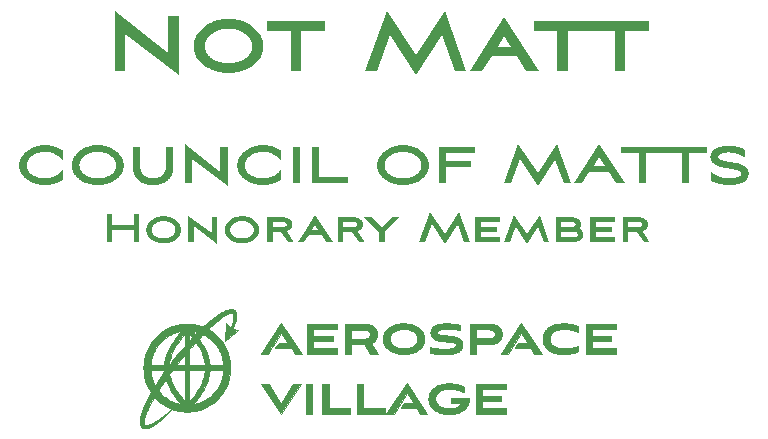
<source format=gbr>
G04 #@! TF.GenerationSoftware,KiCad,Pcbnew,(6.99.0-2452-gdb4f2d9dd8)*
G04 #@! TF.CreationDate,2022-08-01T20:16:08-05:00*
G04 #@! TF.ProjectId,council of matts,636f756e-6369-46c2-906f-66206d617474,rev?*
G04 #@! TF.SameCoordinates,Original*
G04 #@! TF.FileFunction,Legend,Top*
G04 #@! TF.FilePolarity,Positive*
%FSLAX46Y46*%
G04 Gerber Fmt 4.6, Leading zero omitted, Abs format (unit mm)*
G04 Created by KiCad (PCBNEW (6.99.0-2452-gdb4f2d9dd8)) date 2022-08-01 20:16:08*
%MOMM*%
%LPD*%
G01*
G04 APERTURE LIST*
%ADD10C,0.040000*%
%ADD11C,0.150000*%
%ADD12R,1.700000X1.700000*%
%ADD13O,1.700000X1.700000*%
G04 APERTURE END LIST*
D10*
G36*
X85964983Y-97803052D02*
G01*
X85894623Y-97897778D01*
X85824683Y-97992800D01*
X85755216Y-98088050D01*
X85753850Y-98082507D01*
X85720527Y-97897981D01*
X85720331Y-97896716D01*
X85720165Y-97895517D01*
X85699268Y-97708614D01*
X86035764Y-97708614D01*
X85964983Y-97803052D01*
G37*
X85964983Y-97803052D02*
X85894623Y-97897778D01*
X85824683Y-97992800D01*
X85755216Y-98088050D01*
X85753850Y-98082507D01*
X85720527Y-97897981D01*
X85720331Y-97896716D01*
X85720165Y-97895517D01*
X85699268Y-97708614D01*
X86035764Y-97708614D01*
X85964983Y-97803052D01*
G36*
X112909170Y-93806315D02*
G01*
X112975377Y-93807647D01*
X113038980Y-93811580D01*
X113100014Y-93818016D01*
X113158510Y-93826858D01*
X113214502Y-93838009D01*
X113268022Y-93851371D01*
X113319103Y-93866848D01*
X113367777Y-93884342D01*
X113414078Y-93903756D01*
X113458039Y-93924993D01*
X113499691Y-93947956D01*
X113539068Y-93972547D01*
X113576203Y-93998669D01*
X113611128Y-94026225D01*
X113643876Y-94055119D01*
X113674479Y-94085252D01*
X113702971Y-94116528D01*
X113729385Y-94148849D01*
X113753752Y-94182118D01*
X113776106Y-94216238D01*
X113796480Y-94251112D01*
X113814905Y-94286643D01*
X113831416Y-94322733D01*
X113846045Y-94359286D01*
X113858824Y-94396203D01*
X113869786Y-94433389D01*
X113878964Y-94470745D01*
X113886391Y-94508175D01*
X113896122Y-94582866D01*
X113899241Y-94656686D01*
X113896035Y-94730558D01*
X113886239Y-94805401D01*
X113869589Y-94880422D01*
X113845820Y-94954830D01*
X113814670Y-95027833D01*
X113796243Y-95063560D01*
X113775872Y-95098640D01*
X113753523Y-95132973D01*
X113729163Y-95166460D01*
X113702760Y-95199002D01*
X113674279Y-95230501D01*
X113643689Y-95260857D01*
X113610955Y-95289971D01*
X113576046Y-95317746D01*
X113538927Y-95344080D01*
X113499566Y-95368877D01*
X113457930Y-95392036D01*
X113413986Y-95413459D01*
X113367701Y-95433048D01*
X113319042Y-95450702D01*
X113267975Y-95466323D01*
X113214468Y-95479812D01*
X113158487Y-95491071D01*
X113100000Y-95500000D01*
X113038974Y-95506500D01*
X112975375Y-95510473D01*
X112909170Y-95511819D01*
X111728599Y-95511819D01*
X111728599Y-96317211D01*
X111183558Y-96317211D01*
X111183558Y-95036627D01*
X111729129Y-95036627D01*
X112794339Y-95036627D01*
X112834999Y-95036019D01*
X112873572Y-95034227D01*
X112910111Y-95031294D01*
X112944666Y-95027269D01*
X112977291Y-95022195D01*
X113008038Y-95016120D01*
X113036958Y-95009089D01*
X113064105Y-95001148D01*
X113089531Y-94992343D01*
X113113287Y-94982719D01*
X113135426Y-94972323D01*
X113155999Y-94961199D01*
X113175061Y-94949395D01*
X113192661Y-94936956D01*
X113208854Y-94923927D01*
X113223690Y-94910355D01*
X113237223Y-94896285D01*
X113249504Y-94881763D01*
X113260586Y-94866836D01*
X113270521Y-94851548D01*
X113279361Y-94835946D01*
X113287158Y-94820075D01*
X113293964Y-94803982D01*
X113299833Y-94787712D01*
X113304815Y-94771311D01*
X113308964Y-94754825D01*
X113314969Y-94721780D01*
X113318266Y-94688945D01*
X113319272Y-94656686D01*
X113318266Y-94625265D01*
X113314969Y-94593163D01*
X113308964Y-94560754D01*
X113299833Y-94528412D01*
X113287158Y-94496511D01*
X113270521Y-94465423D01*
X113260586Y-94450301D01*
X113249504Y-94435523D01*
X113237223Y-94421135D01*
X113223690Y-94407184D01*
X113208854Y-94393716D01*
X113192661Y-94380779D01*
X113175061Y-94368419D01*
X113155999Y-94356683D01*
X113135426Y-94345618D01*
X113113287Y-94335269D01*
X113089531Y-94325685D01*
X113064105Y-94316911D01*
X113036958Y-94308994D01*
X113008038Y-94301982D01*
X112977291Y-94295920D01*
X112944666Y-94290856D01*
X112910111Y-94286835D01*
X112873572Y-94283906D01*
X112834999Y-94282114D01*
X112794339Y-94281506D01*
X111729129Y-94281506D01*
X111729129Y-95036627D01*
X111183558Y-95036627D01*
X111183558Y-93806315D01*
X112909170Y-93806315D01*
G37*
X112909170Y-93806315D02*
X112975377Y-93807647D01*
X113038980Y-93811580D01*
X113100014Y-93818016D01*
X113158510Y-93826858D01*
X113214502Y-93838009D01*
X113268022Y-93851371D01*
X113319103Y-93866848D01*
X113367777Y-93884342D01*
X113414078Y-93903756D01*
X113458039Y-93924993D01*
X113499691Y-93947956D01*
X113539068Y-93972547D01*
X113576203Y-93998669D01*
X113611128Y-94026225D01*
X113643876Y-94055119D01*
X113674479Y-94085252D01*
X113702971Y-94116528D01*
X113729385Y-94148849D01*
X113753752Y-94182118D01*
X113776106Y-94216238D01*
X113796480Y-94251112D01*
X113814905Y-94286643D01*
X113831416Y-94322733D01*
X113846045Y-94359286D01*
X113858824Y-94396203D01*
X113869786Y-94433389D01*
X113878964Y-94470745D01*
X113886391Y-94508175D01*
X113896122Y-94582866D01*
X113899241Y-94656686D01*
X113896035Y-94730558D01*
X113886239Y-94805401D01*
X113869589Y-94880422D01*
X113845820Y-94954830D01*
X113814670Y-95027833D01*
X113796243Y-95063560D01*
X113775872Y-95098640D01*
X113753523Y-95132973D01*
X113729163Y-95166460D01*
X113702760Y-95199002D01*
X113674279Y-95230501D01*
X113643689Y-95260857D01*
X113610955Y-95289971D01*
X113576046Y-95317746D01*
X113538927Y-95344080D01*
X113499566Y-95368877D01*
X113457930Y-95392036D01*
X113413986Y-95413459D01*
X113367701Y-95433048D01*
X113319042Y-95450702D01*
X113267975Y-95466323D01*
X113214468Y-95479812D01*
X113158487Y-95491071D01*
X113100000Y-95500000D01*
X113038974Y-95506500D01*
X112975375Y-95510473D01*
X112909170Y-95511819D01*
X111728599Y-95511819D01*
X111728599Y-96317211D01*
X111183558Y-96317211D01*
X111183558Y-95036627D01*
X111729129Y-95036627D01*
X112794339Y-95036627D01*
X112834999Y-95036019D01*
X112873572Y-95034227D01*
X112910111Y-95031294D01*
X112944666Y-95027269D01*
X112977291Y-95022195D01*
X113008038Y-95016120D01*
X113036958Y-95009089D01*
X113064105Y-95001148D01*
X113089531Y-94992343D01*
X113113287Y-94982719D01*
X113135426Y-94972323D01*
X113155999Y-94961199D01*
X113175061Y-94949395D01*
X113192661Y-94936956D01*
X113208854Y-94923927D01*
X113223690Y-94910355D01*
X113237223Y-94896285D01*
X113249504Y-94881763D01*
X113260586Y-94866836D01*
X113270521Y-94851548D01*
X113279361Y-94835946D01*
X113287158Y-94820075D01*
X113293964Y-94803982D01*
X113299833Y-94787712D01*
X113304815Y-94771311D01*
X113308964Y-94754825D01*
X113314969Y-94721780D01*
X113318266Y-94688945D01*
X113319272Y-94656686D01*
X113318266Y-94625265D01*
X113314969Y-94593163D01*
X113308964Y-94560754D01*
X113299833Y-94528412D01*
X113287158Y-94496511D01*
X113270521Y-94465423D01*
X113260586Y-94450301D01*
X113249504Y-94435523D01*
X113237223Y-94421135D01*
X113223690Y-94407184D01*
X113208854Y-94393716D01*
X113192661Y-94380779D01*
X113175061Y-94368419D01*
X113155999Y-94356683D01*
X113135426Y-94345618D01*
X113113287Y-94335269D01*
X113089531Y-94325685D01*
X113064105Y-94316911D01*
X113036958Y-94308994D01*
X113008038Y-94301982D01*
X112977291Y-94295920D01*
X112944666Y-94290856D01*
X112910111Y-94286835D01*
X112873572Y-94283906D01*
X112834999Y-94282114D01*
X112794339Y-94281506D01*
X111729129Y-94281506D01*
X111729129Y-95036627D01*
X111183558Y-95036627D01*
X111183558Y-93806315D01*
X112909170Y-93806315D01*
G36*
X102175025Y-100926252D02*
G01*
X104005413Y-100926252D01*
X104005413Y-101396153D01*
X101629983Y-101396153D01*
X101629983Y-98885256D01*
X102175025Y-98885256D01*
X102175025Y-100926252D01*
G37*
X102175025Y-100926252D02*
X104005413Y-100926252D01*
X104005413Y-101396153D01*
X101629983Y-101396153D01*
X101629983Y-98885256D01*
X102175025Y-98885256D01*
X102175025Y-100926252D01*
G36*
X96982842Y-96317211D02*
G01*
X96372713Y-96317211D01*
X96092254Y-95891761D01*
X94725946Y-95891761D01*
X95018575Y-95446731D01*
X95802271Y-95446731D01*
X95242413Y-94591598D01*
X94682025Y-95446731D01*
X94682554Y-95446731D01*
X94389925Y-95891761D01*
X94386750Y-95891761D01*
X94111583Y-96317211D01*
X93501454Y-96317211D01*
X95242413Y-93766098D01*
X96982842Y-96317211D01*
G37*
X96982842Y-96317211D02*
X96372713Y-96317211D01*
X96092254Y-95891761D01*
X94725946Y-95891761D01*
X95018575Y-95446731D01*
X95802271Y-95446731D01*
X95242413Y-94591598D01*
X94682025Y-95446731D01*
X94682554Y-95446731D01*
X94389925Y-95891761D01*
X94386750Y-95891761D01*
X94111583Y-96317211D01*
X93501454Y-96317211D01*
X95242413Y-93766098D01*
X96982842Y-96317211D01*
G36*
X109501694Y-98846205D02*
G01*
X109589622Y-98849679D01*
X109676654Y-98855424D01*
X109762695Y-98863403D01*
X109847651Y-98873581D01*
X109931427Y-98885921D01*
X110013929Y-98900386D01*
X110095062Y-98916940D01*
X110174731Y-98935547D01*
X110252842Y-98956170D01*
X110329301Y-98978772D01*
X110404013Y-99003318D01*
X110476883Y-99029771D01*
X110547816Y-99058094D01*
X110616719Y-99088251D01*
X110683496Y-99120206D01*
X110683496Y-99605452D01*
X110550297Y-99545158D01*
X110412447Y-99488919D01*
X110341502Y-99462705D01*
X110269065Y-99437964D01*
X110195024Y-99414852D01*
X110119271Y-99393521D01*
X110041694Y-99374124D01*
X109962184Y-99356816D01*
X109880631Y-99341749D01*
X109796925Y-99329078D01*
X109710955Y-99318955D01*
X109622612Y-99311535D01*
X109531785Y-99306970D01*
X109438365Y-99305414D01*
X109341155Y-99307648D01*
X109241611Y-99314603D01*
X109140919Y-99326661D01*
X109040267Y-99344201D01*
X108940843Y-99367604D01*
X108891963Y-99381623D01*
X108843834Y-99397250D01*
X108796607Y-99414534D01*
X108750429Y-99433522D01*
X108705448Y-99454261D01*
X108661813Y-99476798D01*
X108619673Y-99501182D01*
X108579176Y-99527460D01*
X108540470Y-99555679D01*
X108503704Y-99585888D01*
X108469026Y-99618133D01*
X108436585Y-99652463D01*
X108406529Y-99688924D01*
X108379006Y-99727565D01*
X108354166Y-99768433D01*
X108332156Y-99811576D01*
X108313125Y-99857040D01*
X108297221Y-99904874D01*
X108284593Y-99955126D01*
X108275389Y-100007843D01*
X108269758Y-100063071D01*
X108267848Y-100120860D01*
X108269288Y-100170369D01*
X108273568Y-100218574D01*
X108280631Y-100265456D01*
X108290417Y-100311000D01*
X108302869Y-100355186D01*
X108317927Y-100397998D01*
X108335534Y-100439418D01*
X108355632Y-100479428D01*
X108378160Y-100518012D01*
X108403062Y-100555151D01*
X108430279Y-100590827D01*
X108459752Y-100625024D01*
X108491423Y-100657724D01*
X108525234Y-100688909D01*
X108561126Y-100718562D01*
X108599040Y-100746665D01*
X108638918Y-100773201D01*
X108680703Y-100798152D01*
X108769755Y-100843229D01*
X108865730Y-100881756D01*
X108968159Y-100913592D01*
X109076575Y-100938598D01*
X109190512Y-100956634D01*
X109309501Y-100967558D01*
X109433075Y-100971230D01*
X109507382Y-100969839D01*
X109583633Y-100965512D01*
X109661188Y-100958013D01*
X109739412Y-100947112D01*
X109817667Y-100932573D01*
X109895316Y-100914164D01*
X109971722Y-100891651D01*
X110046247Y-100864802D01*
X110082605Y-100849678D01*
X110118254Y-100833382D01*
X110153114Y-100815885D01*
X110187106Y-100797158D01*
X110220150Y-100777172D01*
X110252167Y-100755898D01*
X110283076Y-100733306D01*
X110312798Y-100709367D01*
X110341254Y-100684053D01*
X110368363Y-100657333D01*
X110394047Y-100629179D01*
X110418224Y-100599562D01*
X110440817Y-100568453D01*
X110461745Y-100535821D01*
X110480928Y-100501639D01*
X110498288Y-100465876D01*
X109633098Y-100465876D01*
X109633098Y-100060534D01*
X111108415Y-100060534D01*
X111108642Y-100076794D01*
X111109242Y-100092185D01*
X111111060Y-100122447D01*
X111112031Y-100138359D01*
X111112879Y-100155487D01*
X111113478Y-100174351D01*
X111113705Y-100195472D01*
X111111367Y-100270804D01*
X111104439Y-100343896D01*
X111093051Y-100414739D01*
X111077330Y-100483323D01*
X111057408Y-100549638D01*
X111033411Y-100613673D01*
X111005471Y-100675419D01*
X110973716Y-100734866D01*
X110938275Y-100792004D01*
X110899277Y-100846823D01*
X110856852Y-100899313D01*
X110811129Y-100949463D01*
X110762236Y-100997264D01*
X110710303Y-101042707D01*
X110655460Y-101085780D01*
X110597834Y-101126474D01*
X110474755Y-101200686D01*
X110342099Y-101265262D01*
X110200900Y-101320122D01*
X110052190Y-101365187D01*
X109897003Y-101400376D01*
X109736372Y-101425610D01*
X109571330Y-101440809D01*
X109402911Y-101445893D01*
X109317479Y-101444533D01*
X109232815Y-101440463D01*
X109149049Y-101433699D01*
X109066306Y-101424256D01*
X108984715Y-101412150D01*
X108904403Y-101397397D01*
X108825497Y-101380012D01*
X108748125Y-101360011D01*
X108672414Y-101337409D01*
X108598491Y-101312222D01*
X108526485Y-101284466D01*
X108456522Y-101254156D01*
X108388729Y-101221308D01*
X108323235Y-101185937D01*
X108260167Y-101148059D01*
X108199651Y-101107690D01*
X108141816Y-101064844D01*
X108086789Y-101019539D01*
X108034698Y-100971789D01*
X107985669Y-100921610D01*
X107939830Y-100869018D01*
X107897308Y-100814027D01*
X107858232Y-100756655D01*
X107822728Y-100696916D01*
X107790923Y-100634826D01*
X107762946Y-100570400D01*
X107738924Y-100503655D01*
X107718983Y-100434605D01*
X107703252Y-100363267D01*
X107691858Y-100289656D01*
X107684928Y-100213787D01*
X107682590Y-100135677D01*
X107685069Y-100054084D01*
X107692407Y-99975290D01*
X107704449Y-99899281D01*
X107721043Y-99826043D01*
X107742036Y-99755563D01*
X107767275Y-99687826D01*
X107796607Y-99622820D01*
X107829880Y-99560531D01*
X107866940Y-99500944D01*
X107907634Y-99444047D01*
X107951810Y-99389825D01*
X107999314Y-99338265D01*
X108049995Y-99289354D01*
X108103698Y-99243077D01*
X108160271Y-99199421D01*
X108219561Y-99158372D01*
X108345682Y-99084042D01*
X108480835Y-99019978D01*
X108623800Y-98966069D01*
X108773351Y-98922207D01*
X108928267Y-98888282D01*
X109087323Y-98864186D01*
X109249297Y-98849808D01*
X109412965Y-98845039D01*
X109501694Y-98846205D01*
G37*
X109501694Y-98846205D02*
X109589622Y-98849679D01*
X109676654Y-98855424D01*
X109762695Y-98863403D01*
X109847651Y-98873581D01*
X109931427Y-98885921D01*
X110013929Y-98900386D01*
X110095062Y-98916940D01*
X110174731Y-98935547D01*
X110252842Y-98956170D01*
X110329301Y-98978772D01*
X110404013Y-99003318D01*
X110476883Y-99029771D01*
X110547816Y-99058094D01*
X110616719Y-99088251D01*
X110683496Y-99120206D01*
X110683496Y-99605452D01*
X110550297Y-99545158D01*
X110412447Y-99488919D01*
X110341502Y-99462705D01*
X110269065Y-99437964D01*
X110195024Y-99414852D01*
X110119271Y-99393521D01*
X110041694Y-99374124D01*
X109962184Y-99356816D01*
X109880631Y-99341749D01*
X109796925Y-99329078D01*
X109710955Y-99318955D01*
X109622612Y-99311535D01*
X109531785Y-99306970D01*
X109438365Y-99305414D01*
X109341155Y-99307648D01*
X109241611Y-99314603D01*
X109140919Y-99326661D01*
X109040267Y-99344201D01*
X108940843Y-99367604D01*
X108891963Y-99381623D01*
X108843834Y-99397250D01*
X108796607Y-99414534D01*
X108750429Y-99433522D01*
X108705448Y-99454261D01*
X108661813Y-99476798D01*
X108619673Y-99501182D01*
X108579176Y-99527460D01*
X108540470Y-99555679D01*
X108503704Y-99585888D01*
X108469026Y-99618133D01*
X108436585Y-99652463D01*
X108406529Y-99688924D01*
X108379006Y-99727565D01*
X108354166Y-99768433D01*
X108332156Y-99811576D01*
X108313125Y-99857040D01*
X108297221Y-99904874D01*
X108284593Y-99955126D01*
X108275389Y-100007843D01*
X108269758Y-100063071D01*
X108267848Y-100120860D01*
X108269288Y-100170369D01*
X108273568Y-100218574D01*
X108280631Y-100265456D01*
X108290417Y-100311000D01*
X108302869Y-100355186D01*
X108317927Y-100397998D01*
X108335534Y-100439418D01*
X108355632Y-100479428D01*
X108378160Y-100518012D01*
X108403062Y-100555151D01*
X108430279Y-100590827D01*
X108459752Y-100625024D01*
X108491423Y-100657724D01*
X108525234Y-100688909D01*
X108561126Y-100718562D01*
X108599040Y-100746665D01*
X108638918Y-100773201D01*
X108680703Y-100798152D01*
X108769755Y-100843229D01*
X108865730Y-100881756D01*
X108968159Y-100913592D01*
X109076575Y-100938598D01*
X109190512Y-100956634D01*
X109309501Y-100967558D01*
X109433075Y-100971230D01*
X109507382Y-100969839D01*
X109583633Y-100965512D01*
X109661188Y-100958013D01*
X109739412Y-100947112D01*
X109817667Y-100932573D01*
X109895316Y-100914164D01*
X109971722Y-100891651D01*
X110046247Y-100864802D01*
X110082605Y-100849678D01*
X110118254Y-100833382D01*
X110153114Y-100815885D01*
X110187106Y-100797158D01*
X110220150Y-100777172D01*
X110252167Y-100755898D01*
X110283076Y-100733306D01*
X110312798Y-100709367D01*
X110341254Y-100684053D01*
X110368363Y-100657333D01*
X110394047Y-100629179D01*
X110418224Y-100599562D01*
X110440817Y-100568453D01*
X110461745Y-100535821D01*
X110480928Y-100501639D01*
X110498288Y-100465876D01*
X109633098Y-100465876D01*
X109633098Y-100060534D01*
X111108415Y-100060534D01*
X111108642Y-100076794D01*
X111109242Y-100092185D01*
X111111060Y-100122447D01*
X111112031Y-100138359D01*
X111112879Y-100155487D01*
X111113478Y-100174351D01*
X111113705Y-100195472D01*
X111111367Y-100270804D01*
X111104439Y-100343896D01*
X111093051Y-100414739D01*
X111077330Y-100483323D01*
X111057408Y-100549638D01*
X111033411Y-100613673D01*
X111005471Y-100675419D01*
X110973716Y-100734866D01*
X110938275Y-100792004D01*
X110899277Y-100846823D01*
X110856852Y-100899313D01*
X110811129Y-100949463D01*
X110762236Y-100997264D01*
X110710303Y-101042707D01*
X110655460Y-101085780D01*
X110597834Y-101126474D01*
X110474755Y-101200686D01*
X110342099Y-101265262D01*
X110200900Y-101320122D01*
X110052190Y-101365187D01*
X109897003Y-101400376D01*
X109736372Y-101425610D01*
X109571330Y-101440809D01*
X109402911Y-101445893D01*
X109317479Y-101444533D01*
X109232815Y-101440463D01*
X109149049Y-101433699D01*
X109066306Y-101424256D01*
X108984715Y-101412150D01*
X108904403Y-101397397D01*
X108825497Y-101380012D01*
X108748125Y-101360011D01*
X108672414Y-101337409D01*
X108598491Y-101312222D01*
X108526485Y-101284466D01*
X108456522Y-101254156D01*
X108388729Y-101221308D01*
X108323235Y-101185937D01*
X108260167Y-101148059D01*
X108199651Y-101107690D01*
X108141816Y-101064844D01*
X108086789Y-101019539D01*
X108034698Y-100971789D01*
X107985669Y-100921610D01*
X107939830Y-100869018D01*
X107897308Y-100814027D01*
X107858232Y-100756655D01*
X107822728Y-100696916D01*
X107790923Y-100634826D01*
X107762946Y-100570400D01*
X107738924Y-100503655D01*
X107718983Y-100434605D01*
X107703252Y-100363267D01*
X107691858Y-100289656D01*
X107684928Y-100213787D01*
X107682590Y-100135677D01*
X107685069Y-100054084D01*
X107692407Y-99975290D01*
X107704449Y-99899281D01*
X107721043Y-99826043D01*
X107742036Y-99755563D01*
X107767275Y-99687826D01*
X107796607Y-99622820D01*
X107829880Y-99560531D01*
X107866940Y-99500944D01*
X107907634Y-99444047D01*
X107951810Y-99389825D01*
X107999314Y-99338265D01*
X108049995Y-99289354D01*
X108103698Y-99243077D01*
X108160271Y-99199421D01*
X108219561Y-99158372D01*
X108345682Y-99084042D01*
X108480835Y-99019978D01*
X108623800Y-98966069D01*
X108773351Y-98922207D01*
X108928267Y-98888282D01*
X109087323Y-98864186D01*
X109249297Y-98849808D01*
X109412965Y-98845039D01*
X109501694Y-98846205D01*
G36*
X117271091Y-96317211D02*
G01*
X116660960Y-96317211D01*
X116380502Y-95891761D01*
X115008903Y-95891761D01*
X115301530Y-95446731D01*
X116090520Y-95446731D01*
X115530661Y-94591598D01*
X114400361Y-96317211D01*
X113789702Y-96317211D01*
X115530661Y-93766098D01*
X117271091Y-96317211D01*
G37*
X117271091Y-96317211D02*
X116660960Y-96317211D01*
X116380502Y-95891761D01*
X115008903Y-95891761D01*
X115301530Y-95446731D01*
X116090520Y-95446731D01*
X115530661Y-94591598D01*
X114400361Y-96317211D01*
X113789702Y-96317211D01*
X115530661Y-93766098D01*
X117271091Y-96317211D01*
G36*
X97858083Y-101396153D02*
G01*
X97313041Y-101396153D01*
X97313041Y-98885256D01*
X97858083Y-98885256D01*
X97858083Y-101396153D01*
G37*
X97858083Y-101396153D02*
X97313041Y-101396153D01*
X97313041Y-98885256D01*
X97858083Y-98885256D01*
X97858083Y-101396153D01*
G36*
X95192142Y-100585998D02*
G01*
X96252592Y-98885256D01*
X96892884Y-98885256D01*
X95192142Y-101446422D01*
X93501454Y-98885256D01*
X94147038Y-98885256D01*
X95192142Y-100585998D01*
G37*
X95192142Y-100585998D02*
X96252592Y-98885256D01*
X96892884Y-98885256D01*
X95192142Y-101446422D01*
X93501454Y-98885256D01*
X94147038Y-98885256D01*
X95192142Y-100585998D01*
G36*
X102329541Y-93806315D02*
G01*
X102395747Y-93807676D01*
X102459351Y-93811693D01*
X102520384Y-93818265D01*
X102578881Y-93827290D01*
X102634874Y-93838669D01*
X102688395Y-93852299D01*
X102739478Y-93868081D01*
X102788155Y-93885913D01*
X102834460Y-93905695D01*
X102878425Y-93927325D01*
X102920083Y-93950703D01*
X102959466Y-93975728D01*
X102996608Y-94002299D01*
X103031542Y-94030315D01*
X103064300Y-94059675D01*
X103094915Y-94090279D01*
X103123420Y-94122025D01*
X103149849Y-94154813D01*
X103174232Y-94188542D01*
X103196605Y-94223111D01*
X103216999Y-94258419D01*
X103235447Y-94294365D01*
X103251983Y-94330849D01*
X103266638Y-94367769D01*
X103279446Y-94405025D01*
X103290440Y-94442515D01*
X103307116Y-94517797D01*
X103316929Y-94592808D01*
X103320141Y-94666740D01*
X103318368Y-94724137D01*
X103312973Y-94781830D01*
X103303845Y-94839515D01*
X103290872Y-94896894D01*
X103273943Y-94953666D01*
X103263960Y-94981729D01*
X103252946Y-95009528D01*
X103240887Y-95037025D01*
X103227769Y-95064182D01*
X103213578Y-95090961D01*
X103198301Y-95117325D01*
X103181923Y-95143237D01*
X103164430Y-95168658D01*
X103145809Y-95193551D01*
X103126045Y-95217879D01*
X103105125Y-95241604D01*
X103083034Y-95264688D01*
X103059758Y-95287094D01*
X103035285Y-95308784D01*
X103009599Y-95329721D01*
X102982686Y-95349867D01*
X102954534Y-95369184D01*
X102925127Y-95387634D01*
X102894452Y-95405181D01*
X102862495Y-95421787D01*
X102829242Y-95437413D01*
X102794679Y-95452023D01*
X103374644Y-96317211D01*
X102764515Y-96317211D01*
X102234290Y-95531927D01*
X101159023Y-95531927D01*
X101159023Y-96317211D01*
X100613982Y-96317211D01*
X100613982Y-95051444D01*
X101159554Y-95051444D01*
X102250168Y-95051444D01*
X102288061Y-95050851D01*
X102323985Y-95049100D01*
X102357992Y-95046234D01*
X102390131Y-95042293D01*
X102420452Y-95037321D01*
X102449005Y-95031359D01*
X102475841Y-95024450D01*
X102501010Y-95016635D01*
X102524562Y-95007956D01*
X102546547Y-94998456D01*
X102567016Y-94988177D01*
X102586018Y-94977160D01*
X102603604Y-94965448D01*
X102619824Y-94953083D01*
X102634728Y-94940106D01*
X102648366Y-94926561D01*
X102660789Y-94912488D01*
X102672047Y-94897930D01*
X102682190Y-94882929D01*
X102691268Y-94867528D01*
X102699331Y-94851767D01*
X102706430Y-94835690D01*
X102712615Y-94819337D01*
X102717935Y-94802752D01*
X102722442Y-94785977D01*
X102726184Y-94769052D01*
X102731580Y-94734926D01*
X102734522Y-94700710D01*
X102735414Y-94666740D01*
X102734522Y-94635319D01*
X102731580Y-94603217D01*
X102726184Y-94570809D01*
X102717935Y-94538467D01*
X102706430Y-94506565D01*
X102699331Y-94490896D01*
X102691268Y-94475477D01*
X102682190Y-94460355D01*
X102672047Y-94445577D01*
X102660789Y-94431189D01*
X102648366Y-94417238D01*
X102634727Y-94403770D01*
X102619823Y-94390834D01*
X102603603Y-94378474D01*
X102586017Y-94366738D01*
X102567015Y-94355672D01*
X102546546Y-94345324D01*
X102524561Y-94335739D01*
X102501009Y-94326965D01*
X102475840Y-94319049D01*
X102449004Y-94312036D01*
X102420451Y-94305974D01*
X102390130Y-94300910D01*
X102357992Y-94296890D01*
X102323985Y-94293960D01*
X102288061Y-94292168D01*
X102250168Y-94291561D01*
X101159554Y-94291561D01*
X101159554Y-95051444D01*
X100613982Y-95051444D01*
X100613982Y-93806315D01*
X102329541Y-93806315D01*
G37*
X102329541Y-93806315D02*
X102395747Y-93807676D01*
X102459351Y-93811693D01*
X102520384Y-93818265D01*
X102578881Y-93827290D01*
X102634874Y-93838669D01*
X102688395Y-93852299D01*
X102739478Y-93868081D01*
X102788155Y-93885913D01*
X102834460Y-93905695D01*
X102878425Y-93927325D01*
X102920083Y-93950703D01*
X102959466Y-93975728D01*
X102996608Y-94002299D01*
X103031542Y-94030315D01*
X103064300Y-94059675D01*
X103094915Y-94090279D01*
X103123420Y-94122025D01*
X103149849Y-94154813D01*
X103174232Y-94188542D01*
X103196605Y-94223111D01*
X103216999Y-94258419D01*
X103235447Y-94294365D01*
X103251983Y-94330849D01*
X103266638Y-94367769D01*
X103279446Y-94405025D01*
X103290440Y-94442515D01*
X103307116Y-94517797D01*
X103316929Y-94592808D01*
X103320141Y-94666740D01*
X103318368Y-94724137D01*
X103312973Y-94781830D01*
X103303845Y-94839515D01*
X103290872Y-94896894D01*
X103273943Y-94953666D01*
X103263960Y-94981729D01*
X103252946Y-95009528D01*
X103240887Y-95037025D01*
X103227769Y-95064182D01*
X103213578Y-95090961D01*
X103198301Y-95117325D01*
X103181923Y-95143237D01*
X103164430Y-95168658D01*
X103145809Y-95193551D01*
X103126045Y-95217879D01*
X103105125Y-95241604D01*
X103083034Y-95264688D01*
X103059758Y-95287094D01*
X103035285Y-95308784D01*
X103009599Y-95329721D01*
X102982686Y-95349867D01*
X102954534Y-95369184D01*
X102925127Y-95387634D01*
X102894452Y-95405181D01*
X102862495Y-95421787D01*
X102829242Y-95437413D01*
X102794679Y-95452023D01*
X103374644Y-96317211D01*
X102764515Y-96317211D01*
X102234290Y-95531927D01*
X101159023Y-95531927D01*
X101159023Y-96317211D01*
X100613982Y-96317211D01*
X100613982Y-95051444D01*
X101159554Y-95051444D01*
X102250168Y-95051444D01*
X102288061Y-95050851D01*
X102323985Y-95049100D01*
X102357992Y-95046234D01*
X102390131Y-95042293D01*
X102420452Y-95037321D01*
X102449005Y-95031359D01*
X102475841Y-95024450D01*
X102501010Y-95016635D01*
X102524562Y-95007956D01*
X102546547Y-94998456D01*
X102567016Y-94988177D01*
X102586018Y-94977160D01*
X102603604Y-94965448D01*
X102619824Y-94953083D01*
X102634728Y-94940106D01*
X102648366Y-94926561D01*
X102660789Y-94912488D01*
X102672047Y-94897930D01*
X102682190Y-94882929D01*
X102691268Y-94867528D01*
X102699331Y-94851767D01*
X102706430Y-94835690D01*
X102712615Y-94819337D01*
X102717935Y-94802752D01*
X102722442Y-94785977D01*
X102726184Y-94769052D01*
X102731580Y-94734926D01*
X102734522Y-94700710D01*
X102735414Y-94666740D01*
X102734522Y-94635319D01*
X102731580Y-94603217D01*
X102726184Y-94570809D01*
X102717935Y-94538467D01*
X102706430Y-94506565D01*
X102699331Y-94490896D01*
X102691268Y-94475477D01*
X102682190Y-94460355D01*
X102672047Y-94445577D01*
X102660789Y-94431189D01*
X102648366Y-94417238D01*
X102634727Y-94403770D01*
X102619823Y-94390834D01*
X102603603Y-94378474D01*
X102586017Y-94366738D01*
X102567015Y-94355672D01*
X102546546Y-94345324D01*
X102524561Y-94335739D01*
X102501009Y-94326965D01*
X102475840Y-94319049D01*
X102449004Y-94312036D01*
X102420451Y-94305974D01*
X102390130Y-94300910D01*
X102357992Y-94296890D01*
X102323985Y-94293960D01*
X102288061Y-94292168D01*
X102250168Y-94291561D01*
X101159554Y-94291561D01*
X101159554Y-95051444D01*
X100613982Y-95051444D01*
X100613982Y-93806315D01*
X102329541Y-93806315D01*
G36*
X84194193Y-99603498D02*
G01*
X84216151Y-99635969D01*
X84240715Y-99671483D01*
X84265675Y-99706691D01*
X84291064Y-99741565D01*
X84317734Y-99777241D01*
X84344818Y-99812577D01*
X84372310Y-99847573D01*
X84400205Y-99882228D01*
X84421620Y-99908082D01*
X84443369Y-99933635D01*
X84465343Y-99958988D01*
X84487435Y-99984238D01*
X84470557Y-100012116D01*
X84453473Y-100039888D01*
X84436447Y-100067689D01*
X84419739Y-100095652D01*
X84285178Y-100329747D01*
X84153690Y-100565039D01*
X84089812Y-100683380D01*
X84027559Y-100802316D01*
X83967217Y-100921944D01*
X83909072Y-101042364D01*
X83853257Y-101163083D01*
X83799492Y-101284914D01*
X83748630Y-101407526D01*
X83701527Y-101530592D01*
X83659038Y-101653782D01*
X83639791Y-101715320D01*
X83622018Y-101776766D01*
X83605825Y-101838079D01*
X83591320Y-101899217D01*
X83578610Y-101960140D01*
X83567801Y-102020805D01*
X83564567Y-102050270D01*
X83562065Y-102079427D01*
X83560382Y-102108122D01*
X83559605Y-102136202D01*
X83559820Y-102163512D01*
X83560327Y-102176831D01*
X83561114Y-102189900D01*
X83562193Y-102202700D01*
X83563573Y-102215212D01*
X83565267Y-102227416D01*
X83567284Y-102239294D01*
X83570034Y-102250728D01*
X83572937Y-102261438D01*
X83576011Y-102271455D01*
X83579274Y-102280812D01*
X83582745Y-102289539D01*
X83586441Y-102297669D01*
X83588379Y-102301519D01*
X83590380Y-102305233D01*
X83592446Y-102308812D01*
X83594580Y-102312263D01*
X83596783Y-102315587D01*
X83599059Y-102318790D01*
X83601408Y-102321876D01*
X83603835Y-102324848D01*
X83606340Y-102327710D01*
X83608926Y-102330466D01*
X83611595Y-102333121D01*
X83614350Y-102335677D01*
X83617192Y-102338140D01*
X83620125Y-102340513D01*
X83623149Y-102342800D01*
X83626268Y-102345005D01*
X83632799Y-102349185D01*
X83639734Y-102353085D01*
X83647548Y-102356856D01*
X83656077Y-102360229D01*
X83665282Y-102363207D01*
X83675121Y-102365787D01*
X83685552Y-102367971D01*
X83696535Y-102369758D01*
X83708028Y-102371148D01*
X83719990Y-102372141D01*
X83732380Y-102372738D01*
X83745157Y-102372938D01*
X83758279Y-102372740D01*
X83771705Y-102372146D01*
X83785395Y-102371154D01*
X83799306Y-102369766D01*
X83813398Y-102367980D01*
X83827630Y-102365797D01*
X83856413Y-102360654D01*
X83885570Y-102354408D01*
X83915032Y-102347146D01*
X83944735Y-102338955D01*
X83974611Y-102329920D01*
X84004595Y-102320129D01*
X84034619Y-102309666D01*
X84064618Y-102298618D01*
X84124859Y-102274036D01*
X84184741Y-102247788D01*
X84244273Y-102219981D01*
X84303468Y-102190724D01*
X84362335Y-102160123D01*
X84420885Y-102128288D01*
X84537077Y-102061345D01*
X84652128Y-101990755D01*
X84766122Y-101917381D01*
X84879144Y-101842086D01*
X84991280Y-101765731D01*
X85102258Y-101686689D01*
X85212558Y-101606377D01*
X85322199Y-101524873D01*
X85431201Y-101442251D01*
X85647364Y-101273957D01*
X85861201Y-101102102D01*
X85767273Y-101202340D01*
X85672341Y-101301749D01*
X85576295Y-101400191D01*
X85479020Y-101497530D01*
X85380407Y-101593629D01*
X85280342Y-101688350D01*
X85178713Y-101781557D01*
X85075409Y-101873114D01*
X85023365Y-101918548D01*
X84970800Y-101963536D01*
X84917690Y-102008028D01*
X84864009Y-102051975D01*
X84809733Y-102095326D01*
X84754837Y-102138032D01*
X84699295Y-102180043D01*
X84643084Y-102221310D01*
X84586235Y-102262092D01*
X84528711Y-102302191D01*
X84470381Y-102341473D01*
X84411115Y-102379800D01*
X84350782Y-102417035D01*
X84289252Y-102453042D01*
X84226395Y-102487685D01*
X84162080Y-102520827D01*
X84129147Y-102536530D01*
X84095766Y-102551793D01*
X84061839Y-102566474D01*
X84027266Y-102580430D01*
X83991950Y-102593518D01*
X83955790Y-102605595D01*
X83918689Y-102616518D01*
X83899754Y-102621502D01*
X83880547Y-102626144D01*
X83841660Y-102634265D01*
X83801233Y-102641103D01*
X83780457Y-102643826D01*
X83759316Y-102645971D01*
X83737814Y-102647450D01*
X83715959Y-102648178D01*
X83693757Y-102648069D01*
X83671214Y-102647037D01*
X83648336Y-102644996D01*
X83625130Y-102641859D01*
X83601601Y-102637540D01*
X83577757Y-102631954D01*
X83553604Y-102625015D01*
X83529147Y-102616635D01*
X83517116Y-102611672D01*
X83505227Y-102606308D01*
X83493475Y-102600545D01*
X83481853Y-102594385D01*
X83470355Y-102587827D01*
X83458974Y-102580874D01*
X83447706Y-102573526D01*
X83436543Y-102565785D01*
X83426476Y-102557283D01*
X83416524Y-102548476D01*
X83406697Y-102539408D01*
X83397008Y-102530122D01*
X83387468Y-102520662D01*
X83378088Y-102511073D01*
X83368880Y-102501398D01*
X83359855Y-102491681D01*
X83345605Y-102470474D01*
X83338566Y-102459757D01*
X83331637Y-102448980D01*
X83324858Y-102438153D01*
X83318266Y-102427287D01*
X83311900Y-102416394D01*
X83305801Y-102405485D01*
X83301289Y-102394721D01*
X83296874Y-102383871D01*
X83288308Y-102361957D01*
X83280039Y-102339845D01*
X83272005Y-102317635D01*
X83266498Y-102296010D01*
X83261660Y-102274588D01*
X83257454Y-102253361D01*
X83253846Y-102232322D01*
X83250798Y-102211462D01*
X83248274Y-102190775D01*
X83246238Y-102170252D01*
X83244654Y-102149885D01*
X83242695Y-102109590D01*
X83242109Y-102069829D01*
X83242605Y-102030540D01*
X83243893Y-101991660D01*
X83250802Y-101915986D01*
X83260272Y-101841677D01*
X83272085Y-101768610D01*
X83286026Y-101696660D01*
X83301876Y-101625702D01*
X83319420Y-101555611D01*
X83338439Y-101486264D01*
X83358718Y-101417535D01*
X83379910Y-101349407D01*
X83402146Y-101281903D01*
X83425325Y-101214954D01*
X83449348Y-101148493D01*
X83474115Y-101082454D01*
X83499527Y-101016770D01*
X83551884Y-100886198D01*
X83622417Y-100719705D01*
X83696161Y-100555133D01*
X83772864Y-100392340D01*
X83852275Y-100231187D01*
X83934142Y-100071534D01*
X84018211Y-99913242D01*
X84104231Y-99756170D01*
X84191911Y-99600246D01*
X84194193Y-99603498D01*
G37*
X84194193Y-99603498D02*
X84216151Y-99635969D01*
X84240715Y-99671483D01*
X84265675Y-99706691D01*
X84291064Y-99741565D01*
X84317734Y-99777241D01*
X84344818Y-99812577D01*
X84372310Y-99847573D01*
X84400205Y-99882228D01*
X84421620Y-99908082D01*
X84443369Y-99933635D01*
X84465343Y-99958988D01*
X84487435Y-99984238D01*
X84470557Y-100012116D01*
X84453473Y-100039888D01*
X84436447Y-100067689D01*
X84419739Y-100095652D01*
X84285178Y-100329747D01*
X84153690Y-100565039D01*
X84089812Y-100683380D01*
X84027559Y-100802316D01*
X83967217Y-100921944D01*
X83909072Y-101042364D01*
X83853257Y-101163083D01*
X83799492Y-101284914D01*
X83748630Y-101407526D01*
X83701527Y-101530592D01*
X83659038Y-101653782D01*
X83639791Y-101715320D01*
X83622018Y-101776766D01*
X83605825Y-101838079D01*
X83591320Y-101899217D01*
X83578610Y-101960140D01*
X83567801Y-102020805D01*
X83564567Y-102050270D01*
X83562065Y-102079427D01*
X83560382Y-102108122D01*
X83559605Y-102136202D01*
X83559820Y-102163512D01*
X83560327Y-102176831D01*
X83561114Y-102189900D01*
X83562193Y-102202700D01*
X83563573Y-102215212D01*
X83565267Y-102227416D01*
X83567284Y-102239294D01*
X83570034Y-102250728D01*
X83572937Y-102261438D01*
X83576011Y-102271455D01*
X83579274Y-102280812D01*
X83582745Y-102289539D01*
X83586441Y-102297669D01*
X83588379Y-102301519D01*
X83590380Y-102305233D01*
X83592446Y-102308812D01*
X83594580Y-102312263D01*
X83596783Y-102315587D01*
X83599059Y-102318790D01*
X83601408Y-102321876D01*
X83603835Y-102324848D01*
X83606340Y-102327710D01*
X83608926Y-102330466D01*
X83611595Y-102333121D01*
X83614350Y-102335677D01*
X83617192Y-102338140D01*
X83620125Y-102340513D01*
X83623149Y-102342800D01*
X83626268Y-102345005D01*
X83632799Y-102349185D01*
X83639734Y-102353085D01*
X83647548Y-102356856D01*
X83656077Y-102360229D01*
X83665282Y-102363207D01*
X83675121Y-102365787D01*
X83685552Y-102367971D01*
X83696535Y-102369758D01*
X83708028Y-102371148D01*
X83719990Y-102372141D01*
X83732380Y-102372738D01*
X83745157Y-102372938D01*
X83758279Y-102372740D01*
X83771705Y-102372146D01*
X83785395Y-102371154D01*
X83799306Y-102369766D01*
X83813398Y-102367980D01*
X83827630Y-102365797D01*
X83856413Y-102360654D01*
X83885570Y-102354408D01*
X83915032Y-102347146D01*
X83944735Y-102338955D01*
X83974611Y-102329920D01*
X84004595Y-102320129D01*
X84034619Y-102309666D01*
X84064618Y-102298618D01*
X84124859Y-102274036D01*
X84184741Y-102247788D01*
X84244273Y-102219981D01*
X84303468Y-102190724D01*
X84362335Y-102160123D01*
X84420885Y-102128288D01*
X84537077Y-102061345D01*
X84652128Y-101990755D01*
X84766122Y-101917381D01*
X84879144Y-101842086D01*
X84991280Y-101765731D01*
X85102258Y-101686689D01*
X85212558Y-101606377D01*
X85322199Y-101524873D01*
X85431201Y-101442251D01*
X85647364Y-101273957D01*
X85861201Y-101102102D01*
X85767273Y-101202340D01*
X85672341Y-101301749D01*
X85576295Y-101400191D01*
X85479020Y-101497530D01*
X85380407Y-101593629D01*
X85280342Y-101688350D01*
X85178713Y-101781557D01*
X85075409Y-101873114D01*
X85023365Y-101918548D01*
X84970800Y-101963536D01*
X84917690Y-102008028D01*
X84864009Y-102051975D01*
X84809733Y-102095326D01*
X84754837Y-102138032D01*
X84699295Y-102180043D01*
X84643084Y-102221310D01*
X84586235Y-102262092D01*
X84528711Y-102302191D01*
X84470381Y-102341473D01*
X84411115Y-102379800D01*
X84350782Y-102417035D01*
X84289252Y-102453042D01*
X84226395Y-102487685D01*
X84162080Y-102520827D01*
X84129147Y-102536530D01*
X84095766Y-102551793D01*
X84061839Y-102566474D01*
X84027266Y-102580430D01*
X83991950Y-102593518D01*
X83955790Y-102605595D01*
X83918689Y-102616518D01*
X83899754Y-102621502D01*
X83880547Y-102626144D01*
X83841660Y-102634265D01*
X83801233Y-102641103D01*
X83780457Y-102643826D01*
X83759316Y-102645971D01*
X83737814Y-102647450D01*
X83715959Y-102648178D01*
X83693757Y-102648069D01*
X83671214Y-102647037D01*
X83648336Y-102644996D01*
X83625130Y-102641859D01*
X83601601Y-102637540D01*
X83577757Y-102631954D01*
X83553604Y-102625015D01*
X83529147Y-102616635D01*
X83517116Y-102611672D01*
X83505227Y-102606308D01*
X83493475Y-102600545D01*
X83481853Y-102594385D01*
X83470355Y-102587827D01*
X83458974Y-102580874D01*
X83447706Y-102573526D01*
X83436543Y-102565785D01*
X83426476Y-102557283D01*
X83416524Y-102548476D01*
X83406697Y-102539408D01*
X83397008Y-102530122D01*
X83387468Y-102520662D01*
X83378088Y-102511073D01*
X83368880Y-102501398D01*
X83359855Y-102491681D01*
X83345605Y-102470474D01*
X83338566Y-102459757D01*
X83331637Y-102448980D01*
X83324858Y-102438153D01*
X83318266Y-102427287D01*
X83311900Y-102416394D01*
X83305801Y-102405485D01*
X83301289Y-102394721D01*
X83296874Y-102383871D01*
X83288308Y-102361957D01*
X83280039Y-102339845D01*
X83272005Y-102317635D01*
X83266498Y-102296010D01*
X83261660Y-102274588D01*
X83257454Y-102253361D01*
X83253846Y-102232322D01*
X83250798Y-102211462D01*
X83248274Y-102190775D01*
X83246238Y-102170252D01*
X83244654Y-102149885D01*
X83242695Y-102109590D01*
X83242109Y-102069829D01*
X83242605Y-102030540D01*
X83243893Y-101991660D01*
X83250802Y-101915986D01*
X83260272Y-101841677D01*
X83272085Y-101768610D01*
X83286026Y-101696660D01*
X83301876Y-101625702D01*
X83319420Y-101555611D01*
X83338439Y-101486264D01*
X83358718Y-101417535D01*
X83379910Y-101349407D01*
X83402146Y-101281903D01*
X83425325Y-101214954D01*
X83449348Y-101148493D01*
X83474115Y-101082454D01*
X83499527Y-101016770D01*
X83551884Y-100886198D01*
X83622417Y-100719705D01*
X83696161Y-100555133D01*
X83772864Y-100392340D01*
X83852275Y-100231187D01*
X83934142Y-100071534D01*
X84018211Y-99913242D01*
X84104231Y-99756170D01*
X84191911Y-99600246D01*
X84194193Y-99603498D01*
G36*
X103823017Y-94990833D02*
G01*
X103829791Y-94917365D01*
X103840949Y-94845886D01*
X103856382Y-94776424D01*
X103875979Y-94709008D01*
X103899633Y-94643666D01*
X103927234Y-94580426D01*
X103958673Y-94519317D01*
X103993841Y-94460368D01*
X104032630Y-94403607D01*
X104074930Y-94349063D01*
X104120632Y-94296763D01*
X104169627Y-94246738D01*
X104221807Y-94199014D01*
X104277061Y-94153620D01*
X104335282Y-94110586D01*
X104460187Y-94031708D01*
X104595648Y-93962607D01*
X104740793Y-93903512D01*
X104894752Y-93854651D01*
X105056651Y-93816251D01*
X105225618Y-93788540D01*
X105400782Y-93771747D01*
X105581270Y-93766098D01*
X105672591Y-93767515D01*
X105762631Y-93771747D01*
X105851283Y-93778765D01*
X105938442Y-93788540D01*
X106024002Y-93801045D01*
X106107856Y-93816251D01*
X106189898Y-93834129D01*
X106270022Y-93854651D01*
X106348122Y-93877788D01*
X106424093Y-93903512D01*
X106497827Y-93931795D01*
X106569219Y-93962607D01*
X106638163Y-93995921D01*
X106704552Y-94031708D01*
X106768281Y-94069939D01*
X106829244Y-94110586D01*
X106887333Y-94153620D01*
X106942444Y-94199014D01*
X106994470Y-94246738D01*
X107043305Y-94296763D01*
X107088843Y-94349063D01*
X107130977Y-94403607D01*
X107169603Y-94460368D01*
X107204613Y-94519317D01*
X107235901Y-94580426D01*
X107263362Y-94643666D01*
X107286890Y-94709008D01*
X107306377Y-94776424D01*
X107321719Y-94845886D01*
X107332808Y-94917365D01*
X107339540Y-94990833D01*
X107341807Y-95066261D01*
X107339538Y-95140804D01*
X107332803Y-95213499D01*
X107321706Y-95284313D01*
X107306355Y-95353211D01*
X107286857Y-95420158D01*
X107263317Y-95485122D01*
X107235842Y-95548068D01*
X107204538Y-95608962D01*
X107169512Y-95667771D01*
X107130871Y-95724459D01*
X107088720Y-95778993D01*
X107043165Y-95831340D01*
X106994314Y-95881464D01*
X106942273Y-95929332D01*
X106887148Y-95974911D01*
X106829045Y-96018165D01*
X106704333Y-96097566D01*
X106568987Y-96167263D01*
X106423858Y-96226984D01*
X106269799Y-96276457D01*
X106107659Y-96315409D01*
X105938290Y-96343569D01*
X105762544Y-96360664D01*
X105581270Y-96366423D01*
X105490415Y-96364979D01*
X105400782Y-96360670D01*
X105312480Y-96353529D01*
X105225618Y-96343590D01*
X105140305Y-96330887D01*
X105056651Y-96315454D01*
X104974763Y-96297324D01*
X104894752Y-96276531D01*
X104816725Y-96253109D01*
X104740793Y-96227091D01*
X104667064Y-96198511D01*
X104595648Y-96167403D01*
X104526652Y-96133800D01*
X104460187Y-96097737D01*
X104396360Y-96059247D01*
X104335282Y-96018364D01*
X104277061Y-95975121D01*
X104221807Y-95929552D01*
X104169627Y-95881691D01*
X104120632Y-95831572D01*
X104074930Y-95779228D01*
X104032630Y-95724693D01*
X103993841Y-95668001D01*
X103958673Y-95609186D01*
X103927234Y-95548280D01*
X103899633Y-95485319D01*
X103875979Y-95420335D01*
X103856382Y-95353363D01*
X103840949Y-95284435D01*
X103829791Y-95213587D01*
X103823017Y-95140851D01*
X103820750Y-95066790D01*
X104405992Y-95066790D01*
X104407434Y-95113605D01*
X104411720Y-95159281D01*
X104418796Y-95203795D01*
X104428602Y-95247125D01*
X104441084Y-95289248D01*
X104456183Y-95330140D01*
X104473843Y-95369780D01*
X104494007Y-95408144D01*
X104516618Y-95445209D01*
X104541620Y-95480954D01*
X104568955Y-95515355D01*
X104598566Y-95548389D01*
X104630397Y-95580033D01*
X104664391Y-95610265D01*
X104700490Y-95639062D01*
X104738639Y-95666402D01*
X104820856Y-95716617D01*
X104910586Y-95760727D01*
X105007375Y-95798551D01*
X105110767Y-95829906D01*
X105220308Y-95854611D01*
X105335542Y-95872482D01*
X105456014Y-95883339D01*
X105581270Y-95886998D01*
X105644468Y-95886080D01*
X105706527Y-95883339D01*
X105767389Y-95878799D01*
X105826999Y-95872482D01*
X105885300Y-95864412D01*
X105942233Y-95854611D01*
X105997744Y-95843101D01*
X106051774Y-95829906D01*
X106104267Y-95815048D01*
X106155166Y-95798551D01*
X106204415Y-95780436D01*
X106251955Y-95760727D01*
X106297731Y-95739446D01*
X106341685Y-95716617D01*
X106383761Y-95692261D01*
X106423902Y-95666402D01*
X106462051Y-95639062D01*
X106498150Y-95610265D01*
X106532144Y-95580033D01*
X106563975Y-95548389D01*
X106593586Y-95515355D01*
X106620921Y-95480954D01*
X106645923Y-95445209D01*
X106668534Y-95408144D01*
X106688698Y-95369780D01*
X106706358Y-95330140D01*
X106721457Y-95289248D01*
X106733938Y-95247125D01*
X106743745Y-95203795D01*
X106750820Y-95159281D01*
X106755107Y-95113605D01*
X106756549Y-95066790D01*
X106755107Y-95019137D01*
X106750820Y-94972729D01*
X106743745Y-94927584D01*
X106733938Y-94883720D01*
X106721457Y-94841154D01*
X106706358Y-94799903D01*
X106688698Y-94759985D01*
X106668534Y-94721418D01*
X106645923Y-94684219D01*
X106620921Y-94648405D01*
X106593586Y-94613995D01*
X106563975Y-94581006D01*
X106532144Y-94549455D01*
X106498150Y-94519359D01*
X106462051Y-94490737D01*
X106423902Y-94463606D01*
X106341685Y-94413887D01*
X106251955Y-94370342D01*
X106155166Y-94333111D01*
X106051774Y-94302334D01*
X105942233Y-94278153D01*
X105826999Y-94260707D01*
X105706527Y-94250136D01*
X105581270Y-94246582D01*
X105518073Y-94247473D01*
X105456014Y-94250136D01*
X105395152Y-94254553D01*
X105335542Y-94260707D01*
X105277242Y-94268579D01*
X105220308Y-94278153D01*
X105164797Y-94289411D01*
X105110767Y-94302334D01*
X105058274Y-94316907D01*
X105007375Y-94333111D01*
X104958127Y-94350928D01*
X104910586Y-94370342D01*
X104864810Y-94391334D01*
X104820856Y-94413887D01*
X104778780Y-94437984D01*
X104738639Y-94463606D01*
X104700490Y-94490737D01*
X104664391Y-94519359D01*
X104630397Y-94549455D01*
X104598566Y-94581006D01*
X104568955Y-94613995D01*
X104541620Y-94648405D01*
X104516618Y-94684219D01*
X104494007Y-94721418D01*
X104473843Y-94759985D01*
X104456183Y-94799903D01*
X104441084Y-94841154D01*
X104428602Y-94883720D01*
X104418796Y-94927584D01*
X104411720Y-94972729D01*
X104407434Y-95019137D01*
X104405992Y-95066790D01*
X103820750Y-95066790D01*
X103820734Y-95066261D01*
X103823017Y-94990833D01*
G37*
X103823017Y-94990833D02*
X103829791Y-94917365D01*
X103840949Y-94845886D01*
X103856382Y-94776424D01*
X103875979Y-94709008D01*
X103899633Y-94643666D01*
X103927234Y-94580426D01*
X103958673Y-94519317D01*
X103993841Y-94460368D01*
X104032630Y-94403607D01*
X104074930Y-94349063D01*
X104120632Y-94296763D01*
X104169627Y-94246738D01*
X104221807Y-94199014D01*
X104277061Y-94153620D01*
X104335282Y-94110586D01*
X104460187Y-94031708D01*
X104595648Y-93962607D01*
X104740793Y-93903512D01*
X104894752Y-93854651D01*
X105056651Y-93816251D01*
X105225618Y-93788540D01*
X105400782Y-93771747D01*
X105581270Y-93766098D01*
X105672591Y-93767515D01*
X105762631Y-93771747D01*
X105851283Y-93778765D01*
X105938442Y-93788540D01*
X106024002Y-93801045D01*
X106107856Y-93816251D01*
X106189898Y-93834129D01*
X106270022Y-93854651D01*
X106348122Y-93877788D01*
X106424093Y-93903512D01*
X106497827Y-93931795D01*
X106569219Y-93962607D01*
X106638163Y-93995921D01*
X106704552Y-94031708D01*
X106768281Y-94069939D01*
X106829244Y-94110586D01*
X106887333Y-94153620D01*
X106942444Y-94199014D01*
X106994470Y-94246738D01*
X107043305Y-94296763D01*
X107088843Y-94349063D01*
X107130977Y-94403607D01*
X107169603Y-94460368D01*
X107204613Y-94519317D01*
X107235901Y-94580426D01*
X107263362Y-94643666D01*
X107286890Y-94709008D01*
X107306377Y-94776424D01*
X107321719Y-94845886D01*
X107332808Y-94917365D01*
X107339540Y-94990833D01*
X107341807Y-95066261D01*
X107339538Y-95140804D01*
X107332803Y-95213499D01*
X107321706Y-95284313D01*
X107306355Y-95353211D01*
X107286857Y-95420158D01*
X107263317Y-95485122D01*
X107235842Y-95548068D01*
X107204538Y-95608962D01*
X107169512Y-95667771D01*
X107130871Y-95724459D01*
X107088720Y-95778993D01*
X107043165Y-95831340D01*
X106994314Y-95881464D01*
X106942273Y-95929332D01*
X106887148Y-95974911D01*
X106829045Y-96018165D01*
X106704333Y-96097566D01*
X106568987Y-96167263D01*
X106423858Y-96226984D01*
X106269799Y-96276457D01*
X106107659Y-96315409D01*
X105938290Y-96343569D01*
X105762544Y-96360664D01*
X105581270Y-96366423D01*
X105490415Y-96364979D01*
X105400782Y-96360670D01*
X105312480Y-96353529D01*
X105225618Y-96343590D01*
X105140305Y-96330887D01*
X105056651Y-96315454D01*
X104974763Y-96297324D01*
X104894752Y-96276531D01*
X104816725Y-96253109D01*
X104740793Y-96227091D01*
X104667064Y-96198511D01*
X104595648Y-96167403D01*
X104526652Y-96133800D01*
X104460187Y-96097737D01*
X104396360Y-96059247D01*
X104335282Y-96018364D01*
X104277061Y-95975121D01*
X104221807Y-95929552D01*
X104169627Y-95881691D01*
X104120632Y-95831572D01*
X104074930Y-95779228D01*
X104032630Y-95724693D01*
X103993841Y-95668001D01*
X103958673Y-95609186D01*
X103927234Y-95548280D01*
X103899633Y-95485319D01*
X103875979Y-95420335D01*
X103856382Y-95353363D01*
X103840949Y-95284435D01*
X103829791Y-95213587D01*
X103823017Y-95140851D01*
X103820750Y-95066790D01*
X104405992Y-95066790D01*
X104407434Y-95113605D01*
X104411720Y-95159281D01*
X104418796Y-95203795D01*
X104428602Y-95247125D01*
X104441084Y-95289248D01*
X104456183Y-95330140D01*
X104473843Y-95369780D01*
X104494007Y-95408144D01*
X104516618Y-95445209D01*
X104541620Y-95480954D01*
X104568955Y-95515355D01*
X104598566Y-95548389D01*
X104630397Y-95580033D01*
X104664391Y-95610265D01*
X104700490Y-95639062D01*
X104738639Y-95666402D01*
X104820856Y-95716617D01*
X104910586Y-95760727D01*
X105007375Y-95798551D01*
X105110767Y-95829906D01*
X105220308Y-95854611D01*
X105335542Y-95872482D01*
X105456014Y-95883339D01*
X105581270Y-95886998D01*
X105644468Y-95886080D01*
X105706527Y-95883339D01*
X105767389Y-95878799D01*
X105826999Y-95872482D01*
X105885300Y-95864412D01*
X105942233Y-95854611D01*
X105997744Y-95843101D01*
X106051774Y-95829906D01*
X106104267Y-95815048D01*
X106155166Y-95798551D01*
X106204415Y-95780436D01*
X106251955Y-95760727D01*
X106297731Y-95739446D01*
X106341685Y-95716617D01*
X106383761Y-95692261D01*
X106423902Y-95666402D01*
X106462051Y-95639062D01*
X106498150Y-95610265D01*
X106532144Y-95580033D01*
X106563975Y-95548389D01*
X106593586Y-95515355D01*
X106620921Y-95480954D01*
X106645923Y-95445209D01*
X106668534Y-95408144D01*
X106688698Y-95369780D01*
X106706358Y-95330140D01*
X106721457Y-95289248D01*
X106733938Y-95247125D01*
X106743745Y-95203795D01*
X106750820Y-95159281D01*
X106755107Y-95113605D01*
X106756549Y-95066790D01*
X106755107Y-95019137D01*
X106750820Y-94972729D01*
X106743745Y-94927584D01*
X106733938Y-94883720D01*
X106721457Y-94841154D01*
X106706358Y-94799903D01*
X106688698Y-94759985D01*
X106668534Y-94721418D01*
X106645923Y-94684219D01*
X106620921Y-94648405D01*
X106593586Y-94613995D01*
X106563975Y-94581006D01*
X106532144Y-94549455D01*
X106498150Y-94519359D01*
X106462051Y-94490737D01*
X106423902Y-94463606D01*
X106341685Y-94413887D01*
X106251955Y-94370342D01*
X106155166Y-94333111D01*
X106051774Y-94302334D01*
X105942233Y-94278153D01*
X105826999Y-94260707D01*
X105706527Y-94250136D01*
X105581270Y-94246582D01*
X105518073Y-94247473D01*
X105456014Y-94250136D01*
X105395152Y-94254553D01*
X105335542Y-94260707D01*
X105277242Y-94268579D01*
X105220308Y-94278153D01*
X105164797Y-94289411D01*
X105110767Y-94302334D01*
X105058274Y-94316907D01*
X105007375Y-94333111D01*
X104958127Y-94350928D01*
X104910586Y-94370342D01*
X104864810Y-94391334D01*
X104820856Y-94413887D01*
X104778780Y-94437984D01*
X104738639Y-94463606D01*
X104700490Y-94490737D01*
X104664391Y-94519359D01*
X104630397Y-94549455D01*
X104598566Y-94581006D01*
X104568955Y-94613995D01*
X104541620Y-94648405D01*
X104516618Y-94684219D01*
X104494007Y-94721418D01*
X104473843Y-94759985D01*
X104456183Y-94799903D01*
X104441084Y-94841154D01*
X104428602Y-94883720D01*
X104418796Y-94927584D01*
X104411720Y-94972729D01*
X104407434Y-95019137D01*
X104405992Y-95066790D01*
X103820750Y-95066790D01*
X103820734Y-95066261D01*
X103823017Y-94990833D01*
G36*
X119250511Y-93766451D02*
G01*
X119332131Y-93769100D01*
X119412020Y-93773525D01*
X119490242Y-93779732D01*
X119566860Y-93787728D01*
X119641940Y-93797520D01*
X119715546Y-93809115D01*
X119787741Y-93822520D01*
X119858591Y-93837742D01*
X119928160Y-93854788D01*
X119996511Y-93873665D01*
X120063710Y-93894380D01*
X120129821Y-93916939D01*
X120194908Y-93941350D01*
X120259035Y-93967621D01*
X120322267Y-93995756D01*
X120322267Y-94511165D01*
X120274432Y-94484240D01*
X120223055Y-94457940D01*
X120168216Y-94432418D01*
X120109996Y-94407829D01*
X120048473Y-94384324D01*
X119983728Y-94362058D01*
X119915841Y-94341184D01*
X119844891Y-94321856D01*
X119770959Y-94304226D01*
X119694123Y-94288450D01*
X119614464Y-94274679D01*
X119532062Y-94263068D01*
X119446997Y-94253771D01*
X119359348Y-94246939D01*
X119269195Y-94242728D01*
X119176619Y-94241290D01*
X119104868Y-94242195D01*
X119034989Y-94244898D01*
X118967008Y-94249379D01*
X118900952Y-94255620D01*
X118836847Y-94263600D01*
X118774720Y-94273301D01*
X118714598Y-94284703D01*
X118656508Y-94297787D01*
X118600475Y-94312533D01*
X118546527Y-94328923D01*
X118494690Y-94346938D01*
X118444991Y-94366557D01*
X118397457Y-94387761D01*
X118352114Y-94410532D01*
X118308989Y-94434850D01*
X118268108Y-94460696D01*
X118229499Y-94488050D01*
X118193187Y-94516893D01*
X118159200Y-94547206D01*
X118127564Y-94578970D01*
X118098306Y-94612164D01*
X118071452Y-94646771D01*
X118047029Y-94682771D01*
X118025064Y-94720144D01*
X118005583Y-94758872D01*
X117988613Y-94798934D01*
X117974181Y-94840312D01*
X117962313Y-94882986D01*
X117953036Y-94926937D01*
X117946376Y-94972146D01*
X117942361Y-95018594D01*
X117941017Y-95066261D01*
X117942347Y-95113976D01*
X117946322Y-95160468D01*
X117952922Y-95205719D01*
X117962125Y-95249710D01*
X117973910Y-95292421D01*
X117988257Y-95333833D01*
X118005144Y-95373926D01*
X118024551Y-95412683D01*
X118046456Y-95450083D01*
X118070838Y-95486107D01*
X118097676Y-95520736D01*
X118126950Y-95553952D01*
X118158637Y-95585734D01*
X118192718Y-95616063D01*
X118229171Y-95644921D01*
X118267976Y-95672289D01*
X118352553Y-95722474D01*
X118446283Y-95766466D01*
X118548997Y-95804111D01*
X118660526Y-95835255D01*
X118780704Y-95859746D01*
X118909360Y-95877430D01*
X119046328Y-95888152D01*
X119191438Y-95891761D01*
X119279970Y-95890494D01*
X119367213Y-95886787D01*
X119452932Y-95880780D01*
X119536892Y-95872611D01*
X119618859Y-95862421D01*
X119698597Y-95850349D01*
X119775872Y-95836534D01*
X119850448Y-95821117D01*
X119922091Y-95804236D01*
X119990567Y-95786030D01*
X120055639Y-95766641D01*
X120117074Y-95746207D01*
X120174635Y-95724867D01*
X120228090Y-95702761D01*
X120277202Y-95680029D01*
X120321736Y-95656810D01*
X120321736Y-96142585D01*
X120258452Y-96169790D01*
X120194182Y-96195245D01*
X120128883Y-96218949D01*
X120062511Y-96240903D01*
X119995022Y-96261105D01*
X119926374Y-96279554D01*
X119856523Y-96296250D01*
X119785425Y-96311191D01*
X119713038Y-96324378D01*
X119639317Y-96335809D01*
X119564220Y-96345483D01*
X119487703Y-96353401D01*
X119409722Y-96359560D01*
X119330235Y-96363960D01*
X119249197Y-96366601D01*
X119166566Y-96367481D01*
X119063277Y-96366121D01*
X118962497Y-96362054D01*
X118864277Y-96355295D01*
X118768667Y-96345863D01*
X118675717Y-96333775D01*
X118585479Y-96319048D01*
X118498003Y-96301700D01*
X118413338Y-96281748D01*
X118331536Y-96259209D01*
X118252648Y-96234101D01*
X118176722Y-96206441D01*
X118103811Y-96176246D01*
X118033965Y-96143535D01*
X117967233Y-96108323D01*
X117903667Y-96070628D01*
X117843317Y-96030468D01*
X117786234Y-95987861D01*
X117732467Y-95942822D01*
X117682068Y-95895371D01*
X117635087Y-95845524D01*
X117591574Y-95793298D01*
X117551580Y-95738711D01*
X117515156Y-95681780D01*
X117482351Y-95622522D01*
X117453216Y-95560956D01*
X117427803Y-95497097D01*
X117406160Y-95430964D01*
X117388340Y-95362574D01*
X117374392Y-95291944D01*
X117364366Y-95219092D01*
X117358314Y-95144035D01*
X117356285Y-95066790D01*
X117356288Y-95066790D01*
X117358317Y-94989545D01*
X117364369Y-94914487D01*
X117374395Y-94841634D01*
X117388344Y-94771004D01*
X117406165Y-94702613D01*
X117427809Y-94636479D01*
X117453225Y-94572618D01*
X117482362Y-94511049D01*
X117515170Y-94451788D01*
X117551599Y-94394853D01*
X117591598Y-94340260D01*
X117635117Y-94288028D01*
X117682106Y-94238173D01*
X117732513Y-94190713D01*
X117786290Y-94145664D01*
X117843385Y-94103045D01*
X117903748Y-94062872D01*
X117967329Y-94025163D01*
X118034077Y-93989934D01*
X118103941Y-93957204D01*
X118252820Y-93899306D01*
X118413561Y-93851608D01*
X118585763Y-93814247D01*
X118769021Y-93787362D01*
X118962932Y-93771090D01*
X119167094Y-93765569D01*
X119250511Y-93766451D01*
G37*
X119250511Y-93766451D02*
X119332131Y-93769100D01*
X119412020Y-93773525D01*
X119490242Y-93779732D01*
X119566860Y-93787728D01*
X119641940Y-93797520D01*
X119715546Y-93809115D01*
X119787741Y-93822520D01*
X119858591Y-93837742D01*
X119928160Y-93854788D01*
X119996511Y-93873665D01*
X120063710Y-93894380D01*
X120129821Y-93916939D01*
X120194908Y-93941350D01*
X120259035Y-93967621D01*
X120322267Y-93995756D01*
X120322267Y-94511165D01*
X120274432Y-94484240D01*
X120223055Y-94457940D01*
X120168216Y-94432418D01*
X120109996Y-94407829D01*
X120048473Y-94384324D01*
X119983728Y-94362058D01*
X119915841Y-94341184D01*
X119844891Y-94321856D01*
X119770959Y-94304226D01*
X119694123Y-94288450D01*
X119614464Y-94274679D01*
X119532062Y-94263068D01*
X119446997Y-94253771D01*
X119359348Y-94246939D01*
X119269195Y-94242728D01*
X119176619Y-94241290D01*
X119104868Y-94242195D01*
X119034989Y-94244898D01*
X118967008Y-94249379D01*
X118900952Y-94255620D01*
X118836847Y-94263600D01*
X118774720Y-94273301D01*
X118714598Y-94284703D01*
X118656508Y-94297787D01*
X118600475Y-94312533D01*
X118546527Y-94328923D01*
X118494690Y-94346938D01*
X118444991Y-94366557D01*
X118397457Y-94387761D01*
X118352114Y-94410532D01*
X118308989Y-94434850D01*
X118268108Y-94460696D01*
X118229499Y-94488050D01*
X118193187Y-94516893D01*
X118159200Y-94547206D01*
X118127564Y-94578970D01*
X118098306Y-94612164D01*
X118071452Y-94646771D01*
X118047029Y-94682771D01*
X118025064Y-94720144D01*
X118005583Y-94758872D01*
X117988613Y-94798934D01*
X117974181Y-94840312D01*
X117962313Y-94882986D01*
X117953036Y-94926937D01*
X117946376Y-94972146D01*
X117942361Y-95018594D01*
X117941017Y-95066261D01*
X117942347Y-95113976D01*
X117946322Y-95160468D01*
X117952922Y-95205719D01*
X117962125Y-95249710D01*
X117973910Y-95292421D01*
X117988257Y-95333833D01*
X118005144Y-95373926D01*
X118024551Y-95412683D01*
X118046456Y-95450083D01*
X118070838Y-95486107D01*
X118097676Y-95520736D01*
X118126950Y-95553952D01*
X118158637Y-95585734D01*
X118192718Y-95616063D01*
X118229171Y-95644921D01*
X118267976Y-95672289D01*
X118352553Y-95722474D01*
X118446283Y-95766466D01*
X118548997Y-95804111D01*
X118660526Y-95835255D01*
X118780704Y-95859746D01*
X118909360Y-95877430D01*
X119046328Y-95888152D01*
X119191438Y-95891761D01*
X119279970Y-95890494D01*
X119367213Y-95886787D01*
X119452932Y-95880780D01*
X119536892Y-95872611D01*
X119618859Y-95862421D01*
X119698597Y-95850349D01*
X119775872Y-95836534D01*
X119850448Y-95821117D01*
X119922091Y-95804236D01*
X119990567Y-95786030D01*
X120055639Y-95766641D01*
X120117074Y-95746207D01*
X120174635Y-95724867D01*
X120228090Y-95702761D01*
X120277202Y-95680029D01*
X120321736Y-95656810D01*
X120321736Y-96142585D01*
X120258452Y-96169790D01*
X120194182Y-96195245D01*
X120128883Y-96218949D01*
X120062511Y-96240903D01*
X119995022Y-96261105D01*
X119926374Y-96279554D01*
X119856523Y-96296250D01*
X119785425Y-96311191D01*
X119713038Y-96324378D01*
X119639317Y-96335809D01*
X119564220Y-96345483D01*
X119487703Y-96353401D01*
X119409722Y-96359560D01*
X119330235Y-96363960D01*
X119249197Y-96366601D01*
X119166566Y-96367481D01*
X119063277Y-96366121D01*
X118962497Y-96362054D01*
X118864277Y-96355295D01*
X118768667Y-96345863D01*
X118675717Y-96333775D01*
X118585479Y-96319048D01*
X118498003Y-96301700D01*
X118413338Y-96281748D01*
X118331536Y-96259209D01*
X118252648Y-96234101D01*
X118176722Y-96206441D01*
X118103811Y-96176246D01*
X118033965Y-96143535D01*
X117967233Y-96108323D01*
X117903667Y-96070628D01*
X117843317Y-96030468D01*
X117786234Y-95987861D01*
X117732467Y-95942822D01*
X117682068Y-95895371D01*
X117635087Y-95845524D01*
X117591574Y-95793298D01*
X117551580Y-95738711D01*
X117515156Y-95681780D01*
X117482351Y-95622522D01*
X117453216Y-95560956D01*
X117427803Y-95497097D01*
X117406160Y-95430964D01*
X117388340Y-95362574D01*
X117374392Y-95291944D01*
X117364366Y-95219092D01*
X117358314Y-95144035D01*
X117356285Y-95066790D01*
X117356288Y-95066790D01*
X117358317Y-94989545D01*
X117364369Y-94914487D01*
X117374395Y-94841634D01*
X117388344Y-94771004D01*
X117406165Y-94702613D01*
X117427809Y-94636479D01*
X117453225Y-94572618D01*
X117482362Y-94511049D01*
X117515170Y-94451788D01*
X117551599Y-94394853D01*
X117591598Y-94340260D01*
X117635117Y-94288028D01*
X117682106Y-94238173D01*
X117732513Y-94190713D01*
X117786290Y-94145664D01*
X117843385Y-94103045D01*
X117903748Y-94062872D01*
X117967329Y-94025163D01*
X118034077Y-93989934D01*
X118103941Y-93957204D01*
X118252820Y-93899306D01*
X118413561Y-93851608D01*
X118585763Y-93814247D01*
X118769021Y-93787362D01*
X118962932Y-93771090D01*
X119167094Y-93765569D01*
X119250511Y-93766451D01*
G36*
X109287952Y-93766953D02*
G01*
X109381758Y-93769415D01*
X109473870Y-93773329D01*
X109563904Y-93778542D01*
X109736215Y-93792245D01*
X109895634Y-93809291D01*
X110039103Y-93828446D01*
X110163566Y-93848474D01*
X110265964Y-93868144D01*
X110343242Y-93886219D01*
X110318373Y-94341302D01*
X110228036Y-94317454D01*
X110126202Y-94295075D01*
X110013033Y-94274692D01*
X109888689Y-94256834D01*
X109753332Y-94242027D01*
X109607123Y-94230797D01*
X109450222Y-94223673D01*
X109282793Y-94221182D01*
X109200297Y-94221806D01*
X109118348Y-94223820D01*
X109037605Y-94227436D01*
X108958727Y-94232865D01*
X108882373Y-94240318D01*
X108809202Y-94250008D01*
X108739873Y-94262145D01*
X108706854Y-94269198D01*
X108675044Y-94276942D01*
X108644523Y-94285404D01*
X108615374Y-94294611D01*
X108587680Y-94304588D01*
X108561522Y-94315362D01*
X108536984Y-94326960D01*
X108514148Y-94339407D01*
X108493096Y-94352731D01*
X108473910Y-94366959D01*
X108456672Y-94382115D01*
X108441466Y-94398228D01*
X108428374Y-94415322D01*
X108417477Y-94433426D01*
X108408858Y-94452565D01*
X108402600Y-94472765D01*
X108398784Y-94494054D01*
X108397494Y-94516457D01*
X108397497Y-94516457D01*
X108403668Y-94561913D01*
X108421655Y-94601113D01*
X108450670Y-94634600D01*
X108489925Y-94662916D01*
X108538633Y-94686604D01*
X108596005Y-94706208D01*
X108661255Y-94722270D01*
X108733593Y-94735333D01*
X108896385Y-94754636D01*
X109078080Y-94768460D01*
X109472964Y-94797047D01*
X109673547Y-94820498D01*
X109867822Y-94855847D01*
X109960624Y-94879339D01*
X110049486Y-94907436D01*
X110133618Y-94940678D01*
X110212235Y-94979610D01*
X110284546Y-95024773D01*
X110349766Y-95076712D01*
X110407106Y-95135969D01*
X110455778Y-95203087D01*
X110494995Y-95278610D01*
X110523967Y-95363079D01*
X110541909Y-95457039D01*
X110548031Y-95561031D01*
X110545873Y-95624518D01*
X110539492Y-95684662D01*
X110529033Y-95741551D01*
X110514639Y-95795272D01*
X110496455Y-95845912D01*
X110474623Y-95893558D01*
X110449288Y-95938296D01*
X110420593Y-95980214D01*
X110388682Y-96019399D01*
X110353699Y-96055938D01*
X110315787Y-96089918D01*
X110275090Y-96121425D01*
X110231752Y-96150548D01*
X110185916Y-96177372D01*
X110087326Y-96224474D01*
X109980470Y-96263428D01*
X109866497Y-96294930D01*
X109746558Y-96319675D01*
X109621800Y-96338361D01*
X109493375Y-96351682D01*
X109362432Y-96360336D01*
X109230119Y-96365017D01*
X109097587Y-96366423D01*
X108934215Y-96364591D01*
X108768016Y-96359205D01*
X108600873Y-96350433D01*
X108434674Y-96338443D01*
X108271302Y-96323402D01*
X108112643Y-96305478D01*
X107960582Y-96284837D01*
X107817004Y-96261648D01*
X107837112Y-95806565D01*
X107984302Y-95831296D01*
X108129997Y-95852710D01*
X108275085Y-95870812D01*
X108420451Y-95885609D01*
X108566984Y-95897107D01*
X108715569Y-95905312D01*
X108867093Y-95910231D01*
X109022444Y-95911869D01*
X109119285Y-95911125D01*
X109214332Y-95908750D01*
X109306972Y-95904523D01*
X109396590Y-95898226D01*
X109482571Y-95889641D01*
X109564300Y-95878550D01*
X109641163Y-95864733D01*
X109677577Y-95856734D01*
X109712544Y-95847972D01*
X109745987Y-95838419D01*
X109777830Y-95828048D01*
X109807995Y-95816832D01*
X109836405Y-95804744D01*
X109862984Y-95791755D01*
X109887655Y-95777839D01*
X109910341Y-95762969D01*
X109930966Y-95747116D01*
X109949451Y-95730254D01*
X109965722Y-95712356D01*
X109979699Y-95693394D01*
X109991308Y-95673341D01*
X110000471Y-95652169D01*
X110007111Y-95629851D01*
X110011151Y-95606360D01*
X110012515Y-95581669D01*
X110006332Y-95532184D01*
X109988310Y-95489326D01*
X109959238Y-95452541D01*
X109919905Y-95421275D01*
X109871100Y-95394972D01*
X109813613Y-95373080D01*
X109748233Y-95355045D01*
X109675750Y-95340311D01*
X109512629Y-95318533D01*
X109330565Y-95303314D01*
X108934866Y-95274818D01*
X108733859Y-95252676D01*
X108539167Y-95219360D01*
X108446162Y-95197127D01*
X108357103Y-95170438D01*
X108272780Y-95138738D01*
X108193983Y-95101475D01*
X108121499Y-95058093D01*
X108056119Y-95008040D01*
X107998632Y-94950759D01*
X107949828Y-94885698D01*
X107910495Y-94812302D01*
X107881422Y-94730017D01*
X107863400Y-94638290D01*
X107857217Y-94536565D01*
X107859445Y-94474482D01*
X107866008Y-94415768D01*
X107876728Y-94360330D01*
X107891427Y-94308078D01*
X107909926Y-94258920D01*
X107932045Y-94212764D01*
X107957607Y-94169517D01*
X107986433Y-94129090D01*
X108018344Y-94091389D01*
X108053161Y-94056324D01*
X108090706Y-94023802D01*
X108130801Y-93993733D01*
X108173265Y-93966023D01*
X108217921Y-93940583D01*
X108313094Y-93896141D01*
X108414890Y-93859674D01*
X108521880Y-93830448D01*
X108632633Y-93807730D01*
X108745721Y-93790787D01*
X108859715Y-93778886D01*
X108973185Y-93771293D01*
X109084701Y-93767274D01*
X109192834Y-93766098D01*
X109287952Y-93766953D01*
G37*
X109287952Y-93766953D02*
X109381758Y-93769415D01*
X109473870Y-93773329D01*
X109563904Y-93778542D01*
X109736215Y-93792245D01*
X109895634Y-93809291D01*
X110039103Y-93828446D01*
X110163566Y-93848474D01*
X110265964Y-93868144D01*
X110343242Y-93886219D01*
X110318373Y-94341302D01*
X110228036Y-94317454D01*
X110126202Y-94295075D01*
X110013033Y-94274692D01*
X109888689Y-94256834D01*
X109753332Y-94242027D01*
X109607123Y-94230797D01*
X109450222Y-94223673D01*
X109282793Y-94221182D01*
X109200297Y-94221806D01*
X109118348Y-94223820D01*
X109037605Y-94227436D01*
X108958727Y-94232865D01*
X108882373Y-94240318D01*
X108809202Y-94250008D01*
X108739873Y-94262145D01*
X108706854Y-94269198D01*
X108675044Y-94276942D01*
X108644523Y-94285404D01*
X108615374Y-94294611D01*
X108587680Y-94304588D01*
X108561522Y-94315362D01*
X108536984Y-94326960D01*
X108514148Y-94339407D01*
X108493096Y-94352731D01*
X108473910Y-94366959D01*
X108456672Y-94382115D01*
X108441466Y-94398228D01*
X108428374Y-94415322D01*
X108417477Y-94433426D01*
X108408858Y-94452565D01*
X108402600Y-94472765D01*
X108398784Y-94494054D01*
X108397494Y-94516457D01*
X108397497Y-94516457D01*
X108403668Y-94561913D01*
X108421655Y-94601113D01*
X108450670Y-94634600D01*
X108489925Y-94662916D01*
X108538633Y-94686604D01*
X108596005Y-94706208D01*
X108661255Y-94722270D01*
X108733593Y-94735333D01*
X108896385Y-94754636D01*
X109078080Y-94768460D01*
X109472964Y-94797047D01*
X109673547Y-94820498D01*
X109867822Y-94855847D01*
X109960624Y-94879339D01*
X110049486Y-94907436D01*
X110133618Y-94940678D01*
X110212235Y-94979610D01*
X110284546Y-95024773D01*
X110349766Y-95076712D01*
X110407106Y-95135969D01*
X110455778Y-95203087D01*
X110494995Y-95278610D01*
X110523967Y-95363079D01*
X110541909Y-95457039D01*
X110548031Y-95561031D01*
X110545873Y-95624518D01*
X110539492Y-95684662D01*
X110529033Y-95741551D01*
X110514639Y-95795272D01*
X110496455Y-95845912D01*
X110474623Y-95893558D01*
X110449288Y-95938296D01*
X110420593Y-95980214D01*
X110388682Y-96019399D01*
X110353699Y-96055938D01*
X110315787Y-96089918D01*
X110275090Y-96121425D01*
X110231752Y-96150548D01*
X110185916Y-96177372D01*
X110087326Y-96224474D01*
X109980470Y-96263428D01*
X109866497Y-96294930D01*
X109746558Y-96319675D01*
X109621800Y-96338361D01*
X109493375Y-96351682D01*
X109362432Y-96360336D01*
X109230119Y-96365017D01*
X109097587Y-96366423D01*
X108934215Y-96364591D01*
X108768016Y-96359205D01*
X108600873Y-96350433D01*
X108434674Y-96338443D01*
X108271302Y-96323402D01*
X108112643Y-96305478D01*
X107960582Y-96284837D01*
X107817004Y-96261648D01*
X107837112Y-95806565D01*
X107984302Y-95831296D01*
X108129997Y-95852710D01*
X108275085Y-95870812D01*
X108420451Y-95885609D01*
X108566984Y-95897107D01*
X108715569Y-95905312D01*
X108867093Y-95910231D01*
X109022444Y-95911869D01*
X109119285Y-95911125D01*
X109214332Y-95908750D01*
X109306972Y-95904523D01*
X109396590Y-95898226D01*
X109482571Y-95889641D01*
X109564300Y-95878550D01*
X109641163Y-95864733D01*
X109677577Y-95856734D01*
X109712544Y-95847972D01*
X109745987Y-95838419D01*
X109777830Y-95828048D01*
X109807995Y-95816832D01*
X109836405Y-95804744D01*
X109862984Y-95791755D01*
X109887655Y-95777839D01*
X109910341Y-95762969D01*
X109930966Y-95747116D01*
X109949451Y-95730254D01*
X109965722Y-95712356D01*
X109979699Y-95693394D01*
X109991308Y-95673341D01*
X110000471Y-95652169D01*
X110007111Y-95629851D01*
X110011151Y-95606360D01*
X110012515Y-95581669D01*
X110006332Y-95532184D01*
X109988310Y-95489326D01*
X109959238Y-95452541D01*
X109919905Y-95421275D01*
X109871100Y-95394972D01*
X109813613Y-95373080D01*
X109748233Y-95355045D01*
X109675750Y-95340311D01*
X109512629Y-95318533D01*
X109330565Y-95303314D01*
X108934866Y-95274818D01*
X108733859Y-95252676D01*
X108539167Y-95219360D01*
X108446162Y-95197127D01*
X108357103Y-95170438D01*
X108272780Y-95138738D01*
X108193983Y-95101475D01*
X108121499Y-95058093D01*
X108056119Y-95008040D01*
X107998632Y-94950759D01*
X107949828Y-94885698D01*
X107910495Y-94812302D01*
X107881422Y-94730017D01*
X107863400Y-94638290D01*
X107857217Y-94536565D01*
X107859445Y-94474482D01*
X107866008Y-94415768D01*
X107876728Y-94360330D01*
X107891427Y-94308078D01*
X107909926Y-94258920D01*
X107932045Y-94212764D01*
X107957607Y-94169517D01*
X107986433Y-94129090D01*
X108018344Y-94091389D01*
X108053161Y-94056324D01*
X108090706Y-94023802D01*
X108130801Y-93993733D01*
X108173265Y-93966023D01*
X108217921Y-93940583D01*
X108313094Y-93896141D01*
X108414890Y-93859674D01*
X108521880Y-93830448D01*
X108632633Y-93807730D01*
X108745721Y-93790787D01*
X108859715Y-93778886D01*
X108973185Y-93771293D01*
X109084701Y-93767274D01*
X109192834Y-93766098D01*
X109287952Y-93766953D01*
G36*
X87044384Y-96427555D02*
G01*
X86864793Y-96648057D01*
X86686823Y-96869908D01*
X86510331Y-97092947D01*
X86335190Y-97316994D01*
X85699263Y-97316994D01*
X85699785Y-97312331D01*
X85776113Y-97208996D01*
X85852726Y-97105861D01*
X86141438Y-96734656D01*
X86288053Y-96550776D01*
X86436196Y-96368092D01*
X86585884Y-96186640D01*
X86737134Y-96006456D01*
X86889962Y-95827574D01*
X87044384Y-95650032D01*
X87044384Y-96427555D01*
G37*
X87044384Y-96427555D02*
X86864793Y-96648057D01*
X86686823Y-96869908D01*
X86510331Y-97092947D01*
X86335190Y-97316994D01*
X85699263Y-97316994D01*
X85699785Y-97312331D01*
X85776113Y-97208996D01*
X85852726Y-97105861D01*
X86141438Y-96734656D01*
X86288053Y-96550776D01*
X86436196Y-96368092D01*
X86585884Y-96186640D01*
X86737134Y-96006456D01*
X86889962Y-95827574D01*
X87044384Y-95650032D01*
X87044384Y-96427555D01*
G36*
X114224678Y-99320760D02*
G01*
X112233954Y-99320760D01*
X112233954Y-99930890D01*
X113864845Y-99930890D01*
X113864845Y-100326177D01*
X112233954Y-100326177D01*
X112233954Y-100965940D01*
X114224678Y-100965940D01*
X114224678Y-101396153D01*
X111688911Y-101396153D01*
X111688911Y-98885256D01*
X114224678Y-98885256D01*
X114224678Y-99320760D01*
G37*
X114224678Y-99320760D02*
X112233954Y-99320760D01*
X112233954Y-99930890D01*
X113864845Y-99930890D01*
X113864845Y-100326177D01*
X112233954Y-100326177D01*
X112233954Y-100965940D01*
X114224678Y-100965940D01*
X114224678Y-101396153D01*
X111688911Y-101396153D01*
X111688911Y-98885256D01*
X114224678Y-98885256D01*
X114224678Y-99320760D01*
G36*
X87891669Y-95225645D02*
G01*
X87891981Y-95226079D01*
X87892608Y-95226970D01*
X87911716Y-95254432D01*
X87913008Y-95256309D01*
X87933605Y-95286896D01*
X87954087Y-95317589D01*
X87974767Y-95348138D01*
X87803487Y-95539657D01*
X87633392Y-95732094D01*
X87582467Y-95790443D01*
X87531936Y-95849159D01*
X87431234Y-95966912D01*
X87431234Y-95220084D01*
X87557876Y-95083243D01*
X87621574Y-95015157D01*
X87685682Y-94947446D01*
X87891669Y-95225645D01*
G37*
X87891669Y-95225645D02*
X87891981Y-95226079D01*
X87892608Y-95226970D01*
X87911716Y-95254432D01*
X87913008Y-95256309D01*
X87933605Y-95286896D01*
X87954087Y-95317589D01*
X87974767Y-95348138D01*
X87803487Y-95539657D01*
X87633392Y-95732094D01*
X87582467Y-95790443D01*
X87531936Y-95849159D01*
X87431234Y-95966912D01*
X87431234Y-95220084D01*
X87557876Y-95083243D01*
X87621574Y-95015157D01*
X87685682Y-94947446D01*
X87891669Y-95225645D01*
G36*
X99254025Y-100926252D02*
G01*
X101084412Y-100926252D01*
X101084412Y-101396153D01*
X98708454Y-101396153D01*
X98708454Y-98885256D01*
X99254025Y-98885256D01*
X99254025Y-100926252D01*
G37*
X99254025Y-100926252D02*
X101084412Y-100926252D01*
X101084412Y-101396153D01*
X98708454Y-101396153D01*
X98708454Y-98885256D01*
X99254025Y-98885256D01*
X99254025Y-100926252D01*
G36*
X107602159Y-101396153D02*
G01*
X106992029Y-101396153D01*
X106711571Y-100971232D01*
X105340499Y-100971232D01*
X105633128Y-100526202D01*
X106421588Y-100526202D01*
X105861729Y-99670540D01*
X104731429Y-101396153D01*
X104120771Y-101396153D01*
X105861729Y-98845569D01*
X107602159Y-101396153D01*
G37*
X107602159Y-101396153D02*
X106992029Y-101396153D01*
X106711571Y-100971232D01*
X105340499Y-100971232D01*
X105633128Y-100526202D01*
X106421588Y-100526202D01*
X105861729Y-99670540D01*
X104731429Y-101396153D01*
X104120771Y-101396153D01*
X105861729Y-98845569D01*
X107602159Y-101396153D01*
G36*
X88123069Y-94510185D02*
G01*
X88126175Y-94511091D01*
X88127151Y-94511367D01*
X88150594Y-94518157D01*
X88152844Y-94518835D01*
X88154194Y-94519265D01*
X88276116Y-94560305D01*
X88394172Y-94605723D01*
X88397066Y-94606892D01*
X88399945Y-94608086D01*
X88515562Y-94658282D01*
X88586284Y-94692594D01*
X88500259Y-94782007D01*
X88414655Y-94871884D01*
X88329533Y-94962253D01*
X88244931Y-95053169D01*
X88244930Y-95053168D01*
X88243505Y-95051086D01*
X88242450Y-95049646D01*
X88185138Y-94968950D01*
X88126300Y-94887894D01*
X88067091Y-94807956D01*
X88007633Y-94729158D01*
X87995380Y-94713308D01*
X87983144Y-94697796D01*
X87973637Y-94685785D01*
X87961474Y-94670255D01*
X87958644Y-94666630D01*
X87998113Y-94626921D01*
X88037742Y-94587359D01*
X88117281Y-94508509D01*
X88123069Y-94510185D01*
G37*
X88123069Y-94510185D02*
X88126175Y-94511091D01*
X88127151Y-94511367D01*
X88150594Y-94518157D01*
X88152844Y-94518835D01*
X88154194Y-94519265D01*
X88276116Y-94560305D01*
X88394172Y-94605723D01*
X88397066Y-94606892D01*
X88399945Y-94608086D01*
X88515562Y-94658282D01*
X88586284Y-94692594D01*
X88500259Y-94782007D01*
X88414655Y-94871884D01*
X88329533Y-94962253D01*
X88244931Y-95053169D01*
X88244930Y-95053168D01*
X88243505Y-95051086D01*
X88242450Y-95049646D01*
X88185138Y-94968950D01*
X88126300Y-94887894D01*
X88067091Y-94807956D01*
X88007633Y-94729158D01*
X87995380Y-94713308D01*
X87983144Y-94697796D01*
X87973637Y-94685785D01*
X87961474Y-94670255D01*
X87958644Y-94666630D01*
X87998113Y-94626921D01*
X88037742Y-94587359D01*
X88117281Y-94508509D01*
X88123069Y-94510185D01*
G36*
X83783902Y-98793744D02*
G01*
X83726121Y-98620668D01*
X83676597Y-98443896D01*
X83635561Y-98263664D01*
X83603243Y-98080203D01*
X83579873Y-97893747D01*
X83565986Y-97708577D01*
X84151451Y-97708577D01*
X84162459Y-97844674D01*
X84179131Y-97979040D01*
X84201344Y-98111552D01*
X84228975Y-98242090D01*
X84261902Y-98370530D01*
X84300004Y-98496751D01*
X84343156Y-98620631D01*
X84391238Y-98742048D01*
X84444126Y-98860880D01*
X84501699Y-98977004D01*
X84529424Y-99027557D01*
X84592751Y-98922494D01*
X84679958Y-98782706D01*
X84768606Y-98643909D01*
X84858588Y-98506036D01*
X84949800Y-98369019D01*
X85135482Y-98097291D01*
X85324795Y-97828200D01*
X85324939Y-97829588D01*
X85327004Y-97850302D01*
X85329042Y-97872446D01*
X85331232Y-97894556D01*
X85332484Y-97905576D01*
X85333895Y-97916560D01*
X85341388Y-97968067D01*
X85349706Y-98019377D01*
X85358825Y-98070490D01*
X85368641Y-98120976D01*
X85368708Y-98121371D01*
X85368799Y-98121762D01*
X85379388Y-98172121D01*
X85390808Y-98222634D01*
X85402967Y-98272943D01*
X85415801Y-98322842D01*
X85415841Y-98323015D01*
X85415891Y-98323183D01*
X85415853Y-98323047D01*
X85415801Y-98322842D01*
X85368799Y-98121762D01*
X85368724Y-98121406D01*
X85368641Y-98120976D01*
X85333915Y-97916520D01*
X85324939Y-97829588D01*
X85324800Y-97828194D01*
X85324795Y-97828200D01*
X85312447Y-97708614D01*
X85699247Y-97708614D01*
X85703292Y-97755862D01*
X85708170Y-97802957D01*
X85713857Y-97849906D01*
X85720165Y-97895517D01*
X85720300Y-97896723D01*
X85720527Y-97897981D01*
X85727570Y-97943393D01*
X85735565Y-97989930D01*
X85744315Y-98036317D01*
X85753817Y-98082545D01*
X85755161Y-98088126D01*
X85755216Y-98088050D01*
X85799034Y-98265870D01*
X85854971Y-98446756D01*
X85920780Y-98625110D01*
X85995580Y-98800873D01*
X86078492Y-98973990D01*
X86168634Y-99144405D01*
X86265127Y-99312059D01*
X86367088Y-99476898D01*
X86473639Y-99638864D01*
X86583898Y-99797901D01*
X86696984Y-99953951D01*
X86812018Y-100106960D01*
X87044405Y-100403622D01*
X87431226Y-100403622D01*
X87663764Y-100106960D01*
X87891956Y-99797901D01*
X88002226Y-99638864D01*
X88108775Y-99476898D01*
X88210724Y-99312059D01*
X88307195Y-99144405D01*
X88397310Y-98973990D01*
X88480190Y-98800873D01*
X88554958Y-98625110D01*
X88620734Y-98446756D01*
X88676642Y-98265870D01*
X88721802Y-98082507D01*
X88755337Y-97896723D01*
X88776367Y-97708577D01*
X87431226Y-97708577D01*
X87431226Y-100403622D01*
X87044405Y-100403622D01*
X87044405Y-97708577D01*
X85699263Y-97708577D01*
X85699268Y-97708614D01*
X85699247Y-97708614D01*
X85312447Y-97708614D01*
X85312443Y-97708577D01*
X84151451Y-97708577D01*
X83565986Y-97708577D01*
X83565682Y-97704530D01*
X83560901Y-97512785D01*
X83565682Y-97321041D01*
X83565985Y-97317010D01*
X85699245Y-97317010D01*
X86335177Y-97317010D01*
X86335190Y-97316994D01*
X87044405Y-97316994D01*
X87431226Y-97316994D01*
X88776367Y-97316994D01*
X88755337Y-97127190D01*
X88721802Y-96940176D01*
X88676642Y-96755964D01*
X88620734Y-96574565D01*
X88554958Y-96395990D01*
X88480190Y-96220251D01*
X88397310Y-96047361D01*
X88307195Y-95877330D01*
X88210724Y-95710170D01*
X88108775Y-95545893D01*
X88002226Y-95384510D01*
X87911716Y-95254432D01*
X87902568Y-95241134D01*
X87892608Y-95226970D01*
X87891956Y-95226033D01*
X87891669Y-95225645D01*
X87841104Y-95155476D01*
X87789673Y-95085562D01*
X87737822Y-95016247D01*
X87685689Y-94947439D01*
X87685682Y-94947446D01*
X87663764Y-94917844D01*
X87431226Y-94621419D01*
X87431226Y-97316994D01*
X87044405Y-97316994D01*
X87044405Y-94621948D01*
X86811866Y-94918611D01*
X86583675Y-95227670D01*
X86473404Y-95386707D01*
X86366856Y-95548673D01*
X86264907Y-95713511D01*
X86168436Y-95881166D01*
X86078321Y-96051580D01*
X85995441Y-96224698D01*
X85920673Y-96400461D01*
X85854896Y-96578814D01*
X85798989Y-96759701D01*
X85753829Y-96943064D01*
X85720294Y-97128847D01*
X85699785Y-97312331D01*
X85699764Y-97312359D01*
X85699245Y-97317010D01*
X83565985Y-97317010D01*
X83565986Y-97316994D01*
X84151451Y-97316994D01*
X85312443Y-97316994D01*
X85320613Y-97212596D01*
X85332340Y-97108963D01*
X85365952Y-96904047D01*
X85412259Y-96702359D01*
X85470242Y-96504012D01*
X85538882Y-96309119D01*
X85617159Y-96117793D01*
X85704054Y-95930147D01*
X85798548Y-95746295D01*
X85899622Y-95566350D01*
X86006255Y-95390424D01*
X86117430Y-95218632D01*
X86232126Y-95051086D01*
X86349324Y-94887899D01*
X86468005Y-94729185D01*
X86552403Y-94621419D01*
X86705738Y-94425627D01*
X87769893Y-94425627D01*
X87961474Y-94670255D01*
X87970904Y-94682333D01*
X87973637Y-94685785D01*
X88007626Y-94729185D01*
X88242450Y-95049646D01*
X88243484Y-95051102D01*
X88244930Y-95053168D01*
X88358201Y-95218632D01*
X88469375Y-95390424D01*
X88576009Y-95566350D01*
X88677082Y-95746295D01*
X88771577Y-95930147D01*
X88858472Y-96117793D01*
X88936749Y-96309119D01*
X89005389Y-96504012D01*
X89063372Y-96702359D01*
X89109679Y-96904047D01*
X89143291Y-97108963D01*
X89163188Y-97316994D01*
X90324180Y-97316994D01*
X90313172Y-97180897D01*
X90296500Y-97046531D01*
X90274287Y-96914018D01*
X90246656Y-96783481D01*
X90213729Y-96655041D01*
X90175628Y-96528820D01*
X90132475Y-96404940D01*
X90084393Y-96283523D01*
X90031505Y-96164691D01*
X89973932Y-96048567D01*
X89911797Y-95935271D01*
X89845223Y-95824927D01*
X89774332Y-95717655D01*
X89699246Y-95613579D01*
X89620087Y-95512820D01*
X89536978Y-95415500D01*
X89450042Y-95321740D01*
X89359400Y-95231664D01*
X89265176Y-95145393D01*
X89167491Y-95063049D01*
X89066468Y-94984754D01*
X88962229Y-94910629D01*
X88854896Y-94840798D01*
X88744593Y-94775382D01*
X88631440Y-94714502D01*
X88586284Y-94692594D01*
X88586306Y-94692571D01*
X88551082Y-94675194D01*
X88533409Y-94666617D01*
X88515612Y-94658258D01*
X88486221Y-94644957D01*
X88456657Y-94631970D01*
X88426934Y-94619285D01*
X88399945Y-94608086D01*
X88397080Y-94606842D01*
X88394172Y-94605723D01*
X88367060Y-94594781D01*
X88336908Y-94582965D01*
X88306604Y-94571459D01*
X88276144Y-94560279D01*
X88245533Y-94549436D01*
X88214781Y-94538921D01*
X88183885Y-94528725D01*
X88154194Y-94519265D01*
X88152793Y-94518794D01*
X88150594Y-94518157D01*
X88143992Y-94516166D01*
X88135089Y-94513616D01*
X88127151Y-94511367D01*
X88123069Y-94510185D01*
X88117290Y-94508500D01*
X88117281Y-94508509D01*
X88027233Y-94482429D01*
X87899559Y-94451333D01*
X87769893Y-94425627D01*
X86705738Y-94425627D01*
X86576073Y-94451379D01*
X86448403Y-94482516D01*
X86322851Y-94518916D01*
X86199537Y-94560457D01*
X86078584Y-94607019D01*
X85960114Y-94658478D01*
X85844250Y-94714714D01*
X85731113Y-94775605D01*
X85620825Y-94841029D01*
X85513509Y-94910864D01*
X85308280Y-95063281D01*
X85116401Y-95231884D01*
X84938851Y-95415698D01*
X84776605Y-95613750D01*
X84630640Y-95825066D01*
X84564069Y-95935394D01*
X84501934Y-96048673D01*
X84444357Y-96164782D01*
X84391461Y-96283597D01*
X84343368Y-96404999D01*
X84300200Y-96528865D01*
X84262079Y-96655074D01*
X84229127Y-96783503D01*
X84201466Y-96914031D01*
X84179218Y-97046537D01*
X84162506Y-97180898D01*
X84151451Y-97316994D01*
X83565986Y-97316994D01*
X83579873Y-97131824D01*
X83603243Y-96945368D01*
X83635561Y-96761907D01*
X83676597Y-96581674D01*
X83726121Y-96404903D01*
X83783902Y-96231827D01*
X83849710Y-96062679D01*
X83923315Y-95897692D01*
X84004485Y-95737101D01*
X84092991Y-95581139D01*
X84188602Y-95430038D01*
X84291088Y-95284033D01*
X84400218Y-95143357D01*
X84515763Y-95008243D01*
X84637490Y-94878925D01*
X84765171Y-94755635D01*
X84898575Y-94638609D01*
X85037471Y-94528078D01*
X85181629Y-94424276D01*
X85330818Y-94327438D01*
X85484808Y-94237795D01*
X85643369Y-94155582D01*
X85806271Y-94081032D01*
X85973282Y-94014379D01*
X86144172Y-93955855D01*
X86318712Y-93905695D01*
X86496670Y-93864131D01*
X86677816Y-93831397D01*
X86861920Y-93807727D01*
X87048752Y-93793354D01*
X87238080Y-93788511D01*
X87427407Y-93793354D01*
X87614234Y-93807727D01*
X87798331Y-93831397D01*
X87979467Y-93864131D01*
X88157413Y-93905695D01*
X88331939Y-93955855D01*
X88502813Y-94014379D01*
X88669806Y-94081032D01*
X88832688Y-94155582D01*
X88990544Y-94237440D01*
X88991242Y-94237819D01*
X88991945Y-94238212D01*
X89009060Y-94248177D01*
X89015020Y-94251722D01*
X89018983Y-94254040D01*
X89022971Y-94256319D01*
X89022998Y-94256292D01*
X89009060Y-94248177D01*
X89007131Y-94247029D01*
X88999229Y-94242356D01*
X88995251Y-94240063D01*
X88991945Y-94238212D01*
X88991229Y-94237795D01*
X88990544Y-94237440D01*
X88952026Y-94216551D01*
X88912527Y-94195741D01*
X88872750Y-94175402D01*
X88832699Y-94155550D01*
X88792376Y-94136190D01*
X88751785Y-94117319D01*
X88710930Y-94098934D01*
X88669814Y-94081032D01*
X88660675Y-94077185D01*
X88651488Y-94073431D01*
X88633017Y-94066111D01*
X88596021Y-94051577D01*
X88711396Y-93944460D01*
X88769308Y-93891116D01*
X88827737Y-93838256D01*
X88932596Y-93747063D01*
X89038468Y-93656892D01*
X89145427Y-93567824D01*
X89253551Y-93479940D01*
X89362915Y-93393322D01*
X89473596Y-93308049D01*
X89585668Y-93224203D01*
X89699208Y-93141865D01*
X89815179Y-93062086D01*
X89932341Y-92983458D01*
X90051636Y-92907137D01*
X90174008Y-92834274D01*
X90236641Y-92799501D01*
X90300397Y-92766026D01*
X90365394Y-92733992D01*
X90431748Y-92703545D01*
X90499578Y-92674828D01*
X90569002Y-92647986D01*
X90640137Y-92623163D01*
X90713101Y-92600503D01*
X90740820Y-92592901D01*
X90769208Y-92585945D01*
X90798266Y-92579741D01*
X90827994Y-92574400D01*
X90858391Y-92570028D01*
X90889459Y-92566734D01*
X90921196Y-92564626D01*
X90937316Y-92564050D01*
X90953603Y-92563812D01*
X90964555Y-92563846D01*
X90975582Y-92564036D01*
X90986685Y-92564389D01*
X90997863Y-92564910D01*
X91009115Y-92565603D01*
X91020441Y-92566475D01*
X91031840Y-92567530D01*
X91043313Y-92568773D01*
X91054673Y-92570096D01*
X91066130Y-92571718D01*
X91077685Y-92573687D01*
X91089338Y-92576053D01*
X91101091Y-92578866D01*
X91112944Y-92582175D01*
X91118908Y-92584030D01*
X91124897Y-92586029D01*
X91130911Y-92588176D01*
X91136951Y-92590477D01*
X91183563Y-92607427D01*
X91189315Y-92610475D01*
X91195059Y-92613651D01*
X91200789Y-92616939D01*
X91206499Y-92620319D01*
X91212185Y-92623774D01*
X91217840Y-92627285D01*
X91229039Y-92634402D01*
X91240137Y-92641493D01*
X91251140Y-92648638D01*
X91256573Y-92652307D01*
X91261944Y-92656081D01*
X91267239Y-92659990D01*
X91272447Y-92664065D01*
X91309447Y-92701582D01*
X91314270Y-92706206D01*
X91318832Y-92710947D01*
X91323157Y-92715793D01*
X91327268Y-92720735D01*
X91331187Y-92725765D01*
X91334937Y-92730873D01*
X91338543Y-92736049D01*
X91342026Y-92741284D01*
X91348717Y-92751893D01*
X91355196Y-92762626D01*
X91361647Y-92773406D01*
X91368254Y-92784161D01*
X91379111Y-92806135D01*
X91388711Y-92828000D01*
X91397123Y-92849744D01*
X91404417Y-92871358D01*
X91410664Y-92892832D01*
X91415932Y-92914156D01*
X91420292Y-92935319D01*
X91423813Y-92956313D01*
X91426566Y-92977127D01*
X91428619Y-92997752D01*
X91430043Y-93018177D01*
X91430907Y-93038392D01*
X91431236Y-93078153D01*
X91430163Y-93116957D01*
X91427770Y-93155362D01*
X91424226Y-93193206D01*
X91419625Y-93230520D01*
X91414061Y-93267333D01*
X91407629Y-93303675D01*
X91400423Y-93339575D01*
X91392538Y-93375063D01*
X91384068Y-93410169D01*
X91353390Y-93521173D01*
X91319113Y-93630067D01*
X91281551Y-93737026D01*
X91241021Y-93842223D01*
X91197837Y-93945833D01*
X91152313Y-94048029D01*
X91104766Y-94148986D01*
X91055509Y-94248877D01*
X91603176Y-94287015D01*
X90478180Y-95235794D01*
X90583496Y-93767873D01*
X90930555Y-94181698D01*
X90967647Y-94080528D01*
X91003258Y-93979063D01*
X91036997Y-93877362D01*
X91068472Y-93775480D01*
X91097294Y-93673474D01*
X91123070Y-93571400D01*
X91145411Y-93469316D01*
X91163925Y-93367278D01*
X91168582Y-93335165D01*
X91172596Y-93303162D01*
X91175916Y-93271331D01*
X91178493Y-93239736D01*
X91180275Y-93208438D01*
X91181214Y-93177501D01*
X91181259Y-93146986D01*
X91180359Y-93116957D01*
X91179626Y-93102219D01*
X91178615Y-93087600D01*
X91177322Y-93073144D01*
X91175741Y-93058893D01*
X91173869Y-93044892D01*
X91171701Y-93031182D01*
X91169232Y-93017808D01*
X91166457Y-93004813D01*
X91163372Y-92992239D01*
X91159973Y-92980130D01*
X91156255Y-92968529D01*
X91152212Y-92957479D01*
X91147842Y-92947024D01*
X91143138Y-92937206D01*
X91138096Y-92928069D01*
X91132713Y-92919656D01*
X91127126Y-92912136D01*
X91121453Y-92905234D01*
X91115657Y-92898925D01*
X91109700Y-92893184D01*
X91103545Y-92887986D01*
X91097154Y-92883304D01*
X91090491Y-92879113D01*
X91083519Y-92875388D01*
X91076198Y-92872103D01*
X91068494Y-92869234D01*
X91060367Y-92866753D01*
X91051781Y-92864636D01*
X91042699Y-92862858D01*
X91033083Y-92861392D01*
X91022896Y-92860214D01*
X91012100Y-92859298D01*
X91000817Y-92859075D01*
X90989208Y-92859202D01*
X90977293Y-92859681D01*
X90965091Y-92860514D01*
X90952623Y-92861703D01*
X90939909Y-92863251D01*
X90926968Y-92865161D01*
X90913822Y-92867434D01*
X90900489Y-92870073D01*
X90886990Y-92873080D01*
X90873346Y-92876458D01*
X90859575Y-92880209D01*
X90845699Y-92884334D01*
X90831738Y-92888837D01*
X90817710Y-92893720D01*
X90803637Y-92898986D01*
X90775442Y-92909216D01*
X90747220Y-92920237D01*
X90718984Y-92932007D01*
X90690744Y-92944486D01*
X90634302Y-92971411D01*
X90577989Y-93000691D01*
X90521900Y-93032005D01*
X90466128Y-93065032D01*
X90410768Y-93099451D01*
X90355913Y-93134940D01*
X90301120Y-93171296D01*
X90246671Y-93208493D01*
X90192557Y-93246473D01*
X90138773Y-93285180D01*
X90085312Y-93324557D01*
X90032165Y-93364546D01*
X89979328Y-93405091D01*
X89926792Y-93446136D01*
X89822753Y-93530179D01*
X89719764Y-93615936D01*
X89617791Y-93703281D01*
X89516795Y-93792091D01*
X89416743Y-93882240D01*
X89317596Y-93973604D01*
X89219321Y-94066058D01*
X89121880Y-94159477D01*
X89109368Y-94171417D01*
X89096956Y-94183468D01*
X89072318Y-94207776D01*
X89047733Y-94232145D01*
X89022998Y-94256292D01*
X89145197Y-94327438D01*
X89294364Y-94424276D01*
X89438498Y-94528078D01*
X89577370Y-94638609D01*
X89710749Y-94755635D01*
X89838405Y-94878925D01*
X89960108Y-95008243D01*
X90075628Y-95143357D01*
X90184734Y-95284033D01*
X90287196Y-95430038D01*
X90382785Y-95581139D01*
X90471269Y-95737101D01*
X90552419Y-95897692D01*
X90626004Y-96062679D01*
X90691794Y-96231827D01*
X90749559Y-96404903D01*
X90799069Y-96581674D01*
X90840093Y-96761907D01*
X90872402Y-96945368D01*
X90895764Y-97131824D01*
X90909951Y-97321041D01*
X90914730Y-97512785D01*
X90909951Y-97704530D01*
X90895764Y-97893747D01*
X90872402Y-98080202D01*
X90840093Y-98263663D01*
X90799069Y-98443896D01*
X90749559Y-98620667D01*
X90691794Y-98793744D01*
X90626004Y-98962892D01*
X90552419Y-99127878D01*
X90471269Y-99288469D01*
X90382785Y-99444432D01*
X90287196Y-99595532D01*
X90184734Y-99741537D01*
X90075628Y-99882213D01*
X89960108Y-100017327D01*
X89838405Y-100146646D01*
X89710749Y-100269935D01*
X89577370Y-100386962D01*
X89438498Y-100497492D01*
X89294364Y-100601294D01*
X89145197Y-100698133D01*
X88991229Y-100787775D01*
X88832688Y-100869988D01*
X88669806Y-100944538D01*
X88502813Y-101011192D01*
X88331939Y-101069715D01*
X88157413Y-101119876D01*
X87979467Y-101161440D01*
X87798331Y-101194173D01*
X87614234Y-101217844D01*
X87427407Y-101232217D01*
X87238080Y-101237060D01*
X87048752Y-101232217D01*
X86861920Y-101217844D01*
X86677816Y-101194173D01*
X86496670Y-101161440D01*
X86318712Y-101119876D01*
X86144172Y-101069715D01*
X85973282Y-101011192D01*
X85806271Y-100944538D01*
X85643369Y-100869988D01*
X85484808Y-100787775D01*
X85330818Y-100698133D01*
X85181629Y-100601294D01*
X85037471Y-100497493D01*
X84898575Y-100386962D01*
X84765171Y-100269935D01*
X84637491Y-100146646D01*
X84515763Y-100017328D01*
X84400218Y-99882214D01*
X84291088Y-99741538D01*
X84194193Y-99603498D01*
X84191949Y-99600179D01*
X84191911Y-99600246D01*
X84188602Y-99595532D01*
X84092991Y-99444432D01*
X84004485Y-99288469D01*
X83923315Y-99127878D01*
X83878579Y-99027603D01*
X84529396Y-99027603D01*
X84546433Y-99059082D01*
X84555030Y-99074774D01*
X84563812Y-99090338D01*
X84580042Y-99118195D01*
X84596545Y-99145854D01*
X84613321Y-99173324D01*
X84630372Y-99200616D01*
X84647696Y-99227728D01*
X84665290Y-99254648D01*
X84683149Y-99281372D01*
X84701272Y-99307896D01*
X84719663Y-99334220D01*
X84738324Y-99360341D01*
X84757243Y-99386260D01*
X84775242Y-99410408D01*
X84776385Y-99411992D01*
X84777976Y-99414017D01*
X84785482Y-99423807D01*
X84794697Y-99435524D01*
X84813203Y-99458895D01*
X84813217Y-99458874D01*
X84855544Y-99512751D01*
X84938653Y-99610071D01*
X85025589Y-99703830D01*
X85116230Y-99793907D01*
X85210455Y-99880178D01*
X85308140Y-99962522D01*
X85409163Y-100040817D01*
X85513402Y-100114942D01*
X85620735Y-100184773D01*
X85731038Y-100250189D01*
X85844190Y-100311069D01*
X85960069Y-100367289D01*
X86078551Y-100418729D01*
X86199515Y-100465265D01*
X86322838Y-100506777D01*
X86448398Y-100543142D01*
X86576072Y-100574238D01*
X86705738Y-100599944D01*
X87769892Y-100599944D01*
X87769893Y-100599944D01*
X87769893Y-100599943D01*
X87899558Y-100574238D01*
X88027233Y-100543142D01*
X88152792Y-100506777D01*
X88276115Y-100465265D01*
X88397079Y-100418729D01*
X88515562Y-100367289D01*
X88631440Y-100311069D01*
X88744592Y-100250189D01*
X88854896Y-100184773D01*
X88962228Y-100114942D01*
X89167491Y-99962522D01*
X89359400Y-99793907D01*
X89536978Y-99610071D01*
X89699245Y-99411992D01*
X89845223Y-99200644D01*
X89911797Y-99090300D01*
X89973932Y-98977004D01*
X90031505Y-98860880D01*
X90084393Y-98742048D01*
X90132475Y-98620631D01*
X90175627Y-98496751D01*
X90213729Y-98370530D01*
X90246656Y-98242090D01*
X90274287Y-98111552D01*
X90296500Y-97979040D01*
X90313172Y-97844674D01*
X90324180Y-97708577D01*
X89163188Y-97708577D01*
X89155018Y-97812974D01*
X89143291Y-97916607D01*
X89109679Y-98121523D01*
X89063372Y-98323212D01*
X89005389Y-98521559D01*
X88936749Y-98716452D01*
X88858472Y-98907778D01*
X88771576Y-99095424D01*
X88677082Y-99279276D01*
X88576009Y-99459221D01*
X88469375Y-99635147D01*
X88358201Y-99806939D01*
X88243505Y-99974485D01*
X88126307Y-100137672D01*
X88007626Y-100296386D01*
X87769893Y-100599943D01*
X87769892Y-100599944D01*
X86705738Y-100599944D01*
X86468548Y-100296364D01*
X86233689Y-99974411D01*
X86119583Y-99806833D01*
X86009000Y-99635007D01*
X85902918Y-99459051D01*
X85802319Y-99279078D01*
X85708181Y-99095204D01*
X85621484Y-98907546D01*
X85543209Y-98716218D01*
X85474335Y-98521336D01*
X85415891Y-98323183D01*
X85427566Y-98365800D01*
X85439911Y-98408364D01*
X85452759Y-98450774D01*
X85465979Y-98493062D01*
X85346771Y-98663620D01*
X85228372Y-98834699D01*
X85110877Y-99006345D01*
X84994380Y-99178602D01*
X84948530Y-99248367D01*
X84903229Y-99318435D01*
X84813217Y-99458874D01*
X84777976Y-99414017D01*
X84776409Y-99411973D01*
X84775242Y-99410408D01*
X84701299Y-99307915D01*
X84630408Y-99200644D01*
X84563834Y-99090300D01*
X84529424Y-99027557D01*
X84529396Y-99027603D01*
X83878579Y-99027603D01*
X83849710Y-98962892D01*
X83783902Y-98793744D01*
G37*
X83783902Y-98793744D02*
X83726121Y-98620668D01*
X83676597Y-98443896D01*
X83635561Y-98263664D01*
X83603243Y-98080203D01*
X83579873Y-97893747D01*
X83565986Y-97708577D01*
X84151451Y-97708577D01*
X84162459Y-97844674D01*
X84179131Y-97979040D01*
X84201344Y-98111552D01*
X84228975Y-98242090D01*
X84261902Y-98370530D01*
X84300004Y-98496751D01*
X84343156Y-98620631D01*
X84391238Y-98742048D01*
X84444126Y-98860880D01*
X84501699Y-98977004D01*
X84529424Y-99027557D01*
X84592751Y-98922494D01*
X84679958Y-98782706D01*
X84768606Y-98643909D01*
X84858588Y-98506036D01*
X84949800Y-98369019D01*
X85135482Y-98097291D01*
X85324795Y-97828200D01*
X85324939Y-97829588D01*
X85327004Y-97850302D01*
X85329042Y-97872446D01*
X85331232Y-97894556D01*
X85332484Y-97905576D01*
X85333895Y-97916560D01*
X85341388Y-97968067D01*
X85349706Y-98019377D01*
X85358825Y-98070490D01*
X85368641Y-98120976D01*
X85368708Y-98121371D01*
X85368799Y-98121762D01*
X85379388Y-98172121D01*
X85390808Y-98222634D01*
X85402967Y-98272943D01*
X85415801Y-98322842D01*
X85415841Y-98323015D01*
X85415891Y-98323183D01*
X85415853Y-98323047D01*
X85415801Y-98322842D01*
X85368799Y-98121762D01*
X85368724Y-98121406D01*
X85368641Y-98120976D01*
X85333915Y-97916520D01*
X85324939Y-97829588D01*
X85324800Y-97828194D01*
X85324795Y-97828200D01*
X85312447Y-97708614D01*
X85699247Y-97708614D01*
X85703292Y-97755862D01*
X85708170Y-97802957D01*
X85713857Y-97849906D01*
X85720165Y-97895517D01*
X85720300Y-97896723D01*
X85720527Y-97897981D01*
X85727570Y-97943393D01*
X85735565Y-97989930D01*
X85744315Y-98036317D01*
X85753817Y-98082545D01*
X85755161Y-98088126D01*
X85755216Y-98088050D01*
X85799034Y-98265870D01*
X85854971Y-98446756D01*
X85920780Y-98625110D01*
X85995580Y-98800873D01*
X86078492Y-98973990D01*
X86168634Y-99144405D01*
X86265127Y-99312059D01*
X86367088Y-99476898D01*
X86473639Y-99638864D01*
X86583898Y-99797901D01*
X86696984Y-99953951D01*
X86812018Y-100106960D01*
X87044405Y-100403622D01*
X87431226Y-100403622D01*
X87663764Y-100106960D01*
X87891956Y-99797901D01*
X88002226Y-99638864D01*
X88108775Y-99476898D01*
X88210724Y-99312059D01*
X88307195Y-99144405D01*
X88397310Y-98973990D01*
X88480190Y-98800873D01*
X88554958Y-98625110D01*
X88620734Y-98446756D01*
X88676642Y-98265870D01*
X88721802Y-98082507D01*
X88755337Y-97896723D01*
X88776367Y-97708577D01*
X87431226Y-97708577D01*
X87431226Y-100403622D01*
X87044405Y-100403622D01*
X87044405Y-97708577D01*
X85699263Y-97708577D01*
X85699268Y-97708614D01*
X85699247Y-97708614D01*
X85312447Y-97708614D01*
X85312443Y-97708577D01*
X84151451Y-97708577D01*
X83565986Y-97708577D01*
X83565682Y-97704530D01*
X83560901Y-97512785D01*
X83565682Y-97321041D01*
X83565985Y-97317010D01*
X85699245Y-97317010D01*
X86335177Y-97317010D01*
X86335190Y-97316994D01*
X87044405Y-97316994D01*
X87431226Y-97316994D01*
X88776367Y-97316994D01*
X88755337Y-97127190D01*
X88721802Y-96940176D01*
X88676642Y-96755964D01*
X88620734Y-96574565D01*
X88554958Y-96395990D01*
X88480190Y-96220251D01*
X88397310Y-96047361D01*
X88307195Y-95877330D01*
X88210724Y-95710170D01*
X88108775Y-95545893D01*
X88002226Y-95384510D01*
X87911716Y-95254432D01*
X87902568Y-95241134D01*
X87892608Y-95226970D01*
X87891956Y-95226033D01*
X87891669Y-95225645D01*
X87841104Y-95155476D01*
X87789673Y-95085562D01*
X87737822Y-95016247D01*
X87685689Y-94947439D01*
X87685682Y-94947446D01*
X87663764Y-94917844D01*
X87431226Y-94621419D01*
X87431226Y-97316994D01*
X87044405Y-97316994D01*
X87044405Y-94621948D01*
X86811866Y-94918611D01*
X86583675Y-95227670D01*
X86473404Y-95386707D01*
X86366856Y-95548673D01*
X86264907Y-95713511D01*
X86168436Y-95881166D01*
X86078321Y-96051580D01*
X85995441Y-96224698D01*
X85920673Y-96400461D01*
X85854896Y-96578814D01*
X85798989Y-96759701D01*
X85753829Y-96943064D01*
X85720294Y-97128847D01*
X85699785Y-97312331D01*
X85699764Y-97312359D01*
X85699245Y-97317010D01*
X83565985Y-97317010D01*
X83565986Y-97316994D01*
X84151451Y-97316994D01*
X85312443Y-97316994D01*
X85320613Y-97212596D01*
X85332340Y-97108963D01*
X85365952Y-96904047D01*
X85412259Y-96702359D01*
X85470242Y-96504012D01*
X85538882Y-96309119D01*
X85617159Y-96117793D01*
X85704054Y-95930147D01*
X85798548Y-95746295D01*
X85899622Y-95566350D01*
X86006255Y-95390424D01*
X86117430Y-95218632D01*
X86232126Y-95051086D01*
X86349324Y-94887899D01*
X86468005Y-94729185D01*
X86552403Y-94621419D01*
X86705738Y-94425627D01*
X87769893Y-94425627D01*
X87961474Y-94670255D01*
X87970904Y-94682333D01*
X87973637Y-94685785D01*
X88007626Y-94729185D01*
X88242450Y-95049646D01*
X88243484Y-95051102D01*
X88244930Y-95053168D01*
X88358201Y-95218632D01*
X88469375Y-95390424D01*
X88576009Y-95566350D01*
X88677082Y-95746295D01*
X88771577Y-95930147D01*
X88858472Y-96117793D01*
X88936749Y-96309119D01*
X89005389Y-96504012D01*
X89063372Y-96702359D01*
X89109679Y-96904047D01*
X89143291Y-97108963D01*
X89163188Y-97316994D01*
X90324180Y-97316994D01*
X90313172Y-97180897D01*
X90296500Y-97046531D01*
X90274287Y-96914018D01*
X90246656Y-96783481D01*
X90213729Y-96655041D01*
X90175628Y-96528820D01*
X90132475Y-96404940D01*
X90084393Y-96283523D01*
X90031505Y-96164691D01*
X89973932Y-96048567D01*
X89911797Y-95935271D01*
X89845223Y-95824927D01*
X89774332Y-95717655D01*
X89699246Y-95613579D01*
X89620087Y-95512820D01*
X89536978Y-95415500D01*
X89450042Y-95321740D01*
X89359400Y-95231664D01*
X89265176Y-95145393D01*
X89167491Y-95063049D01*
X89066468Y-94984754D01*
X88962229Y-94910629D01*
X88854896Y-94840798D01*
X88744593Y-94775382D01*
X88631440Y-94714502D01*
X88586284Y-94692594D01*
X88586306Y-94692571D01*
X88551082Y-94675194D01*
X88533409Y-94666617D01*
X88515612Y-94658258D01*
X88486221Y-94644957D01*
X88456657Y-94631970D01*
X88426934Y-94619285D01*
X88399945Y-94608086D01*
X88397080Y-94606842D01*
X88394172Y-94605723D01*
X88367060Y-94594781D01*
X88336908Y-94582965D01*
X88306604Y-94571459D01*
X88276144Y-94560279D01*
X88245533Y-94549436D01*
X88214781Y-94538921D01*
X88183885Y-94528725D01*
X88154194Y-94519265D01*
X88152793Y-94518794D01*
X88150594Y-94518157D01*
X88143992Y-94516166D01*
X88135089Y-94513616D01*
X88127151Y-94511367D01*
X88123069Y-94510185D01*
X88117290Y-94508500D01*
X88117281Y-94508509D01*
X88027233Y-94482429D01*
X87899559Y-94451333D01*
X87769893Y-94425627D01*
X86705738Y-94425627D01*
X86576073Y-94451379D01*
X86448403Y-94482516D01*
X86322851Y-94518916D01*
X86199537Y-94560457D01*
X86078584Y-94607019D01*
X85960114Y-94658478D01*
X85844250Y-94714714D01*
X85731113Y-94775605D01*
X85620825Y-94841029D01*
X85513509Y-94910864D01*
X85308280Y-95063281D01*
X85116401Y-95231884D01*
X84938851Y-95415698D01*
X84776605Y-95613750D01*
X84630640Y-95825066D01*
X84564069Y-95935394D01*
X84501934Y-96048673D01*
X84444357Y-96164782D01*
X84391461Y-96283597D01*
X84343368Y-96404999D01*
X84300200Y-96528865D01*
X84262079Y-96655074D01*
X84229127Y-96783503D01*
X84201466Y-96914031D01*
X84179218Y-97046537D01*
X84162506Y-97180898D01*
X84151451Y-97316994D01*
X83565986Y-97316994D01*
X83579873Y-97131824D01*
X83603243Y-96945368D01*
X83635561Y-96761907D01*
X83676597Y-96581674D01*
X83726121Y-96404903D01*
X83783902Y-96231827D01*
X83849710Y-96062679D01*
X83923315Y-95897692D01*
X84004485Y-95737101D01*
X84092991Y-95581139D01*
X84188602Y-95430038D01*
X84291088Y-95284033D01*
X84400218Y-95143357D01*
X84515763Y-95008243D01*
X84637490Y-94878925D01*
X84765171Y-94755635D01*
X84898575Y-94638609D01*
X85037471Y-94528078D01*
X85181629Y-94424276D01*
X85330818Y-94327438D01*
X85484808Y-94237795D01*
X85643369Y-94155582D01*
X85806271Y-94081032D01*
X85973282Y-94014379D01*
X86144172Y-93955855D01*
X86318712Y-93905695D01*
X86496670Y-93864131D01*
X86677816Y-93831397D01*
X86861920Y-93807727D01*
X87048752Y-93793354D01*
X87238080Y-93788511D01*
X87427407Y-93793354D01*
X87614234Y-93807727D01*
X87798331Y-93831397D01*
X87979467Y-93864131D01*
X88157413Y-93905695D01*
X88331939Y-93955855D01*
X88502813Y-94014379D01*
X88669806Y-94081032D01*
X88832688Y-94155582D01*
X88990544Y-94237440D01*
X88991242Y-94237819D01*
X88991945Y-94238212D01*
X89009060Y-94248177D01*
X89015020Y-94251722D01*
X89018983Y-94254040D01*
X89022971Y-94256319D01*
X89022998Y-94256292D01*
X89009060Y-94248177D01*
X89007131Y-94247029D01*
X88999229Y-94242356D01*
X88995251Y-94240063D01*
X88991945Y-94238212D01*
X88991229Y-94237795D01*
X88990544Y-94237440D01*
X88952026Y-94216551D01*
X88912527Y-94195741D01*
X88872750Y-94175402D01*
X88832699Y-94155550D01*
X88792376Y-94136190D01*
X88751785Y-94117319D01*
X88710930Y-94098934D01*
X88669814Y-94081032D01*
X88660675Y-94077185D01*
X88651488Y-94073431D01*
X88633017Y-94066111D01*
X88596021Y-94051577D01*
X88711396Y-93944460D01*
X88769308Y-93891116D01*
X88827737Y-93838256D01*
X88932596Y-93747063D01*
X89038468Y-93656892D01*
X89145427Y-93567824D01*
X89253551Y-93479940D01*
X89362915Y-93393322D01*
X89473596Y-93308049D01*
X89585668Y-93224203D01*
X89699208Y-93141865D01*
X89815179Y-93062086D01*
X89932341Y-92983458D01*
X90051636Y-92907137D01*
X90174008Y-92834274D01*
X90236641Y-92799501D01*
X90300397Y-92766026D01*
X90365394Y-92733992D01*
X90431748Y-92703545D01*
X90499578Y-92674828D01*
X90569002Y-92647986D01*
X90640137Y-92623163D01*
X90713101Y-92600503D01*
X90740820Y-92592901D01*
X90769208Y-92585945D01*
X90798266Y-92579741D01*
X90827994Y-92574400D01*
X90858391Y-92570028D01*
X90889459Y-92566734D01*
X90921196Y-92564626D01*
X90937316Y-92564050D01*
X90953603Y-92563812D01*
X90964555Y-92563846D01*
X90975582Y-92564036D01*
X90986685Y-92564389D01*
X90997863Y-92564910D01*
X91009115Y-92565603D01*
X91020441Y-92566475D01*
X91031840Y-92567530D01*
X91043313Y-92568773D01*
X91054673Y-92570096D01*
X91066130Y-92571718D01*
X91077685Y-92573687D01*
X91089338Y-92576053D01*
X91101091Y-92578866D01*
X91112944Y-92582175D01*
X91118908Y-92584030D01*
X91124897Y-92586029D01*
X91130911Y-92588176D01*
X91136951Y-92590477D01*
X91183563Y-92607427D01*
X91189315Y-92610475D01*
X91195059Y-92613651D01*
X91200789Y-92616939D01*
X91206499Y-92620319D01*
X91212185Y-92623774D01*
X91217840Y-92627285D01*
X91229039Y-92634402D01*
X91240137Y-92641493D01*
X91251140Y-92648638D01*
X91256573Y-92652307D01*
X91261944Y-92656081D01*
X91267239Y-92659990D01*
X91272447Y-92664065D01*
X91309447Y-92701582D01*
X91314270Y-92706206D01*
X91318832Y-92710947D01*
X91323157Y-92715793D01*
X91327268Y-92720735D01*
X91331187Y-92725765D01*
X91334937Y-92730873D01*
X91338543Y-92736049D01*
X91342026Y-92741284D01*
X91348717Y-92751893D01*
X91355196Y-92762626D01*
X91361647Y-92773406D01*
X91368254Y-92784161D01*
X91379111Y-92806135D01*
X91388711Y-92828000D01*
X91397123Y-92849744D01*
X91404417Y-92871358D01*
X91410664Y-92892832D01*
X91415932Y-92914156D01*
X91420292Y-92935319D01*
X91423813Y-92956313D01*
X91426566Y-92977127D01*
X91428619Y-92997752D01*
X91430043Y-93018177D01*
X91430907Y-93038392D01*
X91431236Y-93078153D01*
X91430163Y-93116957D01*
X91427770Y-93155362D01*
X91424226Y-93193206D01*
X91419625Y-93230520D01*
X91414061Y-93267333D01*
X91407629Y-93303675D01*
X91400423Y-93339575D01*
X91392538Y-93375063D01*
X91384068Y-93410169D01*
X91353390Y-93521173D01*
X91319113Y-93630067D01*
X91281551Y-93737026D01*
X91241021Y-93842223D01*
X91197837Y-93945833D01*
X91152313Y-94048029D01*
X91104766Y-94148986D01*
X91055509Y-94248877D01*
X91603176Y-94287015D01*
X90478180Y-95235794D01*
X90583496Y-93767873D01*
X90930555Y-94181698D01*
X90967647Y-94080528D01*
X91003258Y-93979063D01*
X91036997Y-93877362D01*
X91068472Y-93775480D01*
X91097294Y-93673474D01*
X91123070Y-93571400D01*
X91145411Y-93469316D01*
X91163925Y-93367278D01*
X91168582Y-93335165D01*
X91172596Y-93303162D01*
X91175916Y-93271331D01*
X91178493Y-93239736D01*
X91180275Y-93208438D01*
X91181214Y-93177501D01*
X91181259Y-93146986D01*
X91180359Y-93116957D01*
X91179626Y-93102219D01*
X91178615Y-93087600D01*
X91177322Y-93073144D01*
X91175741Y-93058893D01*
X91173869Y-93044892D01*
X91171701Y-93031182D01*
X91169232Y-93017808D01*
X91166457Y-93004813D01*
X91163372Y-92992239D01*
X91159973Y-92980130D01*
X91156255Y-92968529D01*
X91152212Y-92957479D01*
X91147842Y-92947024D01*
X91143138Y-92937206D01*
X91138096Y-92928069D01*
X91132713Y-92919656D01*
X91127126Y-92912136D01*
X91121453Y-92905234D01*
X91115657Y-92898925D01*
X91109700Y-92893184D01*
X91103545Y-92887986D01*
X91097154Y-92883304D01*
X91090491Y-92879113D01*
X91083519Y-92875388D01*
X91076198Y-92872103D01*
X91068494Y-92869234D01*
X91060367Y-92866753D01*
X91051781Y-92864636D01*
X91042699Y-92862858D01*
X91033083Y-92861392D01*
X91022896Y-92860214D01*
X91012100Y-92859298D01*
X91000817Y-92859075D01*
X90989208Y-92859202D01*
X90977293Y-92859681D01*
X90965091Y-92860514D01*
X90952623Y-92861703D01*
X90939909Y-92863251D01*
X90926968Y-92865161D01*
X90913822Y-92867434D01*
X90900489Y-92870073D01*
X90886990Y-92873080D01*
X90873346Y-92876458D01*
X90859575Y-92880209D01*
X90845699Y-92884334D01*
X90831738Y-92888837D01*
X90817710Y-92893720D01*
X90803637Y-92898986D01*
X90775442Y-92909216D01*
X90747220Y-92920237D01*
X90718984Y-92932007D01*
X90690744Y-92944486D01*
X90634302Y-92971411D01*
X90577989Y-93000691D01*
X90521900Y-93032005D01*
X90466128Y-93065032D01*
X90410768Y-93099451D01*
X90355913Y-93134940D01*
X90301120Y-93171296D01*
X90246671Y-93208493D01*
X90192557Y-93246473D01*
X90138773Y-93285180D01*
X90085312Y-93324557D01*
X90032165Y-93364546D01*
X89979328Y-93405091D01*
X89926792Y-93446136D01*
X89822753Y-93530179D01*
X89719764Y-93615936D01*
X89617791Y-93703281D01*
X89516795Y-93792091D01*
X89416743Y-93882240D01*
X89317596Y-93973604D01*
X89219321Y-94066058D01*
X89121880Y-94159477D01*
X89109368Y-94171417D01*
X89096956Y-94183468D01*
X89072318Y-94207776D01*
X89047733Y-94232145D01*
X89022998Y-94256292D01*
X89145197Y-94327438D01*
X89294364Y-94424276D01*
X89438498Y-94528078D01*
X89577370Y-94638609D01*
X89710749Y-94755635D01*
X89838405Y-94878925D01*
X89960108Y-95008243D01*
X90075628Y-95143357D01*
X90184734Y-95284033D01*
X90287196Y-95430038D01*
X90382785Y-95581139D01*
X90471269Y-95737101D01*
X90552419Y-95897692D01*
X90626004Y-96062679D01*
X90691794Y-96231827D01*
X90749559Y-96404903D01*
X90799069Y-96581674D01*
X90840093Y-96761907D01*
X90872402Y-96945368D01*
X90895764Y-97131824D01*
X90909951Y-97321041D01*
X90914730Y-97512785D01*
X90909951Y-97704530D01*
X90895764Y-97893747D01*
X90872402Y-98080202D01*
X90840093Y-98263663D01*
X90799069Y-98443896D01*
X90749559Y-98620667D01*
X90691794Y-98793744D01*
X90626004Y-98962892D01*
X90552419Y-99127878D01*
X90471269Y-99288469D01*
X90382785Y-99444432D01*
X90287196Y-99595532D01*
X90184734Y-99741537D01*
X90075628Y-99882213D01*
X89960108Y-100017327D01*
X89838405Y-100146646D01*
X89710749Y-100269935D01*
X89577370Y-100386962D01*
X89438498Y-100497492D01*
X89294364Y-100601294D01*
X89145197Y-100698133D01*
X88991229Y-100787775D01*
X88832688Y-100869988D01*
X88669806Y-100944538D01*
X88502813Y-101011192D01*
X88331939Y-101069715D01*
X88157413Y-101119876D01*
X87979467Y-101161440D01*
X87798331Y-101194173D01*
X87614234Y-101217844D01*
X87427407Y-101232217D01*
X87238080Y-101237060D01*
X87048752Y-101232217D01*
X86861920Y-101217844D01*
X86677816Y-101194173D01*
X86496670Y-101161440D01*
X86318712Y-101119876D01*
X86144172Y-101069715D01*
X85973282Y-101011192D01*
X85806271Y-100944538D01*
X85643369Y-100869988D01*
X85484808Y-100787775D01*
X85330818Y-100698133D01*
X85181629Y-100601294D01*
X85037471Y-100497493D01*
X84898575Y-100386962D01*
X84765171Y-100269935D01*
X84637491Y-100146646D01*
X84515763Y-100017328D01*
X84400218Y-99882214D01*
X84291088Y-99741538D01*
X84194193Y-99603498D01*
X84191949Y-99600179D01*
X84191911Y-99600246D01*
X84188602Y-99595532D01*
X84092991Y-99444432D01*
X84004485Y-99288469D01*
X83923315Y-99127878D01*
X83878579Y-99027603D01*
X84529396Y-99027603D01*
X84546433Y-99059082D01*
X84555030Y-99074774D01*
X84563812Y-99090338D01*
X84580042Y-99118195D01*
X84596545Y-99145854D01*
X84613321Y-99173324D01*
X84630372Y-99200616D01*
X84647696Y-99227728D01*
X84665290Y-99254648D01*
X84683149Y-99281372D01*
X84701272Y-99307896D01*
X84719663Y-99334220D01*
X84738324Y-99360341D01*
X84757243Y-99386260D01*
X84775242Y-99410408D01*
X84776385Y-99411992D01*
X84777976Y-99414017D01*
X84785482Y-99423807D01*
X84794697Y-99435524D01*
X84813203Y-99458895D01*
X84813217Y-99458874D01*
X84855544Y-99512751D01*
X84938653Y-99610071D01*
X85025589Y-99703830D01*
X85116230Y-99793907D01*
X85210455Y-99880178D01*
X85308140Y-99962522D01*
X85409163Y-100040817D01*
X85513402Y-100114942D01*
X85620735Y-100184773D01*
X85731038Y-100250189D01*
X85844190Y-100311069D01*
X85960069Y-100367289D01*
X86078551Y-100418729D01*
X86199515Y-100465265D01*
X86322838Y-100506777D01*
X86448398Y-100543142D01*
X86576072Y-100574238D01*
X86705738Y-100599944D01*
X87769892Y-100599944D01*
X87769893Y-100599944D01*
X87769893Y-100599943D01*
X87899558Y-100574238D01*
X88027233Y-100543142D01*
X88152792Y-100506777D01*
X88276115Y-100465265D01*
X88397079Y-100418729D01*
X88515562Y-100367289D01*
X88631440Y-100311069D01*
X88744592Y-100250189D01*
X88854896Y-100184773D01*
X88962228Y-100114942D01*
X89167491Y-99962522D01*
X89359400Y-99793907D01*
X89536978Y-99610071D01*
X89699245Y-99411992D01*
X89845223Y-99200644D01*
X89911797Y-99090300D01*
X89973932Y-98977004D01*
X90031505Y-98860880D01*
X90084393Y-98742048D01*
X90132475Y-98620631D01*
X90175627Y-98496751D01*
X90213729Y-98370530D01*
X90246656Y-98242090D01*
X90274287Y-98111552D01*
X90296500Y-97979040D01*
X90313172Y-97844674D01*
X90324180Y-97708577D01*
X89163188Y-97708577D01*
X89155018Y-97812974D01*
X89143291Y-97916607D01*
X89109679Y-98121523D01*
X89063372Y-98323212D01*
X89005389Y-98521559D01*
X88936749Y-98716452D01*
X88858472Y-98907778D01*
X88771576Y-99095424D01*
X88677082Y-99279276D01*
X88576009Y-99459221D01*
X88469375Y-99635147D01*
X88358201Y-99806939D01*
X88243505Y-99974485D01*
X88126307Y-100137672D01*
X88007626Y-100296386D01*
X87769893Y-100599943D01*
X87769892Y-100599944D01*
X86705738Y-100599944D01*
X86468548Y-100296364D01*
X86233689Y-99974411D01*
X86119583Y-99806833D01*
X86009000Y-99635007D01*
X85902918Y-99459051D01*
X85802319Y-99279078D01*
X85708181Y-99095204D01*
X85621484Y-98907546D01*
X85543209Y-98716218D01*
X85474335Y-98521336D01*
X85415891Y-98323183D01*
X85427566Y-98365800D01*
X85439911Y-98408364D01*
X85452759Y-98450774D01*
X85465979Y-98493062D01*
X85346771Y-98663620D01*
X85228372Y-98834699D01*
X85110877Y-99006345D01*
X84994380Y-99178602D01*
X84948530Y-99248367D01*
X84903229Y-99318435D01*
X84813217Y-99458874D01*
X84777976Y-99414017D01*
X84776409Y-99411973D01*
X84775242Y-99410408D01*
X84701299Y-99307915D01*
X84630408Y-99200644D01*
X84563834Y-99090300D01*
X84529424Y-99027557D01*
X84529396Y-99027603D01*
X83878579Y-99027603D01*
X83849710Y-98962892D01*
X83783902Y-98793744D01*
G36*
X123543831Y-94241290D02*
G01*
X121553105Y-94241290D01*
X121553105Y-94851419D01*
X123183467Y-94851419D01*
X123183467Y-95246706D01*
X121553105Y-95246706D01*
X121553105Y-95886998D01*
X123543831Y-95886998D01*
X123543831Y-96317211D01*
X121007536Y-96317211D01*
X121007536Y-93806315D01*
X123543831Y-93806315D01*
X123543831Y-94241290D01*
G37*
X123543831Y-94241290D02*
X121553105Y-94241290D01*
X121553105Y-94851419D01*
X123183467Y-94851419D01*
X123183467Y-95246706D01*
X121553105Y-95246706D01*
X121553105Y-95886998D01*
X123543831Y-95886998D01*
X123543831Y-96317211D01*
X121007536Y-96317211D01*
X121007536Y-93806315D01*
X123543831Y-93806315D01*
X123543831Y-94241290D01*
G36*
X99938766Y-94241290D02*
G01*
X97948041Y-94241290D01*
X97948041Y-94851419D01*
X99578932Y-94851419D01*
X99578932Y-95246706D01*
X97948041Y-95246706D01*
X97948041Y-95886998D01*
X99938766Y-95886998D01*
X99938766Y-96317211D01*
X97403000Y-96317211D01*
X97403000Y-93806315D01*
X99938766Y-93806315D01*
X99938766Y-94241290D01*
G37*
X99938766Y-94241290D02*
X97948041Y-94241290D01*
X97948041Y-94851419D01*
X99578932Y-94851419D01*
X99578932Y-95246706D01*
X97948041Y-95246706D01*
X97948041Y-95886998D01*
X99938766Y-95886998D01*
X99938766Y-96317211D01*
X97403000Y-96317211D01*
X97403000Y-93806315D01*
X99938766Y-93806315D01*
X99938766Y-94241290D01*
D11*
G36*
X82721668Y-86890000D02*
G01*
X83179623Y-86890000D01*
X83179623Y-84545268D01*
X82721668Y-84545268D01*
X82721668Y-85436266D01*
X80899372Y-85436266D01*
X80899372Y-84545268D01*
X80441416Y-84545268D01*
X80441416Y-86890000D01*
X80899372Y-86890000D01*
X80899372Y-85852456D01*
X82721668Y-85852456D01*
X82721668Y-86890000D01*
G37*
G36*
X85339407Y-84687449D02*
G01*
X85414284Y-84691892D01*
X85488044Y-84699209D01*
X85560596Y-84709328D01*
X85631849Y-84722176D01*
X85701712Y-84737681D01*
X85770096Y-84755772D01*
X85836909Y-84776375D01*
X85902060Y-84799420D01*
X85965459Y-84824832D01*
X86027015Y-84852542D01*
X86086637Y-84882475D01*
X86144236Y-84914560D01*
X86199719Y-84948726D01*
X86252996Y-84984899D01*
X86303977Y-85023007D01*
X86352571Y-85062979D01*
X86398688Y-85104742D01*
X86442235Y-85148224D01*
X86483124Y-85193352D01*
X86521262Y-85240055D01*
X86556560Y-85288261D01*
X86588927Y-85337897D01*
X86618272Y-85388891D01*
X86644504Y-85441170D01*
X86667533Y-85494664D01*
X86687268Y-85549298D01*
X86703618Y-85605003D01*
X86716492Y-85661704D01*
X86725801Y-85719330D01*
X86731452Y-85777809D01*
X86733356Y-85837069D01*
X86731452Y-85896380D01*
X86725801Y-85954878D01*
X86716492Y-86012494D01*
X86703618Y-86069156D01*
X86687268Y-86124795D01*
X86667533Y-86179340D01*
X86644504Y-86232721D01*
X86618272Y-86284869D01*
X86588927Y-86335712D01*
X86556560Y-86385181D01*
X86521262Y-86433206D01*
X86483124Y-86479716D01*
X86442235Y-86524641D01*
X86398688Y-86567911D01*
X86352571Y-86609457D01*
X86303977Y-86649207D01*
X86252996Y-86687091D01*
X86199719Y-86723040D01*
X86144236Y-86756983D01*
X86086637Y-86788850D01*
X86027015Y-86818571D01*
X85965459Y-86846076D01*
X85902060Y-86871294D01*
X85836909Y-86894155D01*
X85770096Y-86914590D01*
X85701712Y-86932528D01*
X85631849Y-86947899D01*
X85560596Y-86960632D01*
X85488044Y-86970658D01*
X85414284Y-86977906D01*
X85339407Y-86982306D01*
X85263503Y-86983789D01*
X85187907Y-86982306D01*
X85113268Y-86977906D01*
X85039681Y-86970658D01*
X84967242Y-86960632D01*
X84896043Y-86947899D01*
X84826180Y-86932528D01*
X84757748Y-86914590D01*
X84690841Y-86894155D01*
X84625554Y-86871294D01*
X84561981Y-86846076D01*
X84500216Y-86818571D01*
X84440355Y-86788850D01*
X84382492Y-86756983D01*
X84326722Y-86723040D01*
X84273139Y-86687091D01*
X84221838Y-86649207D01*
X84172913Y-86609457D01*
X84126459Y-86567911D01*
X84082570Y-86524641D01*
X84041342Y-86479716D01*
X84002868Y-86433206D01*
X83967244Y-86385181D01*
X83934563Y-86335712D01*
X83904921Y-86284869D01*
X83878412Y-86232721D01*
X83855131Y-86179340D01*
X83835172Y-86124795D01*
X83818629Y-86069156D01*
X83805599Y-86012494D01*
X83796174Y-85954878D01*
X83790449Y-85896380D01*
X83788520Y-85837069D01*
X84258932Y-85837069D01*
X84260227Y-85874752D01*
X84264072Y-85911935D01*
X84270405Y-85948571D01*
X84279166Y-85984616D01*
X84290295Y-86020023D01*
X84303730Y-86054747D01*
X84319411Y-86088742D01*
X84337277Y-86121963D01*
X84357267Y-86154363D01*
X84379320Y-86185898D01*
X84403375Y-86216522D01*
X84429373Y-86246189D01*
X84457252Y-86274853D01*
X84486950Y-86302469D01*
X84518409Y-86328992D01*
X84551565Y-86354375D01*
X84586360Y-86378573D01*
X84622732Y-86401541D01*
X84660621Y-86423232D01*
X84699964Y-86443602D01*
X84740703Y-86462604D01*
X84782776Y-86480193D01*
X84826122Y-86496324D01*
X84870680Y-86510950D01*
X84916390Y-86524026D01*
X84963191Y-86535507D01*
X85011022Y-86545347D01*
X85059823Y-86553500D01*
X85109532Y-86559920D01*
X85160089Y-86564563D01*
X85211433Y-86567382D01*
X85263503Y-86568332D01*
X85315120Y-86567382D01*
X85366063Y-86564563D01*
X85416271Y-86559920D01*
X85465679Y-86553500D01*
X85514224Y-86545347D01*
X85561842Y-86535507D01*
X85608471Y-86524026D01*
X85654047Y-86510950D01*
X85698507Y-86496324D01*
X85741787Y-86480193D01*
X85783824Y-86462604D01*
X85824555Y-86443602D01*
X85863917Y-86423232D01*
X85901845Y-86401541D01*
X85938278Y-86378573D01*
X85973150Y-86354375D01*
X86006400Y-86328992D01*
X86037964Y-86302469D01*
X86067778Y-86274853D01*
X86095779Y-86246189D01*
X86121905Y-86216522D01*
X86146090Y-86185898D01*
X86168273Y-86154363D01*
X86188389Y-86121963D01*
X86206377Y-86088742D01*
X86222171Y-86054747D01*
X86235709Y-86020023D01*
X86246928Y-85984616D01*
X86255763Y-85948571D01*
X86262153Y-85911935D01*
X86266033Y-85874752D01*
X86267341Y-85837069D01*
X86266033Y-85799052D01*
X86262153Y-85761557D01*
X86255763Y-85724629D01*
X86246928Y-85688312D01*
X86235709Y-85652651D01*
X86222171Y-85617692D01*
X86206377Y-85583479D01*
X86188389Y-85550057D01*
X86168273Y-85517471D01*
X86146090Y-85485766D01*
X86121905Y-85454987D01*
X86095779Y-85425179D01*
X86067778Y-85396387D01*
X86037964Y-85368656D01*
X86006400Y-85342031D01*
X85973150Y-85316557D01*
X85938278Y-85292278D01*
X85901845Y-85269240D01*
X85863917Y-85247487D01*
X85824555Y-85227065D01*
X85783824Y-85208018D01*
X85741787Y-85190392D01*
X85698507Y-85174231D01*
X85654047Y-85159581D01*
X85608471Y-85146486D01*
X85561842Y-85134991D01*
X85514224Y-85125141D01*
X85465679Y-85116981D01*
X85416271Y-85110556D01*
X85366063Y-85105912D01*
X85315120Y-85103092D01*
X85263503Y-85102142D01*
X85211433Y-85103092D01*
X85160089Y-85105912D01*
X85109532Y-85110556D01*
X85059823Y-85116981D01*
X85011022Y-85125141D01*
X84963191Y-85134991D01*
X84916390Y-85146486D01*
X84870680Y-85159581D01*
X84826122Y-85174231D01*
X84782776Y-85190392D01*
X84740703Y-85208018D01*
X84699964Y-85227065D01*
X84660621Y-85247487D01*
X84622732Y-85269240D01*
X84586360Y-85292278D01*
X84551565Y-85316557D01*
X84518409Y-85342031D01*
X84486950Y-85368656D01*
X84457252Y-85396387D01*
X84429373Y-85425179D01*
X84403375Y-85454987D01*
X84379320Y-85485766D01*
X84357267Y-85517471D01*
X84337277Y-85550057D01*
X84319411Y-85583479D01*
X84303730Y-85617692D01*
X84290295Y-85652651D01*
X84279166Y-85688312D01*
X84270405Y-85724629D01*
X84264072Y-85761557D01*
X84260227Y-85799052D01*
X84258932Y-85837069D01*
X83788520Y-85837069D01*
X83790449Y-85777809D01*
X83796174Y-85719330D01*
X83805599Y-85661704D01*
X83818629Y-85605003D01*
X83835172Y-85549298D01*
X83855131Y-85494664D01*
X83878412Y-85441170D01*
X83904921Y-85388891D01*
X83934563Y-85337897D01*
X83967244Y-85288261D01*
X84002868Y-85240055D01*
X84041342Y-85193352D01*
X84082570Y-85148224D01*
X84126459Y-85104742D01*
X84172913Y-85062979D01*
X84221838Y-85023007D01*
X84273139Y-84984899D01*
X84326722Y-84948726D01*
X84382492Y-84914560D01*
X84440355Y-84882475D01*
X84500216Y-84852542D01*
X84561981Y-84824832D01*
X84625554Y-84799420D01*
X84690841Y-84776375D01*
X84757748Y-84755772D01*
X84826180Y-84737681D01*
X84896043Y-84722176D01*
X84967242Y-84709328D01*
X85039681Y-84699209D01*
X85113268Y-84691892D01*
X85187907Y-84687449D01*
X85263503Y-84685952D01*
X85339407Y-84687449D01*
G37*
G36*
X87802407Y-86890000D02*
G01*
X87802407Y-85519797D01*
X89806420Y-87030683D01*
X89806420Y-84786336D01*
X89360921Y-84786336D01*
X89360921Y-86148478D01*
X87361305Y-84639057D01*
X87361305Y-86890000D01*
X87802407Y-86890000D01*
G37*
G36*
X91977927Y-84687449D02*
G01*
X92052804Y-84691892D01*
X92126564Y-84699209D01*
X92199116Y-84709328D01*
X92270369Y-84722176D01*
X92340233Y-84737681D01*
X92408617Y-84755772D01*
X92475429Y-84776375D01*
X92540581Y-84799420D01*
X92603980Y-84824832D01*
X92665536Y-84852542D01*
X92725158Y-84882475D01*
X92782756Y-84914560D01*
X92838239Y-84948726D01*
X92891517Y-84984899D01*
X92942498Y-85023007D01*
X92991092Y-85062979D01*
X93037208Y-85104742D01*
X93080756Y-85148224D01*
X93121644Y-85193352D01*
X93159783Y-85240055D01*
X93195081Y-85288261D01*
X93227448Y-85337897D01*
X93256793Y-85388891D01*
X93283025Y-85441170D01*
X93306054Y-85494664D01*
X93325788Y-85549298D01*
X93342138Y-85605003D01*
X93355013Y-85661704D01*
X93364321Y-85719330D01*
X93369973Y-85777809D01*
X93371877Y-85837069D01*
X93369973Y-85896380D01*
X93364321Y-85954878D01*
X93355013Y-86012494D01*
X93342138Y-86069156D01*
X93325788Y-86124795D01*
X93306054Y-86179340D01*
X93283025Y-86232721D01*
X93256793Y-86284869D01*
X93227448Y-86335712D01*
X93195081Y-86385181D01*
X93159783Y-86433206D01*
X93121644Y-86479716D01*
X93080756Y-86524641D01*
X93037208Y-86567911D01*
X92991092Y-86609457D01*
X92942498Y-86649207D01*
X92891517Y-86687091D01*
X92838239Y-86723040D01*
X92782756Y-86756983D01*
X92725158Y-86788850D01*
X92665536Y-86818571D01*
X92603980Y-86846076D01*
X92540581Y-86871294D01*
X92475429Y-86894155D01*
X92408617Y-86914590D01*
X92340233Y-86932528D01*
X92270369Y-86947899D01*
X92199116Y-86960632D01*
X92126564Y-86970658D01*
X92052804Y-86977906D01*
X91977927Y-86982306D01*
X91902023Y-86983789D01*
X91826427Y-86982306D01*
X91751788Y-86977906D01*
X91678202Y-86970658D01*
X91605762Y-86960632D01*
X91534564Y-86947899D01*
X91464701Y-86932528D01*
X91396269Y-86914590D01*
X91329362Y-86894155D01*
X91264074Y-86871294D01*
X91200501Y-86846076D01*
X91138737Y-86818571D01*
X91078876Y-86788850D01*
X91021013Y-86756983D01*
X90965243Y-86723040D01*
X90911660Y-86687091D01*
X90860358Y-86649207D01*
X90811433Y-86609457D01*
X90764979Y-86567911D01*
X90721091Y-86524641D01*
X90679862Y-86479716D01*
X90641389Y-86433206D01*
X90605764Y-86385181D01*
X90573084Y-86335712D01*
X90543442Y-86284869D01*
X90516933Y-86232721D01*
X90493651Y-86179340D01*
X90473692Y-86124795D01*
X90457150Y-86069156D01*
X90444119Y-86012494D01*
X90434694Y-85954878D01*
X90428970Y-85896380D01*
X90427041Y-85837069D01*
X90897453Y-85837069D01*
X90898748Y-85874752D01*
X90902592Y-85911935D01*
X90908926Y-85948571D01*
X90917687Y-85984616D01*
X90928816Y-86020023D01*
X90942251Y-86054747D01*
X90957932Y-86088742D01*
X90975797Y-86121963D01*
X90995787Y-86154363D01*
X91017840Y-86185898D01*
X91041896Y-86216522D01*
X91067894Y-86246189D01*
X91095772Y-86274853D01*
X91125471Y-86302469D01*
X91156929Y-86328992D01*
X91190086Y-86354375D01*
X91224881Y-86378573D01*
X91261253Y-86401541D01*
X91299141Y-86423232D01*
X91338485Y-86443602D01*
X91379224Y-86462604D01*
X91421296Y-86480193D01*
X91464642Y-86496324D01*
X91509201Y-86510950D01*
X91554911Y-86524026D01*
X91601712Y-86535507D01*
X91649543Y-86545347D01*
X91698343Y-86553500D01*
X91748053Y-86559920D01*
X91798609Y-86564563D01*
X91849953Y-86567382D01*
X91902023Y-86568332D01*
X91953640Y-86567382D01*
X92004584Y-86564563D01*
X92054791Y-86559920D01*
X92104199Y-86553500D01*
X92152744Y-86545347D01*
X92200363Y-86535507D01*
X92246992Y-86524026D01*
X92292568Y-86510950D01*
X92337028Y-86496324D01*
X92380308Y-86480193D01*
X92422345Y-86462604D01*
X92463076Y-86443602D01*
X92502437Y-86423232D01*
X92540366Y-86401541D01*
X92576798Y-86378573D01*
X92611671Y-86354375D01*
X92644921Y-86328992D01*
X92676485Y-86302469D01*
X92706299Y-86274853D01*
X92734300Y-86246189D01*
X92760425Y-86216522D01*
X92784611Y-86185898D01*
X92806793Y-86154363D01*
X92826910Y-86121963D01*
X92844897Y-86088742D01*
X92860691Y-86054747D01*
X92874230Y-86020023D01*
X92885448Y-85984616D01*
X92894284Y-85948571D01*
X92900674Y-85911935D01*
X92904554Y-85874752D01*
X92905862Y-85837069D01*
X92904554Y-85799052D01*
X92900674Y-85761557D01*
X92894284Y-85724629D01*
X92885448Y-85688312D01*
X92874230Y-85652651D01*
X92860691Y-85617692D01*
X92844897Y-85583479D01*
X92826910Y-85550057D01*
X92806793Y-85517471D01*
X92784611Y-85485766D01*
X92760425Y-85454987D01*
X92734300Y-85425179D01*
X92706299Y-85396387D01*
X92676485Y-85368656D01*
X92644921Y-85342031D01*
X92611671Y-85316557D01*
X92576798Y-85292278D01*
X92540366Y-85269240D01*
X92502437Y-85247487D01*
X92463076Y-85227065D01*
X92422345Y-85208018D01*
X92380308Y-85190392D01*
X92337028Y-85174231D01*
X92292568Y-85159581D01*
X92246992Y-85146486D01*
X92200363Y-85134991D01*
X92152744Y-85125141D01*
X92104199Y-85116981D01*
X92054791Y-85110556D01*
X92004584Y-85105912D01*
X91953640Y-85103092D01*
X91902023Y-85102142D01*
X91849953Y-85103092D01*
X91798609Y-85105912D01*
X91748053Y-85110556D01*
X91698343Y-85116981D01*
X91649543Y-85125141D01*
X91601712Y-85134991D01*
X91554911Y-85146486D01*
X91509201Y-85159581D01*
X91464642Y-85174231D01*
X91421296Y-85190392D01*
X91379224Y-85208018D01*
X91338485Y-85227065D01*
X91299141Y-85247487D01*
X91261253Y-85269240D01*
X91224881Y-85292278D01*
X91190086Y-85316557D01*
X91156929Y-85342031D01*
X91125471Y-85368656D01*
X91095772Y-85396387D01*
X91067894Y-85425179D01*
X91041896Y-85454987D01*
X91017840Y-85485766D01*
X90995787Y-85517471D01*
X90975797Y-85550057D01*
X90957932Y-85583479D01*
X90942251Y-85617692D01*
X90928816Y-85652651D01*
X90917687Y-85688312D01*
X90908926Y-85724629D01*
X90902592Y-85761557D01*
X90898748Y-85799052D01*
X90897453Y-85837069D01*
X90427041Y-85837069D01*
X90428970Y-85777809D01*
X90434694Y-85719330D01*
X90444119Y-85661704D01*
X90457150Y-85605003D01*
X90473692Y-85549298D01*
X90493651Y-85494664D01*
X90516933Y-85441170D01*
X90543442Y-85388891D01*
X90573084Y-85337897D01*
X90605764Y-85288261D01*
X90641389Y-85240055D01*
X90679862Y-85193352D01*
X90721091Y-85148224D01*
X90764979Y-85104742D01*
X90811433Y-85062979D01*
X90860358Y-85023007D01*
X90911660Y-84984899D01*
X90965243Y-84948726D01*
X91021013Y-84914560D01*
X91078876Y-84882475D01*
X91138737Y-84852542D01*
X91200501Y-84824832D01*
X91264074Y-84799420D01*
X91329362Y-84776375D01*
X91396269Y-84755772D01*
X91464701Y-84737681D01*
X91534564Y-84722176D01*
X91605762Y-84709328D01*
X91678202Y-84699209D01*
X91751788Y-84691892D01*
X91826427Y-84687449D01*
X91902023Y-84685952D01*
X91977927Y-84687449D01*
G37*
G36*
X95355548Y-84780178D02*
G01*
X95392557Y-84781508D01*
X95429674Y-84783762D01*
X95466811Y-84786970D01*
X95503876Y-84791163D01*
X95540781Y-84796371D01*
X95577436Y-84802625D01*
X95613751Y-84809955D01*
X95649637Y-84818392D01*
X95685004Y-84827965D01*
X95719763Y-84838706D01*
X95753823Y-84850646D01*
X95787095Y-84863813D01*
X95819490Y-84878240D01*
X95850918Y-84893956D01*
X95881289Y-84910991D01*
X95910514Y-84929377D01*
X95938503Y-84949144D01*
X95965166Y-84970322D01*
X95990414Y-84992941D01*
X96014157Y-85017032D01*
X96036306Y-85042626D01*
X96056771Y-85069753D01*
X96075462Y-85098444D01*
X96092290Y-85128728D01*
X96107165Y-85160637D01*
X96119997Y-85194200D01*
X96130697Y-85229449D01*
X96139175Y-85266414D01*
X96145342Y-85305124D01*
X96149108Y-85345612D01*
X96150384Y-85387906D01*
X96148108Y-85445666D01*
X96141422Y-85500026D01*
X96130532Y-85551075D01*
X96115648Y-85598897D01*
X96096976Y-85643582D01*
X96074726Y-85685215D01*
X96049106Y-85723883D01*
X96020324Y-85759674D01*
X95988588Y-85792674D01*
X95954107Y-85822971D01*
X95917088Y-85850650D01*
X95877740Y-85875800D01*
X95836271Y-85898507D01*
X95792889Y-85918858D01*
X95747803Y-85936940D01*
X95701221Y-85952840D01*
X95718702Y-85980593D01*
X95736507Y-86008742D01*
X95754614Y-86037257D01*
X95772998Y-86066108D01*
X95791638Y-86095265D01*
X95810509Y-86124699D01*
X95829589Y-86154380D01*
X95848854Y-86184279D01*
X95868281Y-86214365D01*
X95887848Y-86244610D01*
X95907529Y-86274983D01*
X95927303Y-86305455D01*
X95947147Y-86335997D01*
X95967036Y-86366577D01*
X95986948Y-86397168D01*
X96006860Y-86427739D01*
X96026749Y-86458261D01*
X96046590Y-86488704D01*
X96066361Y-86519038D01*
X96086039Y-86549234D01*
X96105601Y-86579261D01*
X96125023Y-86609091D01*
X96144282Y-86638694D01*
X96163355Y-86668040D01*
X96182219Y-86697099D01*
X96200850Y-86725842D01*
X96219225Y-86754240D01*
X96237322Y-86782261D01*
X96255116Y-86809878D01*
X96272585Y-86837059D01*
X96289706Y-86863776D01*
X96306455Y-86890000D01*
X95781088Y-86890000D01*
X95222749Y-85999002D01*
X94487090Y-85999002D01*
X94487090Y-86890000D01*
X94042323Y-86890000D01*
X94042323Y-85587941D01*
X94487090Y-85587941D01*
X95285764Y-85587941D01*
X95337937Y-85587079D01*
X95385989Y-85584515D01*
X95430025Y-85580281D01*
X95470148Y-85574408D01*
X95506463Y-85566930D01*
X95539075Y-85557879D01*
X95568086Y-85547286D01*
X95605081Y-85528578D01*
X95634561Y-85506582D01*
X95656879Y-85481409D01*
X95672385Y-85453166D01*
X95681431Y-85421962D01*
X95684368Y-85387906D01*
X95681431Y-85353771D01*
X95672385Y-85322712D01*
X95656879Y-85294790D01*
X95634561Y-85270067D01*
X95605081Y-85248604D01*
X95568086Y-85230463D01*
X95539075Y-85220244D01*
X95506463Y-85211548D01*
X95470148Y-85204392D01*
X95430025Y-85198794D01*
X95385989Y-85194773D01*
X95337937Y-85192347D01*
X95285764Y-85191535D01*
X94487090Y-85191535D01*
X94487090Y-85587941D01*
X94042323Y-85587941D01*
X94042323Y-84779741D01*
X95318737Y-84779741D01*
X95355548Y-84780178D01*
G37*
G36*
X99569295Y-86890000D02*
G01*
X99035868Y-86890000D01*
X98637264Y-86280369D01*
X97566015Y-86280369D01*
X97175471Y-86890000D01*
X96642044Y-86890000D01*
X97291368Y-85869309D01*
X97826134Y-85869309D01*
X98376413Y-85869309D01*
X98103838Y-85434801D01*
X97826134Y-85869309D01*
X97291368Y-85869309D01*
X98103838Y-84592163D01*
X99569295Y-86890000D01*
G37*
G36*
X101343405Y-84780178D02*
G01*
X101380415Y-84781508D01*
X101417532Y-84783762D01*
X101454668Y-84786970D01*
X101491734Y-84791163D01*
X101528639Y-84796371D01*
X101565294Y-84802625D01*
X101601609Y-84809955D01*
X101637495Y-84818392D01*
X101672862Y-84827965D01*
X101707620Y-84838706D01*
X101741680Y-84850646D01*
X101774953Y-84863813D01*
X101807348Y-84878240D01*
X101838775Y-84893956D01*
X101869147Y-84910991D01*
X101898371Y-84929377D01*
X101926360Y-84949144D01*
X101953024Y-84970322D01*
X101978272Y-84992941D01*
X102002015Y-85017032D01*
X102024164Y-85042626D01*
X102044629Y-85069753D01*
X102063320Y-85098444D01*
X102080147Y-85128728D01*
X102095022Y-85160637D01*
X102107855Y-85194200D01*
X102118555Y-85229449D01*
X102127033Y-85266414D01*
X102133200Y-85305124D01*
X102136966Y-85345612D01*
X102138241Y-85387906D01*
X102135966Y-85445666D01*
X102129280Y-85500026D01*
X102118390Y-85551075D01*
X102103505Y-85598897D01*
X102084834Y-85643582D01*
X102062584Y-85685215D01*
X102036964Y-85723883D01*
X102008182Y-85759674D01*
X101976446Y-85792674D01*
X101941964Y-85822971D01*
X101904945Y-85850650D01*
X101865597Y-85875800D01*
X101824129Y-85898507D01*
X101780747Y-85918858D01*
X101735661Y-85936940D01*
X101689079Y-85952840D01*
X101706559Y-85980593D01*
X101724365Y-86008742D01*
X101742471Y-86037257D01*
X101760856Y-86066108D01*
X101779496Y-86095265D01*
X101798367Y-86124699D01*
X101817447Y-86154380D01*
X101836712Y-86184279D01*
X101856139Y-86214365D01*
X101875705Y-86244610D01*
X101895387Y-86274983D01*
X101915161Y-86305455D01*
X101935004Y-86335997D01*
X101954894Y-86366577D01*
X101974806Y-86397168D01*
X101994718Y-86427739D01*
X102014606Y-86458261D01*
X102034448Y-86488704D01*
X102054219Y-86519038D01*
X102073897Y-86549234D01*
X102093459Y-86579261D01*
X102112881Y-86609091D01*
X102132140Y-86638694D01*
X102151213Y-86668040D01*
X102170076Y-86697099D01*
X102188708Y-86725842D01*
X102207083Y-86754240D01*
X102225180Y-86782261D01*
X102242974Y-86809878D01*
X102260443Y-86837059D01*
X102277564Y-86863776D01*
X102294312Y-86890000D01*
X101768946Y-86890000D01*
X101210607Y-85999002D01*
X100474947Y-85999002D01*
X100474947Y-86890000D01*
X100030181Y-86890000D01*
X100030181Y-85587941D01*
X100474947Y-85587941D01*
X101273621Y-85587941D01*
X101325794Y-85587079D01*
X101373846Y-85584515D01*
X101417882Y-85580281D01*
X101458006Y-85574408D01*
X101494321Y-85566930D01*
X101526932Y-85557879D01*
X101555944Y-85547286D01*
X101592938Y-85528578D01*
X101622419Y-85506582D01*
X101644736Y-85481409D01*
X101660243Y-85453166D01*
X101669289Y-85421962D01*
X101672226Y-85387906D01*
X101669289Y-85353771D01*
X101660243Y-85322712D01*
X101644736Y-85294790D01*
X101622419Y-85270067D01*
X101592938Y-85248604D01*
X101555944Y-85230463D01*
X101526932Y-85220244D01*
X101494321Y-85211548D01*
X101458006Y-85204392D01*
X101417882Y-85198794D01*
X101373846Y-85194773D01*
X101325794Y-85192347D01*
X101273621Y-85191535D01*
X100474947Y-85191535D01*
X100474947Y-85587941D01*
X100030181Y-85587941D01*
X100030181Y-84779741D01*
X101306594Y-84779741D01*
X101343405Y-84780178D01*
G37*
G36*
X102919330Y-84779741D02*
G01*
X102272330Y-84779741D01*
X103519434Y-85986545D01*
X103519434Y-86890000D01*
X103969330Y-86890000D01*
X103969330Y-85986545D01*
X105216434Y-84779741D01*
X104573831Y-84779741D01*
X103737788Y-85582812D01*
X102919330Y-84779741D01*
G37*
G36*
X107953908Y-85365191D02*
G01*
X109058129Y-87077578D01*
X110155024Y-85369588D01*
X110713363Y-86890000D01*
X111200628Y-86890000D01*
X110280321Y-84362086D01*
X109054466Y-86221751D01*
X107831542Y-84357690D01*
X106916364Y-86890000D01*
X107394836Y-86890000D01*
X107953908Y-85365191D01*
G37*
G36*
X111661514Y-86890000D02*
G01*
X113765910Y-86890000D01*
X113765910Y-86478939D01*
X112115073Y-86478939D01*
X112115073Y-85999002D01*
X113501395Y-85999002D01*
X113501395Y-85583545D01*
X112119469Y-85583545D01*
X112119469Y-85191535D01*
X113765910Y-85191535D01*
X113765910Y-84779741D01*
X111661514Y-84779741D01*
X111661514Y-86890000D01*
G37*
G36*
X117463991Y-86890000D02*
G01*
X117926343Y-86890000D01*
X117094696Y-84592163D01*
X116023447Y-86209295D01*
X114952198Y-84592163D01*
X114120551Y-86890000D01*
X114587299Y-86890000D01*
X114601511Y-86849865D01*
X114615841Y-86809565D01*
X114630284Y-86769109D01*
X114644833Y-86728507D01*
X114659481Y-86687771D01*
X114674223Y-86646909D01*
X114689052Y-86605932D01*
X114703963Y-86564851D01*
X114718949Y-86523676D01*
X114734004Y-86482416D01*
X114749122Y-86441082D01*
X114764296Y-86399684D01*
X114779521Y-86358232D01*
X114794790Y-86316737D01*
X114810097Y-86275209D01*
X114825436Y-86233658D01*
X114840801Y-86192094D01*
X114856185Y-86150527D01*
X114871583Y-86108967D01*
X114886988Y-86067426D01*
X114902394Y-86025912D01*
X114917795Y-85984436D01*
X114933185Y-85943009D01*
X114948557Y-85901640D01*
X114963906Y-85860340D01*
X114979225Y-85819119D01*
X114994508Y-85777987D01*
X115009749Y-85736954D01*
X115024941Y-85696030D01*
X115040079Y-85655227D01*
X115055157Y-85614553D01*
X115070167Y-85574019D01*
X116023447Y-87030683D01*
X116981123Y-85574019D01*
X117463991Y-86890000D01*
G37*
G36*
X119766145Y-84780012D02*
G01*
X119803202Y-84780864D01*
X119840651Y-84782362D01*
X119878383Y-84784567D01*
X119916289Y-84787543D01*
X119954260Y-84791353D01*
X119992187Y-84796058D01*
X120029961Y-84801723D01*
X120067473Y-84808410D01*
X120104614Y-84816181D01*
X120141275Y-84825100D01*
X120177348Y-84835228D01*
X120212723Y-84846630D01*
X120247291Y-84859368D01*
X120280944Y-84873504D01*
X120313573Y-84889101D01*
X120345068Y-84906223D01*
X120375320Y-84924931D01*
X120404221Y-84945289D01*
X120431662Y-84967360D01*
X120457534Y-84991206D01*
X120481727Y-85016890D01*
X120504134Y-85044475D01*
X120524644Y-85074023D01*
X120543150Y-85105598D01*
X120559541Y-85139263D01*
X120573710Y-85175079D01*
X120585547Y-85213110D01*
X120594943Y-85253419D01*
X120601789Y-85296068D01*
X120605977Y-85341120D01*
X120607397Y-85388639D01*
X120606908Y-85410814D01*
X120604352Y-85443730D01*
X120599623Y-85476154D01*
X120592740Y-85507998D01*
X120583721Y-85539176D01*
X120572584Y-85569600D01*
X120559347Y-85599184D01*
X120544029Y-85627840D01*
X120526647Y-85655482D01*
X120507219Y-85682023D01*
X120485764Y-85707376D01*
X120518354Y-85729037D01*
X120549813Y-85752965D01*
X120580008Y-85778988D01*
X120608805Y-85806935D01*
X120636069Y-85836634D01*
X120661666Y-85867912D01*
X120685462Y-85900598D01*
X120707323Y-85934521D01*
X120727114Y-85969509D01*
X120744702Y-86005390D01*
X120759952Y-86041992D01*
X120772730Y-86079144D01*
X120782902Y-86116673D01*
X120790334Y-86154409D01*
X120794892Y-86192179D01*
X120796441Y-86229811D01*
X120795067Y-86273222D01*
X120791013Y-86314988D01*
X120784382Y-86355128D01*
X120775276Y-86393659D01*
X120763797Y-86430598D01*
X120750049Y-86465963D01*
X120734132Y-86499770D01*
X120716150Y-86532039D01*
X120696204Y-86562785D01*
X120674398Y-86592027D01*
X120650834Y-86619782D01*
X120625613Y-86646067D01*
X120598839Y-86670900D01*
X120570614Y-86694298D01*
X120541040Y-86716278D01*
X120510219Y-86736859D01*
X120478254Y-86756058D01*
X120445247Y-86773891D01*
X120411300Y-86790377D01*
X120376517Y-86805533D01*
X120340999Y-86819375D01*
X120304849Y-86831923D01*
X120268168Y-86843193D01*
X120231061Y-86853203D01*
X120193627Y-86861969D01*
X120155971Y-86869511D01*
X120118195Y-86875844D01*
X120080400Y-86880986D01*
X120042690Y-86884956D01*
X120005166Y-86887769D01*
X119967932Y-86889445D01*
X119931088Y-86890000D01*
X118465631Y-86890000D01*
X118465631Y-86478939D01*
X118910397Y-86478939D01*
X119923028Y-86478939D01*
X119956655Y-86478429D01*
X119991045Y-86476785D01*
X120025793Y-86473833D01*
X120060495Y-86469402D01*
X120094746Y-86463317D01*
X120128142Y-86455407D01*
X120160278Y-86445498D01*
X120190749Y-86433418D01*
X120219151Y-86418994D01*
X120245078Y-86402052D01*
X120268127Y-86382421D01*
X120287893Y-86359928D01*
X120303970Y-86334399D01*
X120315955Y-86305661D01*
X120323443Y-86273543D01*
X120326029Y-86237871D01*
X120323583Y-86202109D01*
X120316491Y-86169734D01*
X120305120Y-86140600D01*
X120289839Y-86114555D01*
X120271016Y-86091452D01*
X120249020Y-86071140D01*
X120224217Y-86053470D01*
X120196977Y-86038294D01*
X120167668Y-86025462D01*
X120136657Y-86014825D01*
X120104314Y-86006234D01*
X120071005Y-85999540D01*
X120037100Y-85994593D01*
X120002966Y-85991244D01*
X119968971Y-85989344D01*
X119935485Y-85988743D01*
X118910397Y-85988743D01*
X118910397Y-86478939D01*
X118465631Y-86478939D01*
X118465631Y-85576950D01*
X118910397Y-85576950D01*
X119796999Y-85576950D01*
X119810184Y-85576884D01*
X119851746Y-85575719D01*
X119895236Y-85572642D01*
X119924611Y-85569234D01*
X119953809Y-85564536D01*
X119996371Y-85554685D01*
X120036212Y-85540942D01*
X120071937Y-85522711D01*
X120102150Y-85499399D01*
X120125458Y-85470412D01*
X120140465Y-85435155D01*
X120145778Y-85393035D01*
X120142906Y-85359015D01*
X120134618Y-85329049D01*
X120113106Y-85291139D01*
X120082174Y-85260909D01*
X120057138Y-85244593D01*
X120029143Y-85231049D01*
X119998683Y-85220020D01*
X119966247Y-85211248D01*
X119932328Y-85204479D01*
X119897417Y-85199455D01*
X119862006Y-85195920D01*
X119826586Y-85193616D01*
X119791650Y-85192289D01*
X119757687Y-85191681D01*
X119725192Y-85191535D01*
X118910397Y-85191535D01*
X118910397Y-85576950D01*
X118465631Y-85576950D01*
X118465631Y-84779741D01*
X119729588Y-84779741D01*
X119766145Y-84780012D01*
G37*
G36*
X121403873Y-86890000D02*
G01*
X123508269Y-86890000D01*
X123508269Y-86478939D01*
X121857432Y-86478939D01*
X121857432Y-85999002D01*
X123243754Y-85999002D01*
X123243754Y-85583545D01*
X121861828Y-85583545D01*
X121861828Y-85191535D01*
X123508269Y-85191535D01*
X123508269Y-84779741D01*
X121403873Y-84779741D01*
X121403873Y-86890000D01*
G37*
G36*
X125470691Y-84780178D02*
G01*
X125507700Y-84781508D01*
X125544817Y-84783762D01*
X125581954Y-84786970D01*
X125619019Y-84791163D01*
X125655924Y-84796371D01*
X125692579Y-84802625D01*
X125728894Y-84809955D01*
X125764780Y-84818392D01*
X125800147Y-84827965D01*
X125834906Y-84838706D01*
X125868966Y-84850646D01*
X125902238Y-84863813D01*
X125934633Y-84878240D01*
X125966061Y-84893956D01*
X125996432Y-84910991D01*
X126025657Y-84929377D01*
X126053646Y-84949144D01*
X126080309Y-84970322D01*
X126105557Y-84992941D01*
X126129300Y-85017032D01*
X126151449Y-85042626D01*
X126171914Y-85069753D01*
X126190605Y-85098444D01*
X126207433Y-85128728D01*
X126222308Y-85160637D01*
X126235140Y-85194200D01*
X126245840Y-85229449D01*
X126254319Y-85266414D01*
X126260485Y-85305124D01*
X126264251Y-85345612D01*
X126265527Y-85387906D01*
X126263251Y-85445666D01*
X126256565Y-85500026D01*
X126245675Y-85551075D01*
X126230791Y-85598897D01*
X126212119Y-85643582D01*
X126189869Y-85685215D01*
X126164249Y-85723883D01*
X126135467Y-85759674D01*
X126103731Y-85792674D01*
X126069250Y-85822971D01*
X126032231Y-85850650D01*
X125992883Y-85875800D01*
X125951414Y-85898507D01*
X125908032Y-85918858D01*
X125862946Y-85936940D01*
X125816364Y-85952840D01*
X125833845Y-85980593D01*
X125851650Y-86008742D01*
X125869757Y-86037257D01*
X125888141Y-86066108D01*
X125906781Y-86095265D01*
X125925652Y-86124699D01*
X125944732Y-86154380D01*
X125963997Y-86184279D01*
X125983425Y-86214365D01*
X126002991Y-86244610D01*
X126022672Y-86274983D01*
X126042446Y-86305455D01*
X126062290Y-86335997D01*
X126082179Y-86366577D01*
X126102092Y-86397168D01*
X126122003Y-86427739D01*
X126141892Y-86458261D01*
X126161733Y-86488704D01*
X126181504Y-86519038D01*
X126201182Y-86549234D01*
X126220744Y-86579261D01*
X126240166Y-86609091D01*
X126259425Y-86638694D01*
X126278498Y-86668040D01*
X126297362Y-86697099D01*
X126315993Y-86725842D01*
X126334369Y-86754240D01*
X126352465Y-86782261D01*
X126370259Y-86809878D01*
X126387729Y-86837059D01*
X126404849Y-86863776D01*
X126421598Y-86890000D01*
X125896231Y-86890000D01*
X125337892Y-85999002D01*
X124602233Y-85999002D01*
X124602233Y-86890000D01*
X124157467Y-86890000D01*
X124157467Y-85587941D01*
X124602233Y-85587941D01*
X125400907Y-85587941D01*
X125453080Y-85587079D01*
X125501132Y-85584515D01*
X125545168Y-85580281D01*
X125585291Y-85574408D01*
X125621606Y-85566930D01*
X125654218Y-85557879D01*
X125683229Y-85547286D01*
X125720224Y-85528578D01*
X125749704Y-85506582D01*
X125772022Y-85481409D01*
X125787528Y-85453166D01*
X125796574Y-85421962D01*
X125799511Y-85387906D01*
X125796574Y-85353771D01*
X125787528Y-85322712D01*
X125772022Y-85294790D01*
X125749704Y-85270067D01*
X125720224Y-85248604D01*
X125683229Y-85230463D01*
X125654218Y-85220244D01*
X125621606Y-85211548D01*
X125585291Y-85204392D01*
X125545168Y-85198794D01*
X125501132Y-85194773D01*
X125453080Y-85192347D01*
X125400907Y-85191535D01*
X124602233Y-85191535D01*
X124602233Y-85587941D01*
X124157467Y-85587941D01*
X124157467Y-84779741D01*
X125433880Y-84779741D01*
X125470691Y-84780178D01*
G37*
G36*
X82027774Y-72380000D02*
G01*
X82027774Y-69236594D01*
X86572156Y-72755157D01*
X86572156Y-67702260D01*
X85657711Y-67702260D01*
X85657711Y-70879371D01*
X81111863Y-67315380D01*
X81111863Y-72380000D01*
X82027774Y-72380000D01*
G37*
G36*
X90913706Y-67974899D02*
G01*
X91063460Y-67983785D01*
X91210980Y-67998419D01*
X91356083Y-68018656D01*
X91498590Y-68044352D01*
X91638317Y-68075363D01*
X91775084Y-68111544D01*
X91908710Y-68152751D01*
X92039012Y-68198840D01*
X92165810Y-68249665D01*
X92288922Y-68305084D01*
X92408167Y-68364950D01*
X92523363Y-68429121D01*
X92634330Y-68497452D01*
X92740885Y-68569798D01*
X92842847Y-68646015D01*
X92940035Y-68725958D01*
X93032267Y-68809484D01*
X93119363Y-68896448D01*
X93201140Y-68986705D01*
X93277417Y-69080111D01*
X93348013Y-69176522D01*
X93412747Y-69275794D01*
X93471436Y-69377782D01*
X93523901Y-69482341D01*
X93569958Y-69589328D01*
X93609428Y-69698597D01*
X93642128Y-69810006D01*
X93667877Y-69923408D01*
X93686494Y-70038661D01*
X93697797Y-70155619D01*
X93701605Y-70274138D01*
X93697797Y-70392760D01*
X93686494Y-70509757D01*
X93667877Y-70624988D01*
X93642128Y-70738313D01*
X93609428Y-70849590D01*
X93569958Y-70958680D01*
X93523901Y-71065443D01*
X93471436Y-71169738D01*
X93412747Y-71271425D01*
X93348013Y-71370363D01*
X93277417Y-71466412D01*
X93201140Y-71559432D01*
X93119363Y-71649283D01*
X93032267Y-71735823D01*
X92940035Y-71818914D01*
X92842847Y-71898414D01*
X92740885Y-71974183D01*
X92634330Y-72046080D01*
X92523363Y-72113966D01*
X92408167Y-72177701D01*
X92288922Y-72237143D01*
X92165810Y-72292152D01*
X92039012Y-72342588D01*
X91908710Y-72388311D01*
X91775084Y-72429181D01*
X91638317Y-72465056D01*
X91498590Y-72495798D01*
X91356083Y-72521264D01*
X91210980Y-72541316D01*
X91063460Y-72555812D01*
X90913706Y-72564613D01*
X90761898Y-72567578D01*
X90610705Y-72564613D01*
X90461428Y-72555812D01*
X90314255Y-72541316D01*
X90169375Y-72521264D01*
X90026978Y-72495798D01*
X89887253Y-72465056D01*
X89750389Y-72429181D01*
X89616574Y-72388311D01*
X89486000Y-72342588D01*
X89358853Y-72292152D01*
X89235325Y-72237143D01*
X89115603Y-72177701D01*
X88999877Y-72113966D01*
X88888336Y-72046080D01*
X88781170Y-71974183D01*
X88678567Y-71898414D01*
X88580717Y-71818914D01*
X88487809Y-71735823D01*
X88400032Y-71649283D01*
X88317575Y-71559432D01*
X88240628Y-71466412D01*
X88169379Y-71370363D01*
X88104018Y-71271425D01*
X88044734Y-71169738D01*
X87991716Y-71065443D01*
X87945154Y-70958680D01*
X87905235Y-70849590D01*
X87872151Y-70738313D01*
X87846089Y-70624988D01*
X87827239Y-70509757D01*
X87815791Y-70392760D01*
X87811933Y-70274138D01*
X88752756Y-70274138D01*
X88755346Y-70349505D01*
X88763035Y-70423870D01*
X88775702Y-70497143D01*
X88793225Y-70569233D01*
X88815482Y-70640047D01*
X88842353Y-70709494D01*
X88873714Y-70777484D01*
X88909446Y-70843926D01*
X88949425Y-70908727D01*
X88993532Y-70971797D01*
X89041643Y-71033044D01*
X89093638Y-71092378D01*
X89149395Y-71149707D01*
X89208793Y-71204939D01*
X89271709Y-71257984D01*
X89338023Y-71308750D01*
X89407613Y-71357147D01*
X89480357Y-71403082D01*
X89556133Y-71446465D01*
X89634821Y-71487204D01*
X89716298Y-71525209D01*
X89800444Y-71560387D01*
X89887136Y-71592648D01*
X89976253Y-71621900D01*
X90067673Y-71648053D01*
X90161275Y-71671015D01*
X90256937Y-71690694D01*
X90354538Y-71707000D01*
X90453956Y-71719841D01*
X90555070Y-71729126D01*
X90657758Y-71734764D01*
X90761898Y-71736664D01*
X90865131Y-71734764D01*
X90967019Y-71729126D01*
X91067434Y-71719841D01*
X91166249Y-71707000D01*
X91263339Y-71690694D01*
X91358576Y-71671015D01*
X91451834Y-71648053D01*
X91542986Y-71621900D01*
X91631906Y-71592648D01*
X91718466Y-71560387D01*
X91802541Y-71525209D01*
X91884003Y-71487204D01*
X91962726Y-71446465D01*
X92038583Y-71403082D01*
X92111447Y-71357147D01*
X92181193Y-71308750D01*
X92247693Y-71257984D01*
X92310820Y-71204939D01*
X92370448Y-71149707D01*
X92426451Y-71092378D01*
X92478701Y-71033044D01*
X92527072Y-70971797D01*
X92571438Y-70908727D01*
X92611671Y-70843926D01*
X92647645Y-70777484D01*
X92679234Y-70709494D01*
X92706310Y-70640047D01*
X92728747Y-70569233D01*
X92746419Y-70497143D01*
X92759198Y-70423870D01*
X92766959Y-70349505D01*
X92769574Y-70274138D01*
X92766959Y-70198105D01*
X92759198Y-70123115D01*
X92746419Y-70049258D01*
X92728747Y-69976624D01*
X92706310Y-69905303D01*
X92679234Y-69835384D01*
X92647645Y-69766958D01*
X92611671Y-69700114D01*
X92571438Y-69634942D01*
X92527072Y-69571532D01*
X92478701Y-69509975D01*
X92426451Y-69450359D01*
X92370448Y-69392775D01*
X92310820Y-69337313D01*
X92247693Y-69284063D01*
X92181193Y-69233114D01*
X92111447Y-69184556D01*
X92038583Y-69138480D01*
X91962726Y-69094974D01*
X91884003Y-69054130D01*
X91802541Y-69016037D01*
X91718466Y-68980785D01*
X91631906Y-68948463D01*
X91542986Y-68919162D01*
X91451834Y-68892972D01*
X91358576Y-68869982D01*
X91263339Y-68850282D01*
X91166249Y-68833963D01*
X91067434Y-68821113D01*
X90967019Y-68811824D01*
X90865131Y-68806184D01*
X90761898Y-68804284D01*
X90657758Y-68806184D01*
X90555070Y-68811824D01*
X90453956Y-68821113D01*
X90354538Y-68833963D01*
X90256937Y-68850282D01*
X90161275Y-68869982D01*
X90067673Y-68892972D01*
X89976253Y-68919162D01*
X89887136Y-68948463D01*
X89800444Y-68980785D01*
X89716298Y-69016037D01*
X89634821Y-69054130D01*
X89556133Y-69094974D01*
X89480357Y-69138480D01*
X89407613Y-69184556D01*
X89338023Y-69233114D01*
X89271709Y-69284063D01*
X89208793Y-69337313D01*
X89149395Y-69392775D01*
X89093638Y-69450359D01*
X89041643Y-69509975D01*
X88993532Y-69571532D01*
X88949425Y-69634942D01*
X88909446Y-69700114D01*
X88873714Y-69766958D01*
X88842353Y-69835384D01*
X88815482Y-69905303D01*
X88793225Y-69976624D01*
X88775702Y-70049258D01*
X88763035Y-70123115D01*
X88755346Y-70198105D01*
X88752756Y-70274138D01*
X87811933Y-70274138D01*
X87815791Y-70155619D01*
X87827239Y-70038661D01*
X87846089Y-69923408D01*
X87872151Y-69810006D01*
X87905235Y-69698597D01*
X87945154Y-69589328D01*
X87991716Y-69482341D01*
X88044734Y-69377782D01*
X88104018Y-69275794D01*
X88169379Y-69176522D01*
X88240628Y-69080111D01*
X88317575Y-68986705D01*
X88400032Y-68896448D01*
X88487809Y-68809484D01*
X88580717Y-68725958D01*
X88678567Y-68646015D01*
X88781170Y-68569798D01*
X88888336Y-68497452D01*
X88999877Y-68429121D01*
X89115603Y-68364950D01*
X89235325Y-68305084D01*
X89358853Y-68249665D01*
X89486000Y-68198840D01*
X89616574Y-68152751D01*
X89750389Y-68111544D01*
X89887253Y-68075363D01*
X90026978Y-68044352D01*
X90169375Y-68018656D01*
X90314255Y-67998419D01*
X90461428Y-67983785D01*
X90610705Y-67974899D01*
X90761898Y-67971905D01*
X90913706Y-67974899D01*
G37*
G36*
X96033147Y-68983070D02*
G01*
X96033147Y-72380000D01*
X96932938Y-72380000D01*
X96932938Y-68983070D01*
X98931821Y-68983070D01*
X98931821Y-68159483D01*
X94034263Y-68159483D01*
X94034263Y-68983070D01*
X96033147Y-68983070D01*
G37*
G36*
X104406769Y-69330383D02*
G01*
X106615213Y-72755157D01*
X108809002Y-69339176D01*
X109925680Y-72380000D01*
X110900209Y-72380000D01*
X109059595Y-67324173D01*
X106607885Y-71043503D01*
X104162037Y-67315380D01*
X102331681Y-72380000D01*
X103288625Y-72380000D01*
X104406769Y-69330383D01*
G37*
G36*
X117046336Y-72380000D02*
G01*
X115979483Y-72380000D01*
X115182275Y-71160739D01*
X113039776Y-71160739D01*
X112258688Y-72380000D01*
X111191835Y-72380000D01*
X112490482Y-70338618D01*
X113560014Y-70338618D01*
X114660572Y-70338618D01*
X114115422Y-69469602D01*
X113560014Y-70338618D01*
X112490482Y-70338618D01*
X114115422Y-67784326D01*
X117046336Y-72380000D01*
G37*
G36*
X118583601Y-68983070D02*
G01*
X118583601Y-72380000D01*
X119483391Y-72380000D01*
X119483391Y-68983070D01*
X121482275Y-68983070D01*
X121482275Y-68159483D01*
X116584717Y-68159483D01*
X116584717Y-68983070D01*
X118583601Y-68983070D01*
G37*
G36*
X123460642Y-68983070D02*
G01*
X123460642Y-72380000D01*
X124360432Y-72380000D01*
X124360432Y-68983070D01*
X126359316Y-68983070D01*
X126359316Y-68159483D01*
X121461758Y-68159483D01*
X121461758Y-68983070D01*
X123460642Y-68983070D01*
G37*
G36*
X73674040Y-80359776D02*
G01*
X73676059Y-80301350D01*
X73682052Y-80243720D01*
X73691921Y-80186956D01*
X73705572Y-80131127D01*
X73722907Y-80076302D01*
X73743830Y-80022552D01*
X73768245Y-79969945D01*
X73796055Y-79918551D01*
X73827163Y-79868440D01*
X73861474Y-79819680D01*
X73898890Y-79772341D01*
X73939316Y-79726493D01*
X73982655Y-79682204D01*
X74028811Y-79639545D01*
X74077687Y-79598585D01*
X74129187Y-79559392D01*
X74183213Y-79522038D01*
X74239671Y-79486590D01*
X74298464Y-79453118D01*
X74359494Y-79421693D01*
X74422666Y-79392382D01*
X74487884Y-79365257D01*
X74555050Y-79340385D01*
X74624068Y-79317836D01*
X74694843Y-79297681D01*
X74767277Y-79279987D01*
X74841274Y-79264825D01*
X74916738Y-79252265D01*
X74993572Y-79242374D01*
X75071680Y-79235224D01*
X75150966Y-79230883D01*
X75231332Y-79229420D01*
X75284787Y-79230227D01*
X75338148Y-79232635D01*
X75391379Y-79236623D01*
X75444444Y-79242174D01*
X75497306Y-79249268D01*
X75549930Y-79257885D01*
X75602278Y-79268006D01*
X75654315Y-79279612D01*
X75706004Y-79292684D01*
X75757310Y-79307201D01*
X75808194Y-79323146D01*
X75858622Y-79340497D01*
X75908557Y-79359237D01*
X75957963Y-79379346D01*
X76006803Y-79400805D01*
X76055041Y-79423593D01*
X76102641Y-79447693D01*
X76149566Y-79473084D01*
X76195781Y-79499747D01*
X76241248Y-79527664D01*
X76285932Y-79556814D01*
X76329795Y-79587178D01*
X76372803Y-79618737D01*
X76414918Y-79651472D01*
X76456104Y-79685363D01*
X76496325Y-79720391D01*
X76535545Y-79756537D01*
X76573727Y-79793782D01*
X76610835Y-79832105D01*
X76646833Y-79871488D01*
X76681684Y-79911911D01*
X76715352Y-79953356D01*
X76715352Y-79122930D01*
X76676119Y-79096442D01*
X76636282Y-79070656D01*
X76595856Y-79045580D01*
X76554854Y-79021224D01*
X76513291Y-78997598D01*
X76471182Y-78974710D01*
X76428540Y-78952569D01*
X76385380Y-78931185D01*
X76341716Y-78910566D01*
X76297563Y-78890722D01*
X76252935Y-78871662D01*
X76207846Y-78853395D01*
X76162310Y-78835930D01*
X76116343Y-78819277D01*
X76069957Y-78803444D01*
X76023168Y-78788440D01*
X75975989Y-78774275D01*
X75928436Y-78760958D01*
X75880522Y-78748497D01*
X75832261Y-78736903D01*
X75783669Y-78726183D01*
X75734759Y-78716348D01*
X75685545Y-78707407D01*
X75636043Y-78699368D01*
X75586265Y-78692240D01*
X75536228Y-78686033D01*
X75485944Y-78680756D01*
X75435428Y-78676418D01*
X75384694Y-78673028D01*
X75333758Y-78670596D01*
X75282632Y-78669129D01*
X75231332Y-78668639D01*
X75118103Y-78670842D01*
X75006384Y-78677381D01*
X74896312Y-78688148D01*
X74788024Y-78703037D01*
X74681657Y-78721941D01*
X74577346Y-78744753D01*
X74475230Y-78771367D01*
X74375444Y-78801675D01*
X74278126Y-78835571D01*
X74183411Y-78872948D01*
X74091437Y-78913699D01*
X74002341Y-78957717D01*
X73916258Y-79004896D01*
X73833325Y-79055129D01*
X73753680Y-79108309D01*
X73677459Y-79164330D01*
X73604799Y-79223083D01*
X73535836Y-79284463D01*
X73470706Y-79348363D01*
X73409548Y-79414677D01*
X73352497Y-79483296D01*
X73299689Y-79554115D01*
X73251262Y-79627026D01*
X73207353Y-79701923D01*
X73168097Y-79778700D01*
X73133633Y-79857248D01*
X73104095Y-79937462D01*
X73079622Y-80019235D01*
X73060349Y-80102459D01*
X73046413Y-80187029D01*
X73037952Y-80272837D01*
X73035101Y-80359776D01*
X73037952Y-80446699D01*
X73046413Y-80532458D01*
X73060349Y-80616948D01*
X73079622Y-80700066D01*
X73104095Y-80781706D01*
X73133633Y-80861763D01*
X73168097Y-80940134D01*
X73207353Y-81016713D01*
X73251262Y-81091396D01*
X73299689Y-81164078D01*
X73352497Y-81234655D01*
X73409548Y-81303021D01*
X73470706Y-81369073D01*
X73535836Y-81432705D01*
X73604799Y-81493813D01*
X73677459Y-81552292D01*
X73753680Y-81608038D01*
X73833325Y-81660945D01*
X73916258Y-81710910D01*
X74002341Y-81757828D01*
X74091437Y-81801594D01*
X74183411Y-81842102D01*
X74278126Y-81879250D01*
X74375444Y-81912932D01*
X74475230Y-81943043D01*
X74577346Y-81969478D01*
X74681657Y-81992134D01*
X74788024Y-82010906D01*
X74896312Y-82025688D01*
X75006384Y-82036376D01*
X75118103Y-82042865D01*
X75231332Y-82045052D01*
X75282619Y-82044578D01*
X75333704Y-82043161D01*
X75384578Y-82040808D01*
X75435227Y-82037526D01*
X75485642Y-82033323D01*
X75535809Y-82028205D01*
X75585718Y-82022180D01*
X75635356Y-82015254D01*
X75684712Y-82007436D01*
X75733775Y-81998732D01*
X75782533Y-81989149D01*
X75830973Y-81978694D01*
X75879086Y-81967375D01*
X75926858Y-81955199D01*
X75974279Y-81942173D01*
X76021336Y-81928304D01*
X76068018Y-81913599D01*
X76114314Y-81898065D01*
X76160211Y-81881710D01*
X76205699Y-81864541D01*
X76250765Y-81846565D01*
X76295399Y-81827788D01*
X76339587Y-81808219D01*
X76383319Y-81787864D01*
X76426583Y-81766731D01*
X76469368Y-81744826D01*
X76511661Y-81722157D01*
X76553451Y-81698731D01*
X76594727Y-81674555D01*
X76635477Y-81649636D01*
X76675689Y-81623982D01*
X76715352Y-81597599D01*
X76715352Y-80773035D01*
X76681168Y-80814360D01*
X76645867Y-80854611D01*
X76609481Y-80893771D01*
X76572044Y-80931825D01*
X76533589Y-80968759D01*
X76494149Y-81004555D01*
X76453756Y-81039199D01*
X76412445Y-81072675D01*
X76370248Y-81104968D01*
X76327198Y-81136061D01*
X76283328Y-81165940D01*
X76238672Y-81194589D01*
X76193262Y-81221992D01*
X76147132Y-81248133D01*
X76100315Y-81272998D01*
X76052843Y-81296570D01*
X76004751Y-81318834D01*
X75956070Y-81339774D01*
X75906834Y-81359375D01*
X75857077Y-81377622D01*
X75806831Y-81394498D01*
X75756129Y-81409989D01*
X75705005Y-81424078D01*
X75653491Y-81436750D01*
X75601621Y-81447989D01*
X75549427Y-81457781D01*
X75496944Y-81466108D01*
X75444203Y-81472957D01*
X75391239Y-81478311D01*
X75338083Y-81482154D01*
X75284770Y-81484471D01*
X75231332Y-81485247D01*
X75150966Y-81483802D01*
X75071680Y-81479509D01*
X74993572Y-81472437D01*
X74916738Y-81462653D01*
X74841274Y-81450223D01*
X74767277Y-81435215D01*
X74694843Y-81417696D01*
X74624068Y-81397732D01*
X74555050Y-81375391D01*
X74487884Y-81350741D01*
X74422666Y-81323847D01*
X74359494Y-81294778D01*
X74298464Y-81263600D01*
X74239671Y-81230380D01*
X74183213Y-81195186D01*
X74129187Y-81158084D01*
X74077687Y-81119142D01*
X74028811Y-81078426D01*
X73982655Y-81036004D01*
X73939316Y-80991943D01*
X73898890Y-80946310D01*
X73861474Y-80899172D01*
X73827163Y-80850597D01*
X73796055Y-80800650D01*
X73768245Y-80749399D01*
X73743830Y-80696912D01*
X73722907Y-80643255D01*
X73705572Y-80588496D01*
X73691921Y-80532702D01*
X73682052Y-80475939D01*
X73676059Y-80418275D01*
X73674040Y-80359776D01*
G37*
G36*
X79807278Y-78670842D02*
G01*
X79918914Y-78677381D01*
X80028908Y-78688148D01*
X80137124Y-78703037D01*
X80243423Y-78721941D01*
X80347671Y-78744753D01*
X80449729Y-78771367D01*
X80549461Y-78801675D01*
X80646730Y-78835571D01*
X80741399Y-78872948D01*
X80833332Y-78913699D01*
X80922391Y-78957717D01*
X81008440Y-79004896D01*
X81091342Y-79055129D01*
X81170959Y-79108309D01*
X81247156Y-79164330D01*
X81319795Y-79223083D01*
X81388739Y-79284463D01*
X81453852Y-79348363D01*
X81514997Y-79414677D01*
X81572036Y-79483296D01*
X81624834Y-79554115D01*
X81673252Y-79627026D01*
X81717155Y-79701923D01*
X81756406Y-79778700D01*
X81790867Y-79857248D01*
X81820402Y-79937462D01*
X81844873Y-80019235D01*
X81864145Y-80102459D01*
X81878080Y-80187029D01*
X81886542Y-80272837D01*
X81889392Y-80359776D01*
X81886542Y-80446699D01*
X81878080Y-80532458D01*
X81864145Y-80616948D01*
X81844873Y-80700066D01*
X81820402Y-80781706D01*
X81790867Y-80861763D01*
X81756406Y-80940134D01*
X81717155Y-81016713D01*
X81673252Y-81091396D01*
X81624834Y-81164078D01*
X81572036Y-81234655D01*
X81514997Y-81303021D01*
X81453852Y-81369073D01*
X81388739Y-81432705D01*
X81319795Y-81493813D01*
X81247156Y-81552292D01*
X81170959Y-81608038D01*
X81091342Y-81660945D01*
X81008440Y-81710910D01*
X80922391Y-81757828D01*
X80833332Y-81801594D01*
X80741399Y-81842102D01*
X80646730Y-81879250D01*
X80549461Y-81912932D01*
X80449729Y-81943043D01*
X80347671Y-81969478D01*
X80243423Y-81992134D01*
X80137124Y-82010906D01*
X80028908Y-82025688D01*
X79918914Y-82036376D01*
X79807278Y-82042865D01*
X79694138Y-82045052D01*
X79581338Y-82042865D01*
X79469994Y-82036376D01*
X79360246Y-82025688D01*
X79252232Y-82010906D01*
X79146092Y-81992134D01*
X79041966Y-81969478D01*
X78939992Y-81943043D01*
X78840310Y-81912932D01*
X78743060Y-81879250D01*
X78648381Y-81842102D01*
X78556412Y-81801594D01*
X78467292Y-81757828D01*
X78381162Y-81710910D01*
X78298159Y-81660945D01*
X78218424Y-81608038D01*
X78142096Y-81552292D01*
X78069315Y-81493813D01*
X78000219Y-81432705D01*
X77934948Y-81369073D01*
X77873641Y-81303021D01*
X77816438Y-81234655D01*
X77763478Y-81164078D01*
X77714901Y-81091396D01*
X77670845Y-81016713D01*
X77631451Y-80940134D01*
X77596857Y-80861763D01*
X77567202Y-80781706D01*
X77542627Y-80700066D01*
X77523271Y-80616948D01*
X77509272Y-80532458D01*
X77500771Y-80446699D01*
X77497906Y-80359776D01*
X78136845Y-80359776D01*
X78138878Y-80418275D01*
X78144911Y-80475939D01*
X78154843Y-80532702D01*
X78168578Y-80588496D01*
X78186014Y-80643255D01*
X78207054Y-80696912D01*
X78231598Y-80749399D01*
X78259547Y-80800650D01*
X78290801Y-80850597D01*
X78325263Y-80899172D01*
X78362832Y-80946310D01*
X78403410Y-80991943D01*
X78446897Y-81036004D01*
X78493194Y-81078426D01*
X78542203Y-81119142D01*
X78593824Y-81158084D01*
X78647957Y-81195186D01*
X78704505Y-81230380D01*
X78763368Y-81263600D01*
X78824446Y-81294778D01*
X78887641Y-81323847D01*
X78952853Y-81350741D01*
X79019984Y-81375391D01*
X79088934Y-81397732D01*
X79159605Y-81417696D01*
X79231896Y-81435215D01*
X79305710Y-81450223D01*
X79380946Y-81462653D01*
X79457506Y-81472437D01*
X79535291Y-81479509D01*
X79614201Y-81483802D01*
X79694138Y-81485247D01*
X79774415Y-81483802D01*
X79853618Y-81479509D01*
X79931648Y-81472437D01*
X80008410Y-81462653D01*
X80083806Y-81450223D01*
X80157740Y-81435215D01*
X80230116Y-81417696D01*
X80300837Y-81397732D01*
X80369806Y-81375391D01*
X80436927Y-81350741D01*
X80502103Y-81323847D01*
X80565237Y-81294778D01*
X80626234Y-81263600D01*
X80684996Y-81230380D01*
X80741426Y-81195186D01*
X80795429Y-81158084D01*
X80846907Y-81119142D01*
X80895764Y-81078426D01*
X80941903Y-81036004D01*
X80985228Y-80991943D01*
X81025642Y-80946310D01*
X81063049Y-80899172D01*
X81097352Y-80850597D01*
X81128454Y-80800650D01*
X81156258Y-80749399D01*
X81180669Y-80696912D01*
X81201590Y-80643255D01*
X81218923Y-80588496D01*
X81232572Y-80532702D01*
X81242442Y-80475939D01*
X81248434Y-80418275D01*
X81250453Y-80359776D01*
X81248434Y-80301350D01*
X81242442Y-80243720D01*
X81232572Y-80186956D01*
X81218923Y-80131127D01*
X81201590Y-80076302D01*
X81180669Y-80022552D01*
X81156258Y-79969945D01*
X81128454Y-79918551D01*
X81097352Y-79868440D01*
X81063049Y-79819680D01*
X81025642Y-79772341D01*
X80985228Y-79726493D01*
X80941903Y-79682204D01*
X80895764Y-79639545D01*
X80846907Y-79598585D01*
X80795429Y-79559392D01*
X80741426Y-79522038D01*
X80684996Y-79486590D01*
X80626234Y-79453118D01*
X80565237Y-79421693D01*
X80502103Y-79392382D01*
X80436927Y-79365257D01*
X80369806Y-79340385D01*
X80300837Y-79317836D01*
X80230116Y-79297681D01*
X80157740Y-79279987D01*
X80083806Y-79264825D01*
X80008410Y-79252265D01*
X79931648Y-79242374D01*
X79853618Y-79235224D01*
X79774415Y-79230883D01*
X79694138Y-79229420D01*
X79614201Y-79230883D01*
X79535291Y-79235224D01*
X79457506Y-79242374D01*
X79380946Y-79252265D01*
X79305710Y-79264825D01*
X79231896Y-79279987D01*
X79159605Y-79297681D01*
X79088934Y-79317836D01*
X79019984Y-79340385D01*
X78952853Y-79365257D01*
X78887641Y-79392382D01*
X78824446Y-79421693D01*
X78763368Y-79453118D01*
X78704505Y-79486590D01*
X78647957Y-79522038D01*
X78593824Y-79559392D01*
X78542203Y-79598585D01*
X78493194Y-79639545D01*
X78446897Y-79682204D01*
X78403410Y-79726493D01*
X78362832Y-79772341D01*
X78325263Y-79819680D01*
X78290801Y-79868440D01*
X78259547Y-79918551D01*
X78231598Y-79969945D01*
X78207054Y-80022552D01*
X78186014Y-80076302D01*
X78168578Y-80131127D01*
X78154843Y-80186956D01*
X78144911Y-80243720D01*
X78138878Y-80301350D01*
X78136845Y-80359776D01*
X77497906Y-80359776D01*
X77500771Y-80272837D01*
X77509272Y-80187029D01*
X77523271Y-80102459D01*
X77542627Y-80019235D01*
X77567202Y-79937462D01*
X77596857Y-79857248D01*
X77631451Y-79778700D01*
X77670845Y-79701923D01*
X77714901Y-79627026D01*
X77763478Y-79554115D01*
X77816438Y-79483296D01*
X77873641Y-79414677D01*
X77934948Y-79348363D01*
X78000219Y-79284463D01*
X78069315Y-79223083D01*
X78142096Y-79164330D01*
X78218424Y-79108309D01*
X78298159Y-79055129D01*
X78381162Y-79004896D01*
X78467292Y-78957717D01*
X78556412Y-78913699D01*
X78648381Y-78872948D01*
X78743060Y-78835571D01*
X78840310Y-78801675D01*
X78939992Y-78771367D01*
X79041966Y-78744753D01*
X79146092Y-78721941D01*
X79252232Y-78703037D01*
X79360246Y-78688148D01*
X79469994Y-78677381D01*
X79581338Y-78670842D01*
X79694138Y-78668639D01*
X79807278Y-78670842D01*
G37*
G36*
X85470969Y-80415464D02*
G01*
X85469380Y-80483429D01*
X85464680Y-80549033D01*
X85456969Y-80612287D01*
X85446347Y-80673207D01*
X85432914Y-80731804D01*
X85416770Y-80788093D01*
X85398017Y-80842086D01*
X85376753Y-80893798D01*
X85353079Y-80943241D01*
X85327095Y-80990430D01*
X85298902Y-81035377D01*
X85268599Y-81078096D01*
X85236287Y-81118601D01*
X85202066Y-81156904D01*
X85166036Y-81193019D01*
X85128297Y-81226960D01*
X85088949Y-81258740D01*
X85048094Y-81288373D01*
X85005830Y-81315871D01*
X84962257Y-81341249D01*
X84917478Y-81364519D01*
X84871590Y-81385696D01*
X84824695Y-81404792D01*
X84776892Y-81421820D01*
X84728283Y-81436796D01*
X84678966Y-81449731D01*
X84629043Y-81460639D01*
X84578613Y-81469534D01*
X84527777Y-81476428D01*
X84476634Y-81481337D01*
X84425285Y-81484272D01*
X84373831Y-81485247D01*
X84322390Y-81484272D01*
X84271082Y-81481337D01*
X84220005Y-81476428D01*
X84169258Y-81469534D01*
X84118939Y-81460639D01*
X84069146Y-81449731D01*
X84019977Y-81436796D01*
X83971532Y-81421820D01*
X83923908Y-81404792D01*
X83877204Y-81385696D01*
X83831519Y-81364519D01*
X83786949Y-81341249D01*
X83743595Y-81315871D01*
X83701555Y-81288373D01*
X83660926Y-81258740D01*
X83621807Y-81226960D01*
X83584297Y-81193019D01*
X83548493Y-81156904D01*
X83514496Y-81118601D01*
X83482401Y-81078096D01*
X83452309Y-81035377D01*
X83424318Y-80990430D01*
X83398525Y-80943241D01*
X83375030Y-80893798D01*
X83353930Y-80842086D01*
X83335325Y-80788093D01*
X83319312Y-80731804D01*
X83305989Y-80673207D01*
X83295456Y-80612287D01*
X83287811Y-80549033D01*
X83283152Y-80483429D01*
X83281577Y-80415464D01*
X83281577Y-78793691D01*
X82670969Y-78793691D01*
X82670969Y-80494598D01*
X82673423Y-80593598D01*
X82680680Y-80689110D01*
X82692589Y-80781159D01*
X82708997Y-80869767D01*
X82729750Y-80954955D01*
X82754696Y-81036747D01*
X82783681Y-81115165D01*
X82816553Y-81190232D01*
X82853159Y-81261971D01*
X82893346Y-81330403D01*
X82936961Y-81395551D01*
X82983850Y-81457438D01*
X83033862Y-81516086D01*
X83086842Y-81571519D01*
X83142639Y-81623758D01*
X83201099Y-81672826D01*
X83262068Y-81718745D01*
X83325396Y-81761539D01*
X83390927Y-81801229D01*
X83458510Y-81837838D01*
X83527991Y-81871390D01*
X83599217Y-81901905D01*
X83672036Y-81929407D01*
X83746294Y-81953919D01*
X83821839Y-81975462D01*
X83898518Y-81994060D01*
X83976177Y-82009735D01*
X84054664Y-82022509D01*
X84133826Y-82032405D01*
X84213510Y-82039446D01*
X84293562Y-82043654D01*
X84373831Y-82045052D01*
X84453597Y-82043654D01*
X84533240Y-82039446D01*
X84612602Y-82032405D01*
X84691524Y-82022509D01*
X84769848Y-82009735D01*
X84847417Y-81994060D01*
X84924073Y-81975462D01*
X84999657Y-81953919D01*
X85074012Y-81929407D01*
X85146980Y-81901905D01*
X85218402Y-81871390D01*
X85288121Y-81837838D01*
X85355979Y-81801229D01*
X85421818Y-81761539D01*
X85485480Y-81718745D01*
X85546807Y-81672826D01*
X85605641Y-81623758D01*
X85661824Y-81571519D01*
X85715198Y-81516086D01*
X85765605Y-81457438D01*
X85812887Y-81395551D01*
X85856886Y-81330403D01*
X85897445Y-81261971D01*
X85934405Y-81190232D01*
X85967608Y-81115165D01*
X85996897Y-81036747D01*
X86022113Y-80954955D01*
X86043099Y-80869767D01*
X86059696Y-80781159D01*
X86071747Y-80689110D01*
X86079093Y-80593598D01*
X86081577Y-80494598D01*
X86081577Y-78793691D01*
X85470969Y-78793691D01*
X85470969Y-80415464D01*
G37*
G36*
X87643754Y-81920000D02*
G01*
X87643754Y-79824396D01*
X90673342Y-82170104D01*
X90673342Y-78801507D01*
X90063712Y-78801507D01*
X90063712Y-80919581D01*
X87033147Y-78543586D01*
X87033147Y-81920000D01*
X87643754Y-81920000D01*
G37*
G36*
X92138799Y-80359776D02*
G01*
X92140818Y-80301350D01*
X92146811Y-80243720D01*
X92156681Y-80186956D01*
X92170331Y-80131127D01*
X92187666Y-80076302D01*
X92208589Y-80022552D01*
X92233004Y-79969945D01*
X92260814Y-79918551D01*
X92291922Y-79868440D01*
X92326233Y-79819680D01*
X92363650Y-79772341D01*
X92404076Y-79726493D01*
X92447415Y-79682204D01*
X92493570Y-79639545D01*
X92542446Y-79598585D01*
X92593946Y-79559392D01*
X92647973Y-79522038D01*
X92704431Y-79486590D01*
X92763223Y-79453118D01*
X92824253Y-79421693D01*
X92887426Y-79392382D01*
X92952643Y-79365257D01*
X93019809Y-79340385D01*
X93088828Y-79317836D01*
X93159602Y-79297681D01*
X93232036Y-79279987D01*
X93306033Y-79264825D01*
X93381497Y-79252265D01*
X93458331Y-79242374D01*
X93536440Y-79235224D01*
X93615725Y-79230883D01*
X93696092Y-79229420D01*
X93749546Y-79230227D01*
X93802907Y-79232635D01*
X93856138Y-79236623D01*
X93909203Y-79242174D01*
X93962065Y-79249268D01*
X94014689Y-79257885D01*
X94067037Y-79268006D01*
X94119074Y-79279612D01*
X94170764Y-79292684D01*
X94222069Y-79307201D01*
X94272954Y-79323146D01*
X94323382Y-79340497D01*
X94373317Y-79359237D01*
X94422722Y-79379346D01*
X94471563Y-79400805D01*
X94519801Y-79423593D01*
X94567400Y-79447693D01*
X94614326Y-79473084D01*
X94660540Y-79499747D01*
X94706007Y-79527664D01*
X94750691Y-79556814D01*
X94794554Y-79587178D01*
X94837562Y-79618737D01*
X94879677Y-79651472D01*
X94920864Y-79685363D01*
X94961085Y-79720391D01*
X95000305Y-79756537D01*
X95038487Y-79793782D01*
X95075595Y-79832105D01*
X95111592Y-79871488D01*
X95146443Y-79911911D01*
X95180111Y-79953356D01*
X95180111Y-79122930D01*
X95140878Y-79096442D01*
X95101041Y-79070656D01*
X95060615Y-79045580D01*
X95019613Y-79021224D01*
X94978050Y-78997598D01*
X94935941Y-78974710D01*
X94893299Y-78952569D01*
X94850139Y-78931185D01*
X94806475Y-78910566D01*
X94762322Y-78890722D01*
X94717694Y-78871662D01*
X94672605Y-78853395D01*
X94627069Y-78835930D01*
X94581102Y-78819277D01*
X94534716Y-78803444D01*
X94487927Y-78788440D01*
X94440748Y-78774275D01*
X94393195Y-78760958D01*
X94345281Y-78748497D01*
X94297021Y-78736903D01*
X94248428Y-78726183D01*
X94199518Y-78716348D01*
X94150305Y-78707407D01*
X94100802Y-78699368D01*
X94051025Y-78692240D01*
X94000987Y-78686033D01*
X93950703Y-78680756D01*
X93900187Y-78676418D01*
X93849454Y-78673028D01*
X93798517Y-78670596D01*
X93747392Y-78669129D01*
X93696092Y-78668639D01*
X93582862Y-78670842D01*
X93471143Y-78677381D01*
X93361071Y-78688148D01*
X93252783Y-78703037D01*
X93146416Y-78721941D01*
X93042106Y-78744753D01*
X92939989Y-78771367D01*
X92840204Y-78801675D01*
X92742885Y-78835571D01*
X92648171Y-78872948D01*
X92556197Y-78913699D01*
X92467100Y-78957717D01*
X92381017Y-79004896D01*
X92298085Y-79055129D01*
X92218440Y-79108309D01*
X92142219Y-79164330D01*
X92069558Y-79223083D01*
X92000595Y-79284463D01*
X91935466Y-79348363D01*
X91874307Y-79414677D01*
X91817256Y-79483296D01*
X91764448Y-79554115D01*
X91716022Y-79627026D01*
X91672112Y-79701923D01*
X91632857Y-79778700D01*
X91598392Y-79857248D01*
X91568854Y-79937462D01*
X91544381Y-80019235D01*
X91525108Y-80102459D01*
X91511172Y-80187029D01*
X91502711Y-80272837D01*
X91499860Y-80359776D01*
X91502711Y-80446699D01*
X91511172Y-80532458D01*
X91525108Y-80616948D01*
X91544381Y-80700066D01*
X91568854Y-80781706D01*
X91598392Y-80861763D01*
X91632857Y-80940134D01*
X91672112Y-81016713D01*
X91716022Y-81091396D01*
X91764448Y-81164078D01*
X91817256Y-81234655D01*
X91874307Y-81303021D01*
X91935466Y-81369073D01*
X92000595Y-81432705D01*
X92069558Y-81493813D01*
X92142219Y-81552292D01*
X92218440Y-81608038D01*
X92298085Y-81660945D01*
X92381017Y-81710910D01*
X92467100Y-81757828D01*
X92556197Y-81801594D01*
X92648171Y-81842102D01*
X92742885Y-81879250D01*
X92840204Y-81912932D01*
X92939989Y-81943043D01*
X93042106Y-81969478D01*
X93146416Y-81992134D01*
X93252783Y-82010906D01*
X93361071Y-82025688D01*
X93471143Y-82036376D01*
X93582862Y-82042865D01*
X93696092Y-82045052D01*
X93747378Y-82044578D01*
X93798463Y-82043161D01*
X93849337Y-82040808D01*
X93899987Y-82037526D01*
X93950401Y-82033323D01*
X94000568Y-82028205D01*
X94050477Y-82022180D01*
X94100115Y-82015254D01*
X94149471Y-82007436D01*
X94198534Y-81998732D01*
X94247292Y-81989149D01*
X94295733Y-81978694D01*
X94343845Y-81967375D01*
X94391617Y-81955199D01*
X94439038Y-81942173D01*
X94486095Y-81928304D01*
X94532777Y-81913599D01*
X94579073Y-81898065D01*
X94624971Y-81881710D01*
X94670458Y-81864541D01*
X94715525Y-81846565D01*
X94760158Y-81827788D01*
X94804346Y-81808219D01*
X94848078Y-81787864D01*
X94891342Y-81766731D01*
X94934127Y-81744826D01*
X94976420Y-81722157D01*
X95018211Y-81698731D01*
X95059487Y-81674555D01*
X95100236Y-81649636D01*
X95140448Y-81623982D01*
X95180111Y-81597599D01*
X95180111Y-80773035D01*
X95145927Y-80814360D01*
X95110626Y-80854611D01*
X95074241Y-80893771D01*
X95036804Y-80931825D01*
X94998348Y-80968759D01*
X94958908Y-81004555D01*
X94918516Y-81039199D01*
X94877204Y-81072675D01*
X94835007Y-81104968D01*
X94791957Y-81136061D01*
X94748087Y-81165940D01*
X94703431Y-81194589D01*
X94658021Y-81221992D01*
X94611891Y-81248133D01*
X94565074Y-81272998D01*
X94517602Y-81296570D01*
X94469510Y-81318834D01*
X94420829Y-81339774D01*
X94371593Y-81359375D01*
X94321836Y-81377622D01*
X94271590Y-81394498D01*
X94220888Y-81409989D01*
X94169764Y-81424078D01*
X94118250Y-81436750D01*
X94066380Y-81447989D01*
X94014187Y-81457781D01*
X93961703Y-81466108D01*
X93908963Y-81472957D01*
X93855998Y-81478311D01*
X93802843Y-81482154D01*
X93749529Y-81484471D01*
X93696092Y-81485247D01*
X93615725Y-81483802D01*
X93536440Y-81479509D01*
X93458331Y-81472437D01*
X93381497Y-81462653D01*
X93306033Y-81450223D01*
X93232036Y-81435215D01*
X93159602Y-81417696D01*
X93088828Y-81397732D01*
X93019809Y-81375391D01*
X92952643Y-81350741D01*
X92887426Y-81323847D01*
X92824253Y-81294778D01*
X92763223Y-81263600D01*
X92704431Y-81230380D01*
X92647973Y-81195186D01*
X92593946Y-81158084D01*
X92542446Y-81119142D01*
X92493570Y-81078426D01*
X92447415Y-81036004D01*
X92404076Y-80991943D01*
X92363650Y-80946310D01*
X92326233Y-80899172D01*
X92291922Y-80850597D01*
X92260814Y-80800650D01*
X92233004Y-80749399D01*
X92208589Y-80696912D01*
X92187666Y-80643255D01*
X92170331Y-80588496D01*
X92156681Y-80532702D01*
X92146811Y-80475939D01*
X92140818Y-80418275D01*
X92138799Y-80359776D01*
G37*
G36*
X96797976Y-81920000D02*
G01*
X96797976Y-78793691D01*
X96187369Y-78793691D01*
X96187369Y-81920000D01*
X96797976Y-81920000D01*
G37*
G36*
X98441242Y-78793691D02*
G01*
X97830635Y-78793691D01*
X97830635Y-81920000D01*
X100876831Y-81920000D01*
X100876831Y-81360195D01*
X98441242Y-81360195D01*
X98441242Y-78793691D01*
G37*
G36*
X105646218Y-78670842D02*
G01*
X105757854Y-78677381D01*
X105867848Y-78688148D01*
X105976063Y-78703037D01*
X106082363Y-78721941D01*
X106186610Y-78744753D01*
X106288668Y-78771367D01*
X106388400Y-78801675D01*
X106485669Y-78835571D01*
X106580339Y-78872948D01*
X106672271Y-78913699D01*
X106761330Y-78957717D01*
X106847379Y-79004896D01*
X106930281Y-79055129D01*
X107009898Y-79108309D01*
X107086095Y-79164330D01*
X107158734Y-79223083D01*
X107227678Y-79284463D01*
X107292791Y-79348363D01*
X107353936Y-79414677D01*
X107410976Y-79483296D01*
X107463773Y-79554115D01*
X107512192Y-79627026D01*
X107556095Y-79701923D01*
X107595345Y-79778700D01*
X107629806Y-79857248D01*
X107659341Y-79937462D01*
X107683813Y-80019235D01*
X107703084Y-80102459D01*
X107717019Y-80187029D01*
X107725481Y-80272837D01*
X107728332Y-80359776D01*
X107725481Y-80446699D01*
X107717019Y-80532458D01*
X107703084Y-80616948D01*
X107683813Y-80700066D01*
X107659341Y-80781706D01*
X107629806Y-80861763D01*
X107595345Y-80940134D01*
X107556095Y-81016713D01*
X107512192Y-81091396D01*
X107463773Y-81164078D01*
X107410976Y-81234655D01*
X107353936Y-81303021D01*
X107292791Y-81369073D01*
X107227678Y-81432705D01*
X107158734Y-81493813D01*
X107086095Y-81552292D01*
X107009898Y-81608038D01*
X106930281Y-81660945D01*
X106847379Y-81710910D01*
X106761330Y-81757828D01*
X106672271Y-81801594D01*
X106580339Y-81842102D01*
X106485669Y-81879250D01*
X106388400Y-81912932D01*
X106288668Y-81943043D01*
X106186610Y-81969478D01*
X106082363Y-81992134D01*
X105976063Y-82010906D01*
X105867848Y-82025688D01*
X105757854Y-82036376D01*
X105646218Y-82042865D01*
X105533077Y-82045052D01*
X105420277Y-82042865D01*
X105308933Y-82036376D01*
X105199185Y-82025688D01*
X105091171Y-82010906D01*
X104985031Y-81992134D01*
X104880905Y-81969478D01*
X104778931Y-81943043D01*
X104679250Y-81912932D01*
X104582000Y-81879250D01*
X104487320Y-81842102D01*
X104395351Y-81801594D01*
X104306232Y-81757828D01*
X104220101Y-81710910D01*
X104137099Y-81660945D01*
X104057364Y-81608038D01*
X103981036Y-81552292D01*
X103908254Y-81493813D01*
X103839158Y-81432705D01*
X103773887Y-81369073D01*
X103712580Y-81303021D01*
X103655378Y-81234655D01*
X103602418Y-81164078D01*
X103553840Y-81091396D01*
X103509784Y-81016713D01*
X103470390Y-80940134D01*
X103435796Y-80861763D01*
X103406142Y-80781706D01*
X103381567Y-80700066D01*
X103362210Y-80616948D01*
X103348211Y-80532458D01*
X103339710Y-80446699D01*
X103336845Y-80359776D01*
X103975785Y-80359776D01*
X103977817Y-80418275D01*
X103983850Y-80475939D01*
X103993783Y-80532702D01*
X104007517Y-80588496D01*
X104024954Y-80643255D01*
X104045993Y-80696912D01*
X104070537Y-80749399D01*
X104098486Y-80800650D01*
X104129741Y-80850597D01*
X104164202Y-80899172D01*
X104201771Y-80946310D01*
X104242349Y-80991943D01*
X104285836Y-81036004D01*
X104332133Y-81078426D01*
X104381142Y-81119142D01*
X104432763Y-81158084D01*
X104486897Y-81195186D01*
X104543445Y-81230380D01*
X104602307Y-81263600D01*
X104663385Y-81294778D01*
X104726580Y-81323847D01*
X104791793Y-81350741D01*
X104858924Y-81375391D01*
X104927874Y-81397732D01*
X104998544Y-81417696D01*
X105070835Y-81435215D01*
X105144649Y-81450223D01*
X105219885Y-81462653D01*
X105296445Y-81472437D01*
X105374230Y-81479509D01*
X105453140Y-81483802D01*
X105533077Y-81485247D01*
X105613355Y-81483802D01*
X105692557Y-81479509D01*
X105770587Y-81472437D01*
X105847349Y-81462653D01*
X105922745Y-81450223D01*
X105996679Y-81435215D01*
X106069055Y-81417696D01*
X106139776Y-81397732D01*
X106208745Y-81375391D01*
X106275866Y-81350741D01*
X106341042Y-81323847D01*
X106404177Y-81294778D01*
X106465173Y-81263600D01*
X106523935Y-81230380D01*
X106580365Y-81195186D01*
X106634368Y-81158084D01*
X106685846Y-81119142D01*
X106734703Y-81078426D01*
X106780842Y-81036004D01*
X106824168Y-80991943D01*
X106864582Y-80946310D01*
X106901988Y-80899172D01*
X106936291Y-80850597D01*
X106967393Y-80800650D01*
X106995198Y-80749399D01*
X107019609Y-80696912D01*
X107040529Y-80643255D01*
X107057862Y-80588496D01*
X107071512Y-80532702D01*
X107081381Y-80475939D01*
X107087373Y-80418275D01*
X107089392Y-80359776D01*
X107087373Y-80301350D01*
X107081381Y-80243720D01*
X107071512Y-80186956D01*
X107057862Y-80131127D01*
X107040529Y-80076302D01*
X107019609Y-80022552D01*
X106995198Y-79969945D01*
X106967393Y-79918551D01*
X106936291Y-79868440D01*
X106901988Y-79819680D01*
X106864582Y-79772341D01*
X106824168Y-79726493D01*
X106780842Y-79682204D01*
X106734703Y-79639545D01*
X106685846Y-79598585D01*
X106634368Y-79559392D01*
X106580365Y-79522038D01*
X106523935Y-79486590D01*
X106465173Y-79453118D01*
X106404177Y-79421693D01*
X106341042Y-79392382D01*
X106275866Y-79365257D01*
X106208745Y-79340385D01*
X106139776Y-79317836D01*
X106069055Y-79297681D01*
X105996679Y-79279987D01*
X105922745Y-79264825D01*
X105847349Y-79252265D01*
X105770587Y-79242374D01*
X105692557Y-79235224D01*
X105613355Y-79230883D01*
X105533077Y-79229420D01*
X105453140Y-79230883D01*
X105374230Y-79235224D01*
X105296445Y-79242374D01*
X105219885Y-79252265D01*
X105144649Y-79264825D01*
X105070835Y-79279987D01*
X104998544Y-79297681D01*
X104927874Y-79317836D01*
X104858924Y-79340385D01*
X104791793Y-79365257D01*
X104726580Y-79392382D01*
X104663385Y-79421693D01*
X104602307Y-79453118D01*
X104543445Y-79486590D01*
X104486897Y-79522038D01*
X104432763Y-79559392D01*
X104381142Y-79598585D01*
X104332133Y-79639545D01*
X104285836Y-79682204D01*
X104242349Y-79726493D01*
X104201771Y-79772341D01*
X104164202Y-79819680D01*
X104129741Y-79868440D01*
X104098486Y-79918551D01*
X104070537Y-79969945D01*
X104045993Y-80022552D01*
X104024954Y-80076302D01*
X104007517Y-80131127D01*
X103993783Y-80186956D01*
X103983850Y-80243720D01*
X103977817Y-80301350D01*
X103975785Y-80359776D01*
X103336845Y-80359776D01*
X103339710Y-80272837D01*
X103348211Y-80187029D01*
X103362210Y-80102459D01*
X103381567Y-80019235D01*
X103406142Y-79937462D01*
X103435796Y-79857248D01*
X103470390Y-79778700D01*
X103509784Y-79701923D01*
X103553840Y-79627026D01*
X103602418Y-79554115D01*
X103655378Y-79483296D01*
X103712580Y-79414677D01*
X103773887Y-79348363D01*
X103839158Y-79284463D01*
X103908254Y-79223083D01*
X103981036Y-79164330D01*
X104057364Y-79108309D01*
X104137099Y-79055129D01*
X104220101Y-79004896D01*
X104306232Y-78957717D01*
X104395351Y-78913699D01*
X104487320Y-78872948D01*
X104582000Y-78835571D01*
X104679250Y-78801675D01*
X104778931Y-78771367D01*
X104880905Y-78744753D01*
X104985031Y-78721941D01*
X105091171Y-78703037D01*
X105199185Y-78688148D01*
X105308933Y-78677381D01*
X105420277Y-78670842D01*
X105533077Y-78668639D01*
X105646218Y-78670842D01*
G37*
G36*
X108538241Y-81920000D02*
G01*
X109148848Y-81920000D01*
X109148848Y-80544424D01*
X111254221Y-80544424D01*
X111254221Y-79984619D01*
X109153733Y-79984619D01*
X109153733Y-79354473D01*
X111645987Y-79354473D01*
X111645987Y-78793691D01*
X108538241Y-78793691D01*
X108538241Y-81920000D01*
G37*
G36*
X115463014Y-79886922D02*
G01*
X116935310Y-82170104D01*
X118397836Y-79892784D01*
X119142288Y-81920000D01*
X119791974Y-81920000D01*
X118564898Y-78549448D01*
X116930425Y-81029002D01*
X115299860Y-78543586D01*
X114079623Y-81920000D01*
X114717585Y-81920000D01*
X115463014Y-79886922D01*
G37*
G36*
X124298743Y-81920000D02*
G01*
X123570900Y-81920000D01*
X122982763Y-80982107D01*
X121302372Y-80982107D01*
X120714235Y-81920000D01*
X119986392Y-81920000D01*
X120942821Y-80422302D01*
X121666782Y-80422302D01*
X122624214Y-80422302D01*
X122142568Y-79676873D01*
X121666782Y-80422302D01*
X120942821Y-80422302D01*
X122142568Y-78543586D01*
X124298743Y-81920000D01*
G37*
G36*
X125500418Y-79354473D02*
G01*
X125500418Y-81920000D01*
X126110048Y-81920000D01*
X126110048Y-79354473D01*
X127622400Y-79354473D01*
X127622400Y-78793691D01*
X123988066Y-78793691D01*
X123988066Y-79354473D01*
X125500418Y-79354473D01*
G37*
G36*
X129123028Y-79354473D02*
G01*
X129123028Y-81920000D01*
X129732658Y-81920000D01*
X129732658Y-79354473D01*
X131245010Y-79354473D01*
X131245010Y-78793691D01*
X127610676Y-78793691D01*
X127610676Y-79354473D01*
X129123028Y-79354473D01*
G37*
G36*
X134804117Y-81045610D02*
G01*
X134801765Y-80980995D01*
X134794819Y-80919702D01*
X134783439Y-80861626D01*
X134767788Y-80806660D01*
X134748027Y-80754698D01*
X134724319Y-80705634D01*
X134696825Y-80659361D01*
X134665707Y-80615773D01*
X134631128Y-80574764D01*
X134593249Y-80536228D01*
X134552231Y-80500058D01*
X134508238Y-80466148D01*
X134461430Y-80434392D01*
X134411969Y-80404683D01*
X134360019Y-80376916D01*
X134305739Y-80350983D01*
X134249293Y-80326780D01*
X134190842Y-80304199D01*
X134130548Y-80283134D01*
X134068574Y-80263480D01*
X134005080Y-80245129D01*
X133940229Y-80227975D01*
X133874182Y-80211913D01*
X133807102Y-80196836D01*
X133739151Y-80182637D01*
X133670490Y-80169211D01*
X133601281Y-80156451D01*
X133531686Y-80144251D01*
X133461867Y-80132505D01*
X133391986Y-80121106D01*
X133322205Y-80109948D01*
X133252686Y-80098925D01*
X133201907Y-80091131D01*
X133151474Y-80083294D01*
X133101471Y-80075380D01*
X133051980Y-80067351D01*
X133003084Y-80059171D01*
X132954866Y-80050803D01*
X132907410Y-80042212D01*
X132860799Y-80033361D01*
X132815114Y-80024214D01*
X132770440Y-80014734D01*
X132726859Y-80004885D01*
X132684455Y-79994631D01*
X132643310Y-79983936D01*
X132603508Y-79972763D01*
X132565131Y-79961075D01*
X132492985Y-79936013D01*
X132427536Y-79908459D01*
X132369449Y-79878121D01*
X132319388Y-79844711D01*
X132278016Y-79807936D01*
X132245999Y-79767507D01*
X132223999Y-79723134D01*
X132212681Y-79674525D01*
X132211235Y-79648541D01*
X132217774Y-79597685D01*
X132236527Y-79551594D01*
X132266200Y-79510062D01*
X132305497Y-79472885D01*
X132353123Y-79439858D01*
X132407783Y-79410776D01*
X132468182Y-79385436D01*
X132533025Y-79363632D01*
X132601015Y-79345159D01*
X132670860Y-79329814D01*
X132741262Y-79317390D01*
X132810927Y-79307685D01*
X132878560Y-79300492D01*
X132942866Y-79295608D01*
X133002549Y-79292828D01*
X133056315Y-79291946D01*
X133105171Y-79292387D01*
X133153909Y-79293705D01*
X133202516Y-79295899D01*
X133250976Y-79298965D01*
X133299277Y-79302899D01*
X133347403Y-79307699D01*
X133395340Y-79313361D01*
X133443073Y-79319882D01*
X133490590Y-79327259D01*
X133537874Y-79335488D01*
X133584912Y-79344567D01*
X133631690Y-79354492D01*
X133678193Y-79365260D01*
X133724407Y-79376867D01*
X133770317Y-79389311D01*
X133815910Y-79402588D01*
X133861171Y-79416696D01*
X133906085Y-79431630D01*
X133950639Y-79447388D01*
X133994818Y-79463966D01*
X134038608Y-79481361D01*
X134081994Y-79499571D01*
X134124962Y-79518591D01*
X134167498Y-79538418D01*
X134209587Y-79559050D01*
X134251216Y-79580483D01*
X134292369Y-79602713D01*
X134333033Y-79625739D01*
X134373194Y-79649555D01*
X134412836Y-79674160D01*
X134451946Y-79699550D01*
X134490509Y-79725722D01*
X134490509Y-79062358D01*
X134432716Y-79022575D01*
X134368836Y-78985296D01*
X134299355Y-78950530D01*
X134262665Y-78934092D01*
X134224757Y-78918285D01*
X134185692Y-78903112D01*
X134145529Y-78888571D01*
X134104330Y-78874666D01*
X134062155Y-78861396D01*
X134019064Y-78848763D01*
X133975120Y-78836768D01*
X133930381Y-78825412D01*
X133884909Y-78814696D01*
X133838764Y-78804621D01*
X133792008Y-78795188D01*
X133744700Y-78786399D01*
X133696901Y-78778254D01*
X133648672Y-78770755D01*
X133600074Y-78763902D01*
X133551167Y-78757696D01*
X133502012Y-78752139D01*
X133452670Y-78747232D01*
X133403201Y-78742976D01*
X133353665Y-78739371D01*
X133304124Y-78736420D01*
X133254638Y-78734122D01*
X133205268Y-78732480D01*
X133156074Y-78731494D01*
X133107117Y-78731165D01*
X133037615Y-78731958D01*
X132967883Y-78734350D01*
X132898081Y-78738359D01*
X132828370Y-78744005D01*
X132758908Y-78751306D01*
X132689855Y-78760280D01*
X132621372Y-78770947D01*
X132553617Y-78783326D01*
X132486752Y-78797435D01*
X132420935Y-78813293D01*
X132356326Y-78830918D01*
X132293085Y-78850331D01*
X132231371Y-78871548D01*
X132171346Y-78894590D01*
X132113167Y-78919474D01*
X132056995Y-78946221D01*
X132002990Y-78974847D01*
X131951312Y-79005374D01*
X131902120Y-79037818D01*
X131855573Y-79072199D01*
X131811833Y-79108535D01*
X131771057Y-79146846D01*
X131733407Y-79187150D01*
X131699042Y-79229466D01*
X131668122Y-79273813D01*
X131640806Y-79320209D01*
X131617254Y-79368674D01*
X131597626Y-79419226D01*
X131582082Y-79471883D01*
X131570781Y-79526666D01*
X131563883Y-79583591D01*
X131561549Y-79642679D01*
X131564077Y-79710940D01*
X131571538Y-79775839D01*
X131583748Y-79837477D01*
X131600523Y-79895955D01*
X131621677Y-79951375D01*
X131647027Y-80003839D01*
X131676388Y-80053446D01*
X131709575Y-80100299D01*
X131746405Y-80144498D01*
X131786692Y-80186146D01*
X131830253Y-80225343D01*
X131876902Y-80262190D01*
X131926456Y-80296789D01*
X131978731Y-80329241D01*
X132033540Y-80359647D01*
X132090701Y-80388108D01*
X132150028Y-80414727D01*
X132211338Y-80439603D01*
X132274445Y-80462839D01*
X132339166Y-80484535D01*
X132405316Y-80504792D01*
X132472711Y-80523713D01*
X132541165Y-80541398D01*
X132610495Y-80557949D01*
X132680517Y-80573466D01*
X132751045Y-80588051D01*
X132821896Y-80601806D01*
X132892884Y-80614831D01*
X132963826Y-80627227D01*
X133034537Y-80639097D01*
X133104833Y-80650541D01*
X133174528Y-80661660D01*
X133222242Y-80669007D01*
X133269707Y-80676413D01*
X133316840Y-80683909D01*
X133363557Y-80691527D01*
X133409777Y-80699296D01*
X133455415Y-80707247D01*
X133500390Y-80715412D01*
X133544617Y-80723820D01*
X133588015Y-80732504D01*
X133630499Y-80741492D01*
X133671988Y-80750818D01*
X133712397Y-80760510D01*
X133751644Y-80770600D01*
X133789646Y-80781119D01*
X133861584Y-80803565D01*
X133927544Y-80828096D01*
X133986865Y-80854956D01*
X134038881Y-80884392D01*
X134082929Y-80916650D01*
X134118344Y-80951976D01*
X134144463Y-80990617D01*
X134160621Y-81032819D01*
X134166154Y-81078827D01*
X134156088Y-81136490D01*
X134138441Y-81174285D01*
X134112324Y-81211231D01*
X134077976Y-81247042D01*
X134035635Y-81281435D01*
X133985542Y-81314124D01*
X133927935Y-81344824D01*
X133863053Y-81373252D01*
X133791134Y-81399121D01*
X133752611Y-81411007D01*
X133712419Y-81422147D01*
X133670587Y-81432505D01*
X133627145Y-81442045D01*
X133582124Y-81450733D01*
X133535553Y-81458531D01*
X133487462Y-81465406D01*
X133437880Y-81471320D01*
X133386838Y-81476239D01*
X133334366Y-81480127D01*
X133280494Y-81482948D01*
X133225251Y-81484666D01*
X133168667Y-81485247D01*
X133115887Y-81484474D01*
X133062569Y-81482185D01*
X133008796Y-81478429D01*
X132954655Y-81473253D01*
X132900229Y-81466704D01*
X132845604Y-81458830D01*
X132790865Y-81449680D01*
X132736097Y-81439299D01*
X132681385Y-81427736D01*
X132626814Y-81415039D01*
X132572468Y-81401255D01*
X132518433Y-81386432D01*
X132464794Y-81370617D01*
X132411635Y-81353857D01*
X132359042Y-81336202D01*
X132307100Y-81317697D01*
X132255893Y-81298390D01*
X132205507Y-81278330D01*
X132156027Y-81257564D01*
X132107536Y-81236139D01*
X132060122Y-81214102D01*
X132013868Y-81191503D01*
X131968859Y-81168387D01*
X131925181Y-81144803D01*
X131882918Y-81120799D01*
X131842155Y-81096421D01*
X131802978Y-81071717D01*
X131765470Y-81046736D01*
X131729719Y-81021524D01*
X131695807Y-80996129D01*
X131663821Y-80970600D01*
X131633845Y-80944982D01*
X131633845Y-81675757D01*
X131698112Y-81716773D01*
X131732612Y-81736563D01*
X131768615Y-81755859D01*
X131806064Y-81774647D01*
X131844903Y-81792915D01*
X131885075Y-81810652D01*
X131926524Y-81827844D01*
X131969194Y-81844479D01*
X132013028Y-81860545D01*
X132057970Y-81876030D01*
X132103964Y-81890921D01*
X132150954Y-81905206D01*
X132198882Y-81918873D01*
X132247693Y-81931909D01*
X132297330Y-81944302D01*
X132347737Y-81956039D01*
X132398858Y-81967109D01*
X132450636Y-81977498D01*
X132503015Y-81987195D01*
X132555939Y-81996187D01*
X132609350Y-82004462D01*
X132663194Y-82012007D01*
X132717413Y-82018811D01*
X132771951Y-82024860D01*
X132826752Y-82030143D01*
X132881759Y-82034647D01*
X132936916Y-82038360D01*
X132992168Y-82041269D01*
X133047456Y-82043362D01*
X133102726Y-82044627D01*
X133157920Y-82045052D01*
X133234588Y-82044259D01*
X133311164Y-82041856D01*
X133387497Y-82037808D01*
X133463431Y-82032080D01*
X133538814Y-82024636D01*
X133613492Y-82015441D01*
X133687310Y-82004459D01*
X133760116Y-81991654D01*
X133831755Y-81976992D01*
X133902075Y-81960437D01*
X133970920Y-81941954D01*
X134038139Y-81921507D01*
X134103576Y-81899061D01*
X134167079Y-81874579D01*
X134228493Y-81848028D01*
X134287665Y-81819371D01*
X134344442Y-81788574D01*
X134398669Y-81755600D01*
X134450193Y-81720414D01*
X134498861Y-81682981D01*
X134544518Y-81643265D01*
X134587011Y-81601232D01*
X134626187Y-81556844D01*
X134661891Y-81510068D01*
X134693970Y-81460868D01*
X134722271Y-81409208D01*
X134746639Y-81355053D01*
X134766921Y-81298367D01*
X134782964Y-81239115D01*
X134794613Y-81177262D01*
X134801715Y-81112772D01*
X134804117Y-81045610D01*
G37*
%LPC*%
D12*
X128059999Y-68899999D03*
D13*
X128059999Y-71439999D03*
X130599999Y-68899999D03*
X130599999Y-71439999D03*
X133139999Y-68899999D03*
X133139999Y-71439999D03*
D12*
X67999999Y-65999999D03*
X137999999Y-65999999D03*
M02*

</source>
